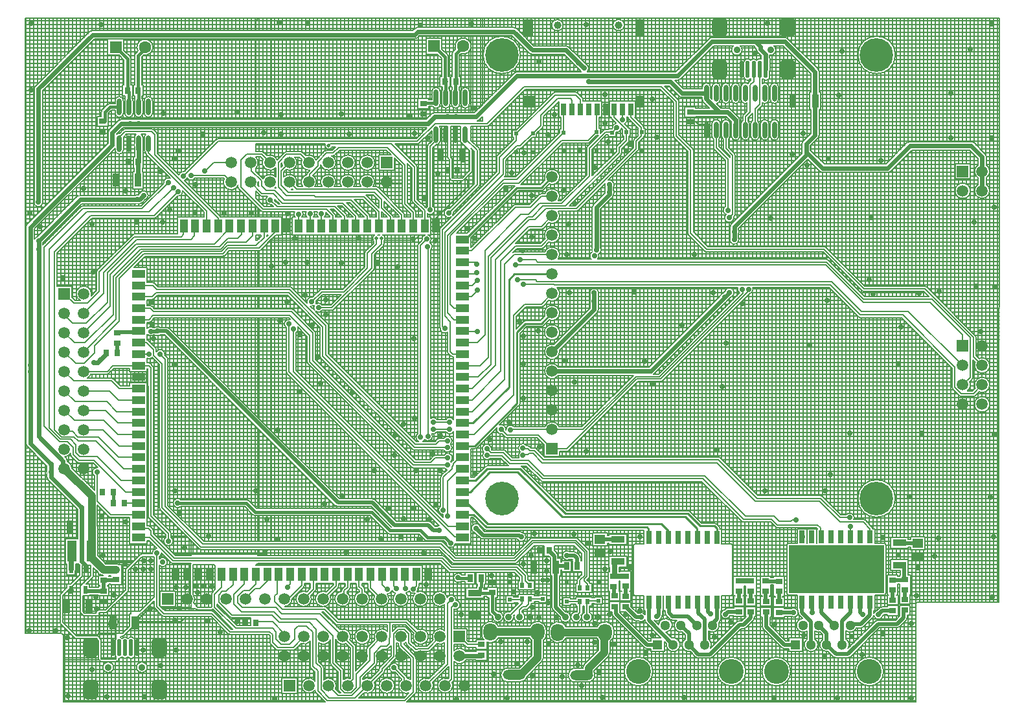
<source format=gtl>
G04*
G04 #@! TF.GenerationSoftware,Altium Limited,Altium NEXUS,2.0.14 (187)*
G04*
G04 Layer_Physical_Order=1*
G04 Layer_Color=255*
%FSLAX44Y44*%
%MOMM*%
G71*
G01*
G75*
%ADD10C,0.3000*%
%ADD11C,0.2500*%
%ADD12C,0.5080*%
%ADD13C,0.2000*%
%ADD17C,0.2032*%
G04:AMPARAMS|DCode=20|XSize=2mm|YSize=2.5mm|CornerRadius=0.5mm|HoleSize=0mm|Usage=FLASHONLY|Rotation=180.000|XOffset=0mm|YOffset=0mm|HoleType=Round|Shape=RoundedRectangle|*
%AMROUNDEDRECTD20*
21,1,2.0000,1.5000,0,0,180.0*
21,1,1.0000,2.5000,0,0,180.0*
1,1,1.0000,-0.5000,0.7500*
1,1,1.0000,0.5000,0.7500*
1,1,1.0000,0.5000,-0.7500*
1,1,1.0000,-0.5000,-0.7500*
%
%ADD20ROUNDEDRECTD20*%
%ADD21O,0.5000X2.3000*%
%ADD22O,0.6000X2.2000*%
%ADD23R,0.9000X1.8000*%
%ADD24R,0.9000X0.8000*%
%ADD25R,0.8000X0.9000*%
%ADD26R,1.8000X1.1000*%
%ADD27R,1.1000X1.8000*%
%ADD28R,0.9000X0.8000*%
%ADD29R,0.5000X0.5000*%
%ADD30R,0.5500X1.0000*%
%ADD31R,1.4000X1.2000*%
%ADD32R,0.8000X0.9000*%
%ADD33R,0.7620X1.6510*%
%ADD34R,1.8000X0.9000*%
%ADD35R,0.7400X0.9900*%
%ADD36R,0.6000X0.6500*%
%ADD37R,0.7000X1.6000*%
%ADD38R,1.2000X1.5000*%
%ADD39R,1.6000X1.5000*%
%ADD40R,1.2000X2.2000*%
%ADD41R,1.2000X2.8000*%
%ADD67C,4.4000*%
%ADD75C,0.6000*%
%ADD76C,0.4000*%
%ADD77C,0.5000*%
%ADD78C,1.0000*%
%ADD79C,0.7000*%
%ADD80C,1.5000*%
%ADD81R,1.5000X1.5000*%
%ADD82R,1.5000X1.5000*%
%ADD83C,1.3000*%
%ADD84R,1.3000X1.3000*%
%ADD85C,3.2500*%
%ADD86O,3.0000X1.3000*%
%ADD87C,0.9000*%
%ADD88O,1.8000X2.3000*%
%ADD89R,1.6000X1.6000*%
%ADD90C,1.6000*%
%ADD91C,0.7000*%
%ADD92C,0.5000*%
%ADD93C,1.0000*%
G36*
X1001218Y145250D02*
X1125500Y145250D01*
Y208242D01*
X1001218Y208242D01*
Y145250D01*
D02*
G37*
D10*
X552875Y813625D02*
X553750Y814500D01*
X554250D01*
X150519Y548480D02*
X150999Y548000D01*
X787750Y156250D02*
X787750Y156250D01*
X935750Y149750D02*
X936000Y149500D01*
D11*
X642700Y562700D02*
X691750D01*
X635250Y555250D02*
X642700Y562700D01*
X635250Y415000D02*
Y555250D01*
X907250Y218601D02*
Y230000D01*
X904000Y233250D02*
X907250Y230000D01*
X885500Y233250D02*
X904000D01*
X869250Y249500D02*
X885500Y233250D01*
X709000Y249500D02*
X869250D01*
X650250Y308250D02*
X709000Y249500D01*
X607000Y308250D02*
X650250D01*
X705000Y245250D02*
X865500D01*
X646250Y304000D02*
X705000Y245250D01*
X610500Y304000D02*
X646250D01*
X865500Y245250D02*
X880750Y230000D01*
X834750Y235750D02*
X843700Y226800D01*
X608000Y235750D02*
X834750D01*
X818000Y218852D02*
Y229500D01*
X816000Y231500D02*
X818000Y229500D01*
X605886Y231500D02*
X816000D01*
X907200Y218552D02*
X907250Y218601D01*
X580750Y263000D02*
X608000Y235750D01*
X843700Y218552D02*
Y226800D01*
X880750Y219601D02*
Y230000D01*
X589386Y248000D02*
X605886Y231500D01*
X818000Y218852D02*
X818300Y218552D01*
X880750Y219601D02*
X881800Y218552D01*
X677700Y497850D02*
X691750Y511900D01*
X645649Y675650D02*
X677700D01*
X691750Y689700D01*
X574499Y338000D02*
X590500D01*
X646000Y393500D01*
Y487000D01*
X584500Y278000D02*
X610500Y304000D01*
X591750Y293000D02*
X607000Y308250D01*
X574499Y293000D02*
X591750D01*
X574499Y278000D02*
X584500D01*
X574499Y263000D02*
X580750D01*
X574499Y248000D02*
X589386D01*
X646000Y487000D02*
X656850Y497850D01*
X677700D01*
X588250Y368000D02*
X635250Y415000D01*
X574499Y368000D02*
X588250D01*
X577999Y608000D02*
X645649Y675650D01*
X574499Y608000D02*
X577999D01*
D12*
X754500Y215750D02*
X777750D01*
X951000Y113226D02*
Y121250D01*
X941887Y104113D02*
X951000Y113226D01*
X936613Y104113D02*
X941887D01*
X898000Y65500D02*
X936613Y104113D01*
X951000Y121250D02*
X951500D01*
X883051Y65500D02*
X898000D01*
X870550Y78001D02*
X883051Y65500D01*
X860350Y103401D02*
X870550Y93201D01*
Y78001D02*
Y93201D01*
D13*
X930885Y752015D02*
X931650Y751250D01*
X873000Y616250D02*
Y724500D01*
X854000Y743500D02*
X873000Y724500D01*
X854000Y743500D02*
Y788500D01*
X834500Y808000D02*
X854000Y788500D01*
X906250Y728000D02*
Y751250D01*
Y728000D02*
X921500Y712750D01*
Y646250D02*
Y712750D01*
X918950Y726800D02*
Y751250D01*
Y726800D02*
X927500Y718250D01*
Y641192D02*
Y718250D01*
X923250Y636942D02*
X927500Y641192D01*
X923250Y636250D02*
Y636942D01*
X941000Y537250D02*
Y543500D01*
X948500Y542750D02*
Y543750D01*
Y540507D02*
Y542750D01*
X833493Y425500D02*
X948500Y540507D01*
X832250Y428500D02*
X941000Y537250D01*
X802493Y425500D02*
X833493D01*
X801250Y428500D02*
X832250D01*
X711093Y334100D02*
X802493Y425500D01*
X732250Y359500D02*
X801250Y428500D01*
X691750Y334100D02*
X711093D01*
X691750Y359500D02*
X732250D01*
X955250Y814750D02*
Y830250D01*
X950250Y809750D02*
X955250Y814750D01*
X957050Y778550D02*
X963250Y784750D01*
Y830250D01*
X957050Y751250D02*
Y778550D01*
X950250Y774250D02*
Y809750D01*
X944350Y768350D02*
X950250Y774250D01*
X944350Y751250D02*
Y768350D01*
X360249Y641114D02*
X360250Y641115D01*
X360249Y625500D02*
Y641114D01*
X375249Y640999D02*
X375500Y641250D01*
X375249Y625500D02*
Y640999D01*
X390249Y641499D02*
X390250Y641500D01*
X390249Y625500D02*
Y641499D01*
X560250Y126750D02*
X564750Y131250D01*
X420999Y621000D02*
X422874Y622875D01*
X419249Y621000D02*
X420999D01*
X323500Y659750D02*
X332500Y650750D01*
X407500D01*
X313750Y647750D02*
X396500D01*
X312550Y668000D02*
X327000D01*
X318250Y671750D02*
X329250D01*
X311750Y678250D02*
X318250Y671750D01*
X297550Y683000D02*
X312550Y668000D01*
X327000D02*
X339515Y655485D01*
X418265D01*
X329250Y671750D02*
X341500Y659500D01*
X428750D01*
X311750Y678250D02*
Y684466D01*
X404922Y625828D02*
Y639328D01*
Y625828D02*
X405249Y625500D01*
X396500Y647750D02*
X404922Y639328D01*
X407500Y650750D02*
X420249Y638001D01*
X284750Y676750D02*
X313750Y647750D01*
X284750Y676750D02*
Y711828D01*
X292422Y719500D01*
X311850D01*
X322950Y708400D01*
X357850Y673500D02*
X462001D01*
X468955Y649055D02*
Y660000D01*
X347000Y669750D02*
X459205D01*
X468955Y660000D01*
X446126Y663626D02*
X465249Y644502D01*
X382733Y663626D02*
X446126D01*
X465249Y625500D02*
Y644502D01*
X468955Y649055D02*
X480249Y637761D01*
X381054Y665304D02*
X382733Y663626D01*
X418265Y655485D02*
X435249Y638501D01*
X420249Y625500D02*
Y638001D01*
X428750Y659500D02*
X450249Y638001D01*
X435249Y625500D02*
Y638501D01*
X298316Y697900D02*
X311750Y684466D01*
X298316Y697900D02*
Y707634D01*
X297550Y708400D02*
X298316Y707634D01*
X450249Y625500D02*
Y638001D01*
X344696Y665304D02*
X381054D01*
X334000Y676000D02*
X344696Y665304D01*
X386000Y709750D02*
X397150Y720900D01*
X405500D01*
X412850Y728250D01*
X476500D01*
X399550Y730750D02*
X401550Y732750D01*
X481750D01*
X255629Y736379D02*
X515629D01*
X538750Y759500D01*
X210000Y690750D02*
X255629Y736379D01*
X476500Y728250D02*
X499374Y705376D01*
Y654251D02*
Y705376D01*
X386000Y704259D02*
Y709750D01*
X375241Y693500D02*
X386000Y704259D01*
X375241Y684491D02*
Y693500D01*
X373750Y683000D02*
X375241Y684491D01*
X337750Y679000D02*
X347000Y669750D01*
X334000Y676000D02*
Y708500D01*
X481750Y732750D02*
X511876Y702624D01*
X348350Y683000D02*
X357850Y673500D01*
X362900Y719250D02*
X373750Y708400D01*
X344750Y719250D02*
X362900D01*
X334000Y708500D02*
X344750Y719250D01*
X337750Y679000D02*
Y697800D01*
X348350Y708400D01*
X462000Y601500D02*
Y609440D01*
X450452Y589953D02*
X462000Y601500D01*
X468500Y602250D02*
Y609440D01*
X455750Y589500D02*
X468500Y602250D01*
X450452Y570452D02*
Y589953D01*
X419500Y539500D02*
X450452Y570452D01*
X390500Y539500D02*
X419500D01*
X377500Y526500D02*
X390500Y539500D01*
X455750Y570500D02*
Y589500D01*
X404000Y518750D02*
X455750Y570500D01*
X386250Y518750D02*
X404000D01*
X511876Y659001D02*
Y702624D01*
X220000Y691500D02*
X263650D01*
X272150Y683000D01*
X238125Y697375D02*
X249149Y708400D01*
X272150D01*
X126000Y501069D02*
Y557023D01*
X93931Y469000D02*
X126000Y501069D01*
X93931Y459681D02*
Y469000D01*
X80000Y445750D02*
X93931Y459681D01*
X126000Y557023D02*
X158477Y589500D01*
X122000Y558000D02*
X156500Y592500D01*
X122000Y503250D02*
Y558000D01*
X79650Y460900D02*
X122000Y503250D01*
X118000Y559500D02*
X154000Y595500D01*
X118000Y509930D02*
Y559500D01*
X81320Y473250D02*
X118000Y509930D01*
X114250Y562366D02*
X150384Y598500D01*
X114250Y520900D02*
Y562366D01*
X79650Y486300D02*
X114250Y520900D01*
X110319Y564819D02*
X147500Y602000D01*
X110319Y525569D02*
Y564819D01*
X83000Y498250D02*
X110319Y525569D01*
X105239Y564889D02*
X148351Y608001D01*
X105239Y537289D02*
Y564889D01*
X79650Y511700D02*
X105239Y537289D01*
X100000Y565750D02*
X145751Y611501D01*
X100000Y540000D02*
Y565750D01*
X84500Y524500D02*
X100000Y540000D01*
X69400Y445750D02*
X80000D01*
X67300Y473250D02*
X81320D01*
X65250Y498250D02*
X83000D01*
X167250Y222000D02*
X198000Y191250D01*
X167250Y222000D02*
Y226500D01*
X163750Y230000D02*
X167250Y226500D01*
X153999Y230000D02*
X163750D01*
X150999Y233000D02*
X153999Y230000D01*
X656500Y162000D02*
X662750Y155750D01*
Y155500D02*
Y155750D01*
X656500Y162000D02*
Y168750D01*
X652750Y155500D02*
Y167229D01*
X643979Y176000D02*
X652750Y167229D01*
X645750Y179500D02*
X656500Y168750D01*
X558500Y176000D02*
X643979D01*
X546750Y187750D02*
X558500Y176000D01*
X560000Y179500D02*
X645750D01*
X548250Y191250D02*
X560000Y179500D01*
X198000Y191250D02*
X548250D01*
X545250Y206000D02*
X563500Y187750D01*
X565000Y191250D02*
X642757D01*
X546500Y209750D02*
X565000Y191250D01*
X235000Y209750D02*
X546500D01*
X233000Y206000D02*
X545250D01*
X563500Y187750D02*
X643500D01*
X642757Y191250D02*
X665757Y214250D01*
X643500Y187750D02*
X667000Y211250D01*
X426750Y187750D02*
X546750D01*
X426700Y187800D02*
X426750Y187750D01*
X196200Y187800D02*
X426700D01*
X166000Y218000D02*
X196200Y187800D01*
X150999Y218000D02*
X166000D01*
X158477Y589500D02*
X261000D01*
X156500Y592500D02*
X259757D01*
X154000Y595500D02*
X258515D01*
X150384Y598500D02*
X257250D01*
X147500Y602000D02*
X250249D01*
X148351Y608001D02*
X219500D01*
X145751Y611501D02*
X207250D01*
X655000Y808000D02*
X834500D01*
X606500Y759500D02*
X655000Y808000D01*
X772750Y767750D02*
Y775750D01*
X770750Y773750D02*
X772750Y775750D01*
Y778250D01*
X894125Y595125D02*
X1047375D01*
X673176Y578500D02*
X1050250D01*
X873000Y616250D02*
X894125Y595125D01*
X1047375D02*
X1099150Y543350D01*
X669927Y581750D02*
X673176Y578500D01*
X1050250D02*
X1099000Y529750D01*
X644000Y574500D02*
X1050000D01*
X1098750Y525750D01*
X671905Y553000D02*
X1057250D01*
X694750Y548500D02*
X1055500D01*
X1094750Y509250D01*
X1057250Y553000D02*
X1096250Y514000D01*
X654000Y549250D02*
X694000D01*
X694750Y548500D01*
X1179143Y543350D02*
X1242250Y480243D01*
X1099000Y529750D02*
X1188500D01*
X1098750Y525750D02*
X1186250D01*
X1228600Y483400D01*
X1188500Y529750D02*
X1238100Y480150D01*
X1099150Y543350D02*
X1179143D01*
X593750Y679500D02*
Y724303D01*
X556750Y642500D02*
X593750Y679500D01*
X578300Y739753D02*
Y745250D01*
X538750Y759500D02*
X606500D01*
X78500Y648250D02*
X155750D01*
X27500Y597250D02*
X78500Y648250D01*
X27500Y364130D02*
Y597250D01*
X83149Y644000D02*
X165000D01*
X34500Y595351D02*
X83149Y644000D01*
X34500Y361372D02*
Y595351D01*
X88500Y639250D02*
X171750D01*
X41000Y591750D02*
X88500Y639250D01*
X41000Y359115D02*
Y591750D01*
X155750Y648250D02*
X190000Y682500D01*
X165000Y644000D02*
X196750Y675750D01*
X171750Y639250D02*
X203000Y670500D01*
X27500Y364130D02*
X47830Y343800D01*
X73750Y319250D02*
X93250D01*
X41000Y359115D02*
X50315Y349800D01*
X34500Y361372D02*
X49072Y346800D01*
X47830Y343800D02*
X57950D01*
X66000Y335750D01*
X49072Y346800D02*
X62200D01*
X66685Y349800D02*
X72235Y344250D01*
X50315Y349800D02*
X66685D01*
X55178Y359300D02*
X57665Y356813D01*
X54250Y359300D02*
X55178D01*
X72235Y344250D02*
X95750D01*
X57665Y356813D02*
X64596D01*
X71909Y349500D01*
X62200Y346800D02*
X69400Y339600D01*
X66000Y327000D02*
Y335750D01*
Y327000D02*
X73750Y319250D01*
X69400Y328850D02*
Y339600D01*
Y328850D02*
X74500Y323750D01*
X97500D01*
X95750Y344250D02*
X132000Y308000D01*
X97500Y323750D02*
X128250Y293000D01*
X93250Y319250D02*
X134500Y278000D01*
X326500Y81000D02*
X333000Y74500D01*
X326500Y81000D02*
Y91135D01*
X353400Y74500D02*
X367550Y88650D01*
X333000Y74500D02*
X353400D01*
X337250Y79000D02*
X348750D01*
X355250Y85500D01*
Y97750D01*
X360000Y102500D01*
X371000D01*
X379000Y94500D01*
Y50000D02*
Y94500D01*
X374500Y107250D02*
X383250Y98500D01*
Y54250D02*
Y98500D01*
X398000Y5250D02*
X499500D01*
X379000Y50000D02*
X385500Y43500D01*
Y17750D02*
Y43500D01*
Y17750D02*
X398000Y5250D01*
X389750Y19250D02*
Y47750D01*
X383250Y54250D02*
X389750Y47750D01*
Y19250D02*
X400500Y8500D01*
X434350D01*
X555000Y246250D02*
Y292001D01*
X570999Y308000D01*
X549500Y254250D02*
Y296750D01*
X560750Y308000D01*
X353750Y435011D02*
X555760Y233000D01*
X353750Y435011D02*
Y491000D01*
X555760Y233000D02*
X574499D01*
X554850Y131850D02*
X560000Y137000D01*
X554850Y52800D02*
Y131850D01*
X560250Y32800D02*
Y126750D01*
X652750Y132251D02*
Y138000D01*
X635000Y114501D02*
X652750Y132251D01*
X551950Y24500D02*
X560250Y32800D01*
X526550Y24500D02*
X554850Y52800D01*
X570999Y308000D02*
X574499D01*
X560750Y308000D02*
Y310500D01*
X563000Y312750D01*
Y315001D01*
X570999Y323000D01*
X574499D01*
X680750Y320000D02*
X909000D01*
X679093Y316000D02*
X907000D01*
X909000Y320000D02*
X959500Y269500D01*
X907000Y316000D02*
X957500Y265500D01*
X667093Y328000D02*
X679093Y316000D01*
X668750Y332000D02*
X680750Y320000D01*
X637500Y359250D02*
X637625Y359375D01*
X691625D01*
X691750Y359500D01*
X536250Y359750D02*
X558000D01*
X536750Y369250D02*
X558000D01*
X625250Y359750D02*
X633000Y352000D01*
X673850D01*
X691750Y334100D01*
X476750Y150500D02*
X478250D01*
X475250D02*
X476750D01*
X578300Y739753D02*
X593750Y724303D01*
X532500Y646500D02*
Y729550D01*
X540200Y737250D01*
Y745250D01*
X529375Y350875D02*
X529500Y350750D01*
X529375Y350875D02*
Y598125D01*
X529250Y598250D02*
X529375Y598125D01*
X520000Y600522D02*
X527728Y608250D01*
X520000Y349250D02*
Y600522D01*
X348738Y542862D02*
X396050Y495550D01*
Y457200D02*
Y495550D01*
Y457200D02*
X512750Y340500D01*
X391875Y455718D02*
X511593Y336000D01*
X391875Y455718D02*
Y493875D01*
X511593Y336000D02*
X555000D01*
X512750Y340500D02*
X540200D01*
X544200Y344500D01*
X347500Y538250D02*
X391875Y493875D01*
X175138Y542862D02*
X348738D01*
X544200Y344500D02*
X555000D01*
X351000Y513750D02*
X379250Y485500D01*
X539000Y322250D02*
X555500D01*
X379250Y449750D02*
Y485500D01*
Y449750D02*
X512250Y316750D01*
X375179Y448164D02*
X510593Y312750D01*
X375179Y448164D02*
Y482500D01*
X510593Y312750D02*
X555250D01*
X512250Y316750D02*
X533500D01*
X539000Y322250D01*
X348929Y508750D02*
X375179Y482500D01*
X97000Y265750D02*
X114750Y248000D01*
X97000Y265750D02*
Y303750D01*
X679250Y295000D02*
X888750D01*
X659000Y315250D02*
X679250Y295000D01*
X636343Y315250D02*
X659000D01*
X681450Y299000D02*
X891500D01*
X661200Y319250D02*
X681450Y299000D01*
X638000Y319250D02*
X661200D01*
X510500Y151000D02*
X514499Y154999D01*
Y170000D01*
X499499Y152001D02*
X500000Y151500D01*
X499499Y152001D02*
Y170000D01*
X484499Y154751D02*
X488000Y151250D01*
X484499Y154751D02*
Y170000D01*
X469499Y156251D02*
X475250Y150500D01*
X469499Y156251D02*
Y170000D01*
X347750Y435250D02*
X564200Y218800D01*
X347750Y435250D02*
Y497500D01*
X564200Y218800D02*
X573699D01*
X186000Y258750D02*
X235000Y209750D01*
X186000Y258750D02*
Y451500D01*
X182000Y257000D02*
X233000Y206000D01*
X182000Y257000D02*
Y445500D01*
X349499Y157249D02*
Y170000D01*
X345750Y153500D02*
X349499Y157249D01*
X332750Y168251D02*
X334499Y170000D01*
X332750Y145000D02*
Y168251D01*
X329500Y141750D02*
X332750Y145000D01*
X1226666Y406250D02*
X1242499D01*
X1254000Y417751D01*
X1218250Y414666D02*
X1226666Y406250D01*
X1218250Y414666D02*
Y441000D01*
X1150000Y509250D02*
X1218250Y441000D01*
X1094750Y509250D02*
X1150000D01*
X1157500Y514000D02*
X1228349Y443151D01*
X1096250Y514000D02*
X1157500D01*
X1228349Y443151D02*
X1228600D01*
X1238100Y427251D02*
Y480150D01*
X1242250Y454901D02*
X1254000Y443151D01*
X1242250Y454901D02*
Y480243D01*
X1228600Y468551D02*
Y483400D01*
Y417751D02*
X1238100Y427251D01*
X669905Y555000D02*
X671905Y553000D01*
X646250Y555000D02*
X669905D01*
X649750Y581750D02*
X669927D01*
X642600Y588100D02*
X691750D01*
X629750Y575250D02*
X642600Y588100D01*
X629750Y425250D02*
Y575250D01*
X644200Y599450D02*
X677700D01*
X625000Y580250D02*
X644200Y599450D01*
X625000Y435750D02*
Y580250D01*
X661100Y624850D02*
X677700D01*
X617750Y581500D02*
X661100Y624850D01*
X617750Y443250D02*
Y581500D01*
X594500Y540750D02*
Y541500D01*
X586750Y533000D02*
X594500Y540750D01*
X574499Y533000D02*
X586750D01*
X587000Y548000D02*
X593750Y554750D01*
X574499Y548000D02*
X587000D01*
X591250Y563000D02*
X593250Y565000D01*
X574499Y563000D02*
X591250D01*
X591250Y578000D02*
X593500Y575750D01*
X574499Y578000D02*
X591250D01*
X322635Y95000D02*
X326500Y91135D01*
X330750Y85500D02*
Y95000D01*
Y85500D02*
X337250Y79000D01*
X326250Y99500D02*
X330750Y95000D01*
X271000D02*
X322635D01*
X278250Y99500D02*
X326250D01*
X342150Y88650D02*
Y92600D01*
X326500Y108250D02*
X342150Y92600D01*
X306000Y108250D02*
X326500D01*
X304250Y106500D02*
X306000Y108250D01*
X335250Y107250D02*
X374500D01*
X325750Y116750D02*
X335250Y107250D01*
X273265Y116750D02*
X325750D01*
X337750Y111750D02*
X383285D01*
X328250Y121250D02*
X337750Y111750D01*
X285750Y121250D02*
X328250D01*
X338750Y118750D02*
X388250D01*
X330500Y127000D02*
X338750Y118750D01*
X286500Y127000D02*
X330500D01*
X339250Y124500D02*
X394000D01*
X329500Y134250D02*
X339250Y124500D01*
X329500Y134250D02*
Y141750D01*
X247250Y118750D02*
X271000Y95000D01*
X184250Y118750D02*
X247250D01*
X175000Y128000D02*
X184250Y118750D01*
X175000Y128000D02*
Y198000D01*
X250500Y127250D02*
X278250Y99500D01*
X250500Y127250D02*
Y144250D01*
X167250Y246250D02*
X190250Y223250D01*
Y213500D02*
Y223250D01*
X167250Y246250D02*
Y417000D01*
X167000Y417250D02*
X167250Y417000D01*
X167000Y417250D02*
Y440500D01*
X164500Y443000D02*
X167000Y440500D01*
X150999Y443000D02*
X164500D01*
X132250Y263250D02*
X132500Y263000D01*
X150999D01*
X114750Y248000D02*
X150999D01*
X134500Y278000D02*
X150999D01*
X128250Y293000D02*
X150999D01*
X132000Y308000D02*
X150999D01*
X125250Y323000D02*
X150999D01*
X98750Y349500D02*
X125250Y323000D01*
X71909Y349500D02*
X98750D01*
X573699Y218800D02*
X574499Y218000D01*
X174250Y538250D02*
X347500D01*
X330249Y618249D02*
Y625500D01*
X308750Y596750D02*
X330249Y618249D01*
X268250Y596750D02*
X308750D01*
X1081500Y219350D02*
Y232500D01*
Y219350D02*
X1082050Y218800D01*
X1098500Y238500D02*
X1107500Y229500D01*
X1068093Y238500D02*
X1098500D01*
X1041093Y265500D02*
X1068093Y238500D01*
X1042750Y269500D02*
X1068000Y244250D01*
X1080750D01*
X1107500Y218850D02*
Y229500D01*
X957500Y265500D02*
X1041093D01*
X959500Y269500D02*
X1042750D01*
X1107450Y218800D02*
X1107500Y218850D01*
X661750Y328000D02*
X667093D01*
X662750Y332000D02*
X668750D01*
X660000Y334750D02*
X662750Y332000D01*
X654000Y334750D02*
X660000D01*
X653500Y335250D02*
X654000Y334750D01*
X660207Y326457D02*
X661750Y328000D01*
X654707Y326457D02*
X660207D01*
X653750Y325500D02*
X654707Y326457D01*
X1005500Y241250D02*
X1011000D01*
X1003500Y239250D02*
X1005500Y241250D01*
X989000Y239250D02*
X1003500D01*
X982250Y246000D02*
X989000Y239250D01*
X986500Y234250D02*
X1039000D01*
X978750Y242000D02*
X986500Y234250D01*
X941750Y242000D02*
X978750D01*
X888750Y295000D02*
X941750Y242000D01*
X1039000Y234250D02*
X1042500Y230750D01*
Y220250D02*
X1043950Y218800D01*
X1042500Y220250D02*
Y230750D01*
X944500Y246000D02*
X982250D01*
X891500Y299000D02*
X944500Y246000D01*
X626343Y325250D02*
X636343Y315250D01*
X628000Y329250D02*
X638000Y319250D01*
X611500Y329250D02*
X628000D01*
X607250Y325250D02*
X626343D01*
X606500Y334250D02*
X611500Y329250D01*
X606750Y325750D02*
X607250Y325250D01*
X677700Y523250D02*
X691750Y537300D01*
X704550Y654800D02*
X740500Y690750D01*
X675050Y654800D02*
X704550D01*
X661000Y640750D02*
X675050Y654800D01*
X650999Y640750D02*
X661000D01*
X665750Y637750D02*
X679500Y651500D01*
X709250D01*
X660500Y637750D02*
X665750D01*
X683450Y648400D02*
X723400D01*
X801750Y726750D01*
X669400Y634350D02*
X683450Y648400D01*
X662100Y634350D02*
X669400D01*
X677700Y624850D02*
X691750Y638900D01*
X677700Y599450D02*
X691750Y613500D01*
X677550Y664300D02*
X691750D01*
X663500Y650250D02*
X677550Y664300D01*
X169000Y533000D02*
X174250Y538250D01*
X150999Y533000D02*
X169000D01*
X170500Y513750D02*
X351000D01*
X170250Y508750D02*
X348929D01*
X164500Y503000D02*
X170250Y508750D01*
X150999Y503000D02*
X164500D01*
X166250Y518000D02*
X170500Y513750D01*
X150999Y518000D02*
X166250D01*
X170000Y548000D02*
X175138Y542862D01*
X150999Y548000D02*
X170000D01*
X171000Y456500D02*
Y463750D01*
X161750Y473000D02*
X171000Y463750D01*
X150999Y473000D02*
X161750D01*
X165000Y458000D02*
X165000Y458000D01*
X150999Y458000D02*
X165000D01*
X179625Y457875D02*
X186000Y451500D01*
X171000Y456500D02*
X182000Y445500D01*
X667000Y211250D02*
X721757D01*
X734250Y198757D01*
X665757Y214250D02*
X723000D01*
X737250Y200000D01*
Y167500D02*
Y200000D01*
X734250Y168743D02*
Y198757D01*
X733750Y164000D02*
X737250Y167500D01*
X733750Y161750D02*
Y164000D01*
Y161750D02*
X737750Y157750D01*
Y152750D02*
Y157750D01*
Y152750D02*
X738250Y152250D01*
X728250Y162743D02*
X734250Y168743D01*
X728250Y152250D02*
Y162743D01*
X739250Y135750D02*
X752750D01*
X738250Y134750D02*
X739250Y135750D01*
X711000Y134750D02*
X728250D01*
X737250Y114251D02*
Y133750D01*
X738250Y134750D01*
X723250Y114858D02*
X728250Y119858D01*
X723250Y114251D02*
Y114858D01*
X728250Y119858D02*
Y134750D01*
X581150Y78250D02*
X599500D01*
X570750Y88650D02*
X581150Y78250D01*
X663000Y138250D02*
X679500D01*
X662750Y138000D02*
X663000Y138250D01*
X636750Y136750D02*
X651500D01*
X652750Y138000D01*
X661250Y131250D02*
Y136500D01*
X662750Y138000D01*
X657750Y127750D02*
X661250Y131250D01*
X653500Y127750D02*
X657750D01*
X649000Y123250D02*
X653500Y127750D01*
X649000Y114501D02*
Y123250D01*
X485250Y48000D02*
X498663Y34587D01*
Y26987D02*
Y34587D01*
Y26987D02*
X501150Y24500D01*
X478650Y79150D02*
Y86500D01*
X475250Y75750D02*
X478650Y79150D01*
Y86500D02*
X479750Y87600D01*
X468215Y75750D02*
X475250D01*
X485050Y62300D02*
Y92585D01*
X469350Y46600D02*
X485050Y62300D01*
X469350Y43500D02*
Y46600D01*
X641250Y508750D02*
X655750Y523250D01*
X677700D01*
X641250Y404250D02*
Y508750D01*
X590000Y353000D02*
X641250Y404250D01*
X574499Y353000D02*
X590000D01*
X587500Y383000D02*
X629750Y425250D01*
X574499Y383000D02*
X587500D01*
X587250Y398000D02*
X625000Y435750D01*
X587500Y413000D02*
X617750Y443250D01*
X574499Y413000D02*
X587500D01*
X574499Y398000D02*
X587250D01*
X783750Y763750D02*
Y778250D01*
Y763750D02*
X784000Y763500D01*
X776250Y754000D02*
X776500D01*
X770000Y747750D02*
X776250Y754000D01*
X789000Y748250D02*
Y751500D01*
X772750Y767750D02*
X789000Y751500D01*
X709250Y651500D02*
X779250Y721500D01*
Y727750D01*
X789000Y737500D01*
Y748250D01*
X761500D02*
X769500D01*
X770000Y747750D01*
X801750Y726750D02*
Y736500D01*
X740500Y727250D02*
X761500Y748250D01*
X740500Y690750D02*
Y727250D01*
X794750Y767500D02*
Y778250D01*
Y767500D02*
X808000Y754250D01*
Y749250D02*
Y754250D01*
Y749250D02*
X808500Y748750D01*
X801750Y736500D02*
X808500Y743250D01*
Y748750D01*
X704360Y737500D02*
X738500D01*
X706750Y747750D02*
Y778250D01*
X645500Y686500D02*
X706750Y747750D01*
X628507Y686500D02*
X645500D01*
X738500Y737500D02*
X749750Y748750D01*
X648610Y681750D02*
X704360Y737500D01*
X628000Y681750D02*
X648610D01*
X604000Y593751D02*
X650999Y640750D01*
X586500Y593000D02*
X643750Y650250D01*
X574499Y593000D02*
X586500D01*
X643750Y650250D02*
X663500D01*
X608500Y585750D02*
X660500Y637750D01*
X608500Y454000D02*
Y585750D01*
X611500Y583750D02*
X662100Y634350D01*
X611500Y444750D02*
Y583750D01*
X594750Y428000D02*
X611500Y444750D01*
X597500Y443000D02*
X608500Y454000D01*
X604000Y483250D02*
Y593751D01*
X593750Y473000D02*
X604000Y483250D01*
X574499Y473000D02*
X593750D01*
X699000Y792000D02*
X715750D01*
X677000Y770000D02*
X699000Y792000D01*
X677000Y757000D02*
Y770000D01*
X666500Y746500D02*
X677000Y757000D01*
X696000Y797000D02*
X722500D01*
X645250Y746250D02*
X696000Y797000D01*
X650250Y730250D02*
X666500Y746500D01*
X558750Y612500D02*
X628000Y681750D01*
X574499Y443000D02*
X597500D01*
X574499Y428000D02*
X594750D01*
X574999Y487500D02*
X594500D01*
X574499Y488000D02*
X574999Y487500D01*
X558500Y461500D02*
X561750Y458250D01*
X558500Y461500D02*
Y500500D01*
X551500Y507500D02*
X558500Y500500D01*
X551500Y507500D02*
Y616750D01*
X548250Y494750D02*
X551500Y491500D01*
Y616750D02*
X628250Y693500D01*
X561750Y458250D02*
X574249D01*
X574499Y458000D01*
X555000Y511750D02*
Y612993D01*
Y511750D02*
X563750Y503000D01*
X555000Y612993D02*
X628507Y686500D01*
X548250Y494750D02*
Y620620D01*
X628250Y693500D02*
Y713078D01*
X548250Y620620D02*
X622750Y695120D01*
X645422Y730250D02*
X650250D01*
X628250Y713078D02*
X645422Y730250D01*
X622750Y695120D02*
Y715125D01*
X645250Y737625D01*
Y746250D01*
X558750Y522750D02*
Y612500D01*
Y522750D02*
X563500Y518000D01*
X574499D01*
X563750Y503000D02*
X574499D01*
X715750Y792000D02*
X717750Y790000D01*
Y778250D02*
Y790000D01*
X722500Y797000D02*
X728750Y790750D01*
Y778250D02*
Y790750D01*
X749750Y777250D02*
X750750Y778250D01*
X749750Y748750D02*
Y777250D01*
X255950Y134065D02*
X273265Y116750D01*
X276000Y131000D02*
X285750Y121250D01*
X276000Y131000D02*
Y144000D01*
X280500Y133000D02*
X286500Y127000D01*
X280500Y133000D02*
Y141085D01*
X479750Y107250D02*
X501350D01*
X411250D02*
X479750D01*
Y87600D02*
Y107250D01*
X485050Y92585D02*
X490615Y98150D01*
X498485D01*
X459250Y66785D02*
X468215Y75750D01*
X453250Y72750D02*
X469150Y88650D01*
X459250Y54250D02*
Y66785D01*
X440850Y35850D02*
X459250Y54250D01*
X435750Y21865D02*
Y39750D01*
X420500Y15000D02*
X428885D01*
X435750Y21865D01*
X440850Y22722D02*
Y35850D01*
X429878Y11750D02*
X440850Y22722D01*
X412300Y11750D02*
X429878D01*
X434350Y8500D02*
X450350Y24500D01*
X399550D02*
X412300Y11750D01*
X513304Y71696D02*
X514961D01*
X504500Y80500D02*
X513304Y71696D01*
X514961D02*
X516015Y72750D01*
X529450D01*
X545350Y88650D01*
X504500Y80500D02*
Y92135D01*
X498485Y98150D02*
X504500Y92135D01*
X450350Y24500D02*
X469350Y43500D01*
X499500Y5250D02*
X510650Y16400D01*
X453250Y57250D02*
Y72750D01*
X435750Y39750D02*
X453250Y57250D01*
X415450Y20050D02*
X420500Y15000D01*
X415450Y20050D02*
Y44050D01*
X405500Y54000D02*
X415450Y44050D01*
X405500Y54000D02*
Y89535D01*
X383285Y111750D02*
X405500Y89535D01*
X255950Y134065D02*
Y142950D01*
X276000Y144000D02*
X289499Y157499D01*
Y170000D01*
X266000Y147750D02*
X274950Y156700D01*
X274499Y170000D02*
X274950Y169549D01*
Y156700D02*
Y169549D01*
X260750Y147750D02*
X266000D01*
X259499Y153249D02*
Y170000D01*
X250500Y144250D02*
X259499Y153249D01*
X255950Y142950D02*
X260750Y147750D01*
X288665Y149250D02*
X296250D01*
X280500Y141085D02*
X288665Y149250D01*
X296250D02*
X304499Y157499D01*
X494550Y77200D02*
Y88650D01*
Y77200D02*
X510650Y61100D01*
Y16400D02*
Y61100D01*
X501350Y107250D02*
X519950Y88650D01*
X394000Y124500D02*
X411250Y107250D01*
X388250Y118750D02*
X418350Y88650D01*
X304499Y157499D02*
Y170000D01*
X303750Y151250D02*
X309500D01*
X290850Y138350D02*
X303750Y151250D01*
X309500D02*
X319499Y161249D01*
X290850Y138000D02*
Y138350D01*
X418350Y88650D02*
X431750Y75250D01*
Y32549D02*
Y75250D01*
X424950Y25749D02*
X431750Y32549D01*
X424950Y24500D02*
Y25749D01*
X454499Y152151D02*
X468650Y138000D01*
X454499Y152151D02*
Y170000D01*
X439499Y154249D02*
X443250Y150498D01*
Y138000D02*
Y150498D01*
X439499Y154249D02*
Y170000D01*
X420000Y140150D02*
Y148500D01*
X417850Y138000D02*
X420000Y140150D01*
Y148500D02*
X424499Y152999D01*
Y170000D01*
X392450Y138000D02*
X409499Y155049D01*
Y170000D01*
X367050Y138000D02*
X379499Y150449D01*
Y170000D01*
X364499Y155749D02*
Y170000D01*
X346750Y138000D02*
X364499Y155749D01*
X341650Y138000D02*
X346750D01*
X319499Y161249D02*
Y170000D01*
X316250Y138000D02*
X318737Y140487D01*
X209500Y690750D02*
X210000D01*
X255249Y625500D02*
Y635751D01*
X172250Y718750D02*
X255249Y635751D01*
X172250Y718750D02*
Y744750D01*
X164050Y721450D02*
X240249Y645251D01*
X164050Y721450D02*
Y733250D01*
X240249Y625500D02*
Y645251D01*
X168000Y749000D02*
X172250Y744750D01*
X133700Y749000D02*
X168000D01*
X125950Y741250D02*
X133700Y749000D01*
X125950Y733250D02*
Y741250D01*
X54250Y537100D02*
X66850Y524500D01*
X84500D01*
X54250Y509000D02*
X61250Y502000D01*
X54250Y509000D02*
Y511700D01*
X61250Y502000D02*
X61500D01*
X65250Y498250D01*
X54250Y486300D02*
X67300Y473250D01*
X54250Y460900D02*
X69400Y445750D01*
X250249Y602000D02*
X270249Y622000D01*
X219500Y608001D02*
X224000Y612501D01*
X259757Y592500D02*
X267507Y600250D01*
X258515Y595500D02*
X267515Y604500D01*
X257250Y598500D02*
X268251Y609501D01*
X207250Y611501D02*
X210000Y614251D01*
X267515Y604500D02*
X292000D01*
X267507Y600250D02*
X304750D01*
X261000Y589500D02*
X268250Y596750D01*
X268251Y609501D02*
X280750D01*
X304750Y600250D02*
X315249Y610749D01*
Y625500D01*
X280750Y609501D02*
X285500Y614251D01*
X285249Y625500D02*
X285500Y625249D01*
Y614251D02*
Y625249D01*
X292000Y604500D02*
X300249Y612749D01*
Y625500D01*
X270249Y622000D02*
Y625500D01*
X79650Y435500D02*
X110250D01*
X117750Y443000D01*
X150999D01*
X54250Y435500D02*
X66750Y423000D01*
X116150D01*
X126150Y413000D01*
X150999D01*
X79650Y410100D02*
X112900D01*
X125000Y398000D01*
X150999D01*
X54250Y410100D02*
X68600Y395750D01*
X109500D01*
X122250Y383000D01*
X150999D01*
X107800Y384700D02*
X124500Y368000D01*
X79650Y384700D02*
X107800D01*
X124500Y368000D02*
X150999D01*
X54250Y384700D02*
X67450Y371500D01*
X106000D01*
X124500Y353000D01*
X150999D01*
X104450Y359300D02*
X125750Y338000D01*
X79650Y359300D02*
X104450D01*
X125750Y338000D02*
X150999D01*
X224000Y612501D02*
Y624251D01*
X225249Y625500D01*
X210000Y614251D02*
Y625251D01*
X210249Y625500D01*
X238750Y620501D02*
Y624001D01*
X240249Y625500D01*
X300249D02*
Y629502D01*
X480249Y625500D02*
Y637761D01*
X495249Y625500D02*
Y640252D01*
X462001Y673500D02*
X495249Y640252D01*
X510249Y625500D02*
Y643376D01*
X499374Y654251D02*
X510249Y643376D01*
X525249Y625500D02*
Y645629D01*
X511876Y659001D02*
X525249Y645629D01*
D17*
X1140516Y849250D02*
G03*
X1140516Y849250I-24516J0D01*
G01*
D02*
G03*
X1140516Y849250I-24516J0D01*
G01*
X1041016Y827250D02*
G03*
X1039400Y831150I-5516J0D01*
G01*
X1041016Y827250D02*
G03*
X1039400Y831150I-5516J0D01*
G01*
X999900Y870650D02*
G03*
X996000Y872266I-3900J-3900D01*
G01*
X999900Y870650D02*
G03*
X996000Y872266I-3900J-3900D01*
G01*
X984266Y855750D02*
G03*
X981626Y861234I-7016J0D01*
G01*
X984266Y855750D02*
G03*
X981626Y861234I-7016J0D01*
G01*
X976266Y848803D02*
G03*
X984266Y855750I984J6947D01*
G01*
X976266Y848803D02*
G03*
X984266Y855750I984J6947D01*
G01*
X987966Y807250D02*
G03*
X976934Y807250I-5516J0D01*
G01*
Y791250D02*
G03*
X987966Y791250I5516J0D01*
G01*
X976766Y843120D02*
G03*
X976266Y845415I-5516J0D01*
G01*
X976766Y843120D02*
G03*
X976266Y845415I-5516J0D01*
G01*
Y827955D02*
G03*
X976766Y830250I-5016J2295D01*
G01*
X976266Y827955D02*
G03*
X976766Y830250I-5016J2295D01*
G01*
X1243400Y734400D02*
G03*
X1239500Y736016I-3900J-3900D01*
G01*
X1243400Y734400D02*
G03*
X1239500Y736016I-3900J-3900D01*
G01*
X1159750D02*
G03*
X1155850Y734400I0J-5516D01*
G01*
X1039400Y740600D02*
G03*
X1041016Y744500I-3900J3900D01*
G01*
X1039400Y740600D02*
G03*
X1041016Y744500I-3900J3900D01*
G01*
X1020100Y736900D02*
G03*
X1018484Y733000I3900J-3900D01*
G01*
X1020100Y736900D02*
G03*
X1018484Y733000I3900J-3900D01*
G01*
X987966Y759250D02*
G03*
X976934Y759250I-5516J0D01*
G01*
Y743250D02*
G03*
X987966Y743250I5516J0D01*
G01*
X958484Y856979D02*
G03*
X960100Y853079I5516J0D01*
G01*
X965234Y843857D02*
G03*
X959250Y842277I-1984J-4607D01*
G01*
X958484Y856979D02*
G03*
X960100Y853079I5516J0D01*
G01*
X967250Y818223D02*
G03*
X976266Y821250I4000J3027D01*
G01*
X959250Y842277D02*
G03*
X951250Y842277I-4000J-3027D01*
G01*
X942234Y821250D02*
G03*
X951250Y818223I5016J0D01*
G01*
Y842277D02*
G03*
X942234Y839250I-4000J-3027D01*
G01*
X975266Y807250D02*
G03*
X966766Y811889I-5516J0D01*
G01*
Y786611D02*
G03*
X975266Y791250I2984J4639D01*
G01*
X940266Y855750D02*
G03*
X937626Y861234I-7016J0D01*
G01*
X940266Y855750D02*
G03*
X937626Y861234I-7016J0D01*
G01*
X928874D02*
G03*
X940266Y855750I4376J-5484D01*
G01*
X928874Y861234D02*
G03*
X940266Y855750I4376J-5484D01*
G01*
X947418Y811834D02*
G03*
X938834Y807250I-3068J-4584D01*
G01*
Y791250D02*
G03*
X946734Y786276I5516J0D01*
G01*
X937166Y807250D02*
G03*
X926134Y807250I-5516J0D01*
G01*
X924466D02*
G03*
X913434Y807250I-5516J0D01*
G01*
X926134Y791250D02*
G03*
X937166Y791250I5516J0D01*
G01*
X965736Y782264D02*
G03*
X966766Y784750I-2486J2486D01*
G01*
X965731Y782258D02*
G03*
X966766Y784750I-2481J2492D01*
G01*
X975266Y759250D02*
G03*
X964234Y759250I-5516J0D01*
G01*
X962566D02*
G03*
X960566Y763500I-5516J0D01*
G01*
X952736Y771764D02*
G03*
X953534Y772994I-2486J2486D01*
G01*
X952730Y771758D02*
G03*
X953534Y772994I-2481J2492D01*
G01*
Y763500D02*
G03*
X951534Y759250I3516J-4250D01*
G01*
X949866D02*
G03*
X947866Y763500I-5516J0D01*
G01*
X964234Y743250D02*
G03*
X975266Y743250I5516J0D01*
G01*
X951534D02*
G03*
X962566Y743250I5516J0D01*
G01*
X938834D02*
G03*
X949866Y743250I5516J0D01*
G01*
X941864Y770836D02*
G03*
X940834Y768350I2486J-2486D01*
G01*
X941870Y770842D02*
G03*
X940834Y768350I2481J-2492D01*
G01*
Y763500D02*
G03*
X938834Y759250I3516J-4250D01*
G01*
X937166Y764100D02*
G03*
X935550Y768000I-5516J0D01*
G01*
X925150Y778400D02*
G03*
X921250Y780016I-3900J-3900D01*
G01*
X913434Y791250D02*
G03*
X924466Y791250I5516J0D01*
G01*
X925150Y778400D02*
G03*
X921250Y780016I-3900J-3900D01*
G01*
X937166Y764100D02*
G03*
X935550Y768000I-5516J0D01*
G01*
X924466Y759250D02*
G03*
X913434Y759250I-5516J0D01*
G01*
X926134Y743250D02*
G03*
X937166Y743250I5516J0D01*
G01*
X922466Y739000D02*
G03*
X924466Y743250I-3516J4250D01*
G01*
X1259516Y716000D02*
G03*
X1257900Y719901I-5516J0D01*
G01*
X1259516Y716000D02*
G03*
X1257900Y719901I-5516J0D01*
G01*
X1264016Y697001D02*
G03*
X1259516Y705361I-10016J0D01*
G01*
Y688641D02*
G03*
X1264016Y697001I-5516J8360D01*
G01*
X1248484Y705361D02*
G03*
X1248484Y688641I5516J-8360D01*
G01*
Y679961D02*
G03*
X1264016Y671601I5516J-8360D01*
G01*
D02*
G03*
X1259516Y679961I-10016J0D01*
G01*
X1159750Y736016D02*
G03*
X1155850Y734400I0J-5516D01*
G01*
X1130250Y695484D02*
G03*
X1134150Y697100I0J5516D01*
G01*
X1130250Y695484D02*
G03*
X1134150Y697100I0J5516D01*
G01*
X1238616Y671601D02*
G03*
X1238616Y671601I-10016J0D01*
G01*
X1264016Y443151D02*
G03*
X1249854Y452269I-10016J0D01*
G01*
X1245766Y480243D02*
G03*
X1244731Y482734I-3516J0D01*
G01*
X1245766Y480243D02*
G03*
X1244736Y482729I-3516J0D01*
G01*
X1181634Y545831D02*
G03*
X1179143Y546866I-2492J-2481D01*
G01*
X1181629Y545836D02*
G03*
X1179143Y546866I-2486J-2486D01*
G01*
X1096658Y540870D02*
G03*
X1099150Y539834I2492J2481D01*
G01*
X1096664Y540864D02*
G03*
X1099150Y539834I2486J2486D01*
G01*
X1092258Y506769D02*
G03*
X1094750Y505734I2492J2481D01*
G01*
X1092264Y506764D02*
G03*
X1094750Y505734I2486J2486D01*
G01*
X1041600Y697100D02*
G03*
X1045500Y695484I3900J3900D01*
G01*
X1041600Y697100D02*
G03*
X1045500Y695484I3900J3900D01*
G01*
X931016Y718250D02*
G03*
X929980Y720742I-3516J0D01*
G01*
X931016Y718250D02*
G03*
X929986Y720736I-3516J0D01*
G01*
Y638706D02*
G03*
X931016Y641192I-2486J2486D01*
G01*
X929980Y638700D02*
G03*
X931016Y641192I-2481J2492D01*
G01*
X919194Y640693D02*
G03*
X929266Y636250I4056J-4443D01*
G01*
D02*
G03*
X929066Y637786I-6016J0D01*
G01*
X926100Y628400D02*
G03*
X924484Y624500I3900J-3900D01*
G01*
X936016Y618000D02*
G03*
X935516Y620401I-6016J0D01*
G01*
Y615599D02*
G03*
X936016Y618000I-5516J2401D01*
G01*
Y607500D02*
G03*
X935516Y609901I-6016J0D01*
G01*
X926100Y628400D02*
G03*
X924484Y624500I3900J-3900D01*
G01*
Y620401D02*
G03*
X924484Y615599I5516J-2401D01*
G01*
Y609901D02*
G03*
X936016Y607500I5516J-2401D01*
G01*
X1049867Y597606D02*
G03*
X1047375Y598641I-2492J-2481D01*
G01*
X1049861Y597611D02*
G03*
X1047375Y598641I-2486J-2486D01*
G01*
X1052742Y580980D02*
G03*
X1050250Y582016I-2492J-2481D01*
G01*
X1052736Y580986D02*
G03*
X1050250Y582016I-2486J-2486D01*
G01*
X954516Y542750D02*
G03*
X954086Y544984I-6016J0D01*
G01*
X949853Y536888D02*
G03*
X954516Y542750I-1353J5862D01*
G01*
X934570Y544984D02*
G03*
X936829Y538051I5680J-1984D01*
G01*
X929766Y538750D02*
G03*
X918152Y540952I-6016J0D01*
G01*
X925952Y533152D02*
G03*
X929766Y538750I-2202J5598D01*
G01*
X911766Y807250D02*
G03*
X900734Y807250I-5516J0D01*
G01*
X900750Y872266D02*
G03*
X896850Y870650I0J-5516D01*
G01*
X900750Y872266D02*
G03*
X896850Y870650I0J-5516D01*
G01*
X899066Y807250D02*
G03*
X888034Y807250I-5516J0D01*
G01*
X906836Y785765D02*
G03*
X911766Y791250I-586J5485D01*
G01*
X888034D02*
G03*
X889650Y787350I5516J0D01*
G01*
X888034Y791250D02*
G03*
X889650Y787350I5516J0D01*
G01*
X888034Y791250D02*
G03*
X889650Y787350I5516J0D01*
G01*
X855750Y816234D02*
G03*
X859650Y817850I0J5516D01*
G01*
X855750Y816234D02*
G03*
X859650Y817850I0J5516D01*
G01*
X857461Y795350D02*
G03*
X861362Y793734I3900J3900D01*
G01*
X857461Y795350D02*
G03*
X861362Y793734I3900J3900D01*
G01*
X857516Y788500D02*
G03*
X856480Y790992I-3516J0D01*
G01*
X857516Y788500D02*
G03*
X856486Y790986I-3516J0D01*
G01*
X913434Y743250D02*
G03*
X915434Y739000I5516J0D01*
G01*
X911766Y759250D02*
G03*
X900734Y759250I-5516J0D01*
G01*
X909766Y739000D02*
G03*
X911766Y743250I-3516J4250D01*
G01*
X900734D02*
G03*
X902734Y739000I5516J0D01*
G01*
X850484Y743500D02*
G03*
X851519Y741008I3516J0D01*
G01*
X850484Y743500D02*
G03*
X851514Y741014I3516J0D01*
G01*
X811516Y754250D02*
G03*
X810486Y756736I-3516J0D01*
G01*
X811516Y754250D02*
G03*
X810480Y756742I-3516J0D01*
G01*
X810986Y740764D02*
G03*
X812006Y742984I-2486J2486D01*
G01*
X810980Y740758D02*
G03*
X812006Y742984I-2481J2492D01*
G01*
X786266Y888250D02*
G03*
X786266Y888250I-7516J0D01*
G01*
D02*
G03*
X786266Y888250I-7516J0D01*
G01*
X732098Y841202D02*
G03*
X728702Y844598I-5598J-2202D01*
G01*
X739766Y831750D02*
G03*
X735952Y837348I-6016J0D01*
G01*
X720902Y836798D02*
G03*
X724298Y833402I5598J2202D01*
G01*
X713900Y859400D02*
G03*
X710000Y861016I-3900J-3900D01*
G01*
X713900Y859400D02*
G03*
X710000Y861016I-3900J-3900D01*
G01*
X737761Y827266D02*
G03*
X739766Y831750I-4011J4484D01*
G01*
X732266Y790750D02*
G03*
X731236Y793236I-3516J0D01*
G01*
X728152Y829548D02*
G03*
X729739Y827266I5598J2202D01*
G01*
X732266Y790750D02*
G03*
X731230Y793242I-3516J0D01*
G01*
X724992Y799481D02*
G03*
X722500Y800516I-2492J-2481D01*
G01*
X724986Y799486D02*
G03*
X722500Y800516I-2486J-2486D01*
G01*
X791234Y767500D02*
G03*
X792270Y765008I3516J0D01*
G01*
X791234Y767500D02*
G03*
X792264Y765014I3516J0D01*
G01*
X792040Y753266D02*
G03*
X791486Y753986I-3040J-1766D01*
G01*
X792040Y753266D02*
G03*
X791480Y753992I-3040J-1766D01*
G01*
X790016Y764750D02*
G03*
X789224Y767734I-6016J0D01*
G01*
X786287Y759186D02*
G03*
X790016Y764750I-2287J5564D01*
G01*
X775582Y759946D02*
G03*
X770530Y753253I918J-5946D01*
G01*
X775323Y748100D02*
G03*
X782446Y753082I1177J5900D01*
G01*
X799264Y738986D02*
G03*
X798234Y736500I2486J-2486D01*
G01*
X799269Y738992D02*
G03*
X798234Y736500I2481J-2492D01*
G01*
X791486Y735014D02*
G03*
X792516Y737500I-2486J2486D01*
G01*
X791480Y735008D02*
G03*
X792516Y737500I-2481J2492D01*
G01*
X769234Y767734D02*
G03*
X770270Y765258I3516J16D01*
G01*
X769234Y767734D02*
G03*
X770264Y765264I3516J16D01*
G01*
X761500Y751766D02*
G03*
X759014Y750736I0J-3516D01*
G01*
X761500Y751766D02*
G03*
X759008Y750731I0J-3516D01*
G01*
X915434Y726800D02*
G03*
X916464Y724314I3516J0D01*
G01*
X915434Y726800D02*
G03*
X916469Y724308I3516J0D01*
G01*
X902734Y728000D02*
G03*
X903770Y725508I3516J0D01*
G01*
X902734Y728000D02*
G03*
X903764Y725514I3516J0D01*
G01*
X876516Y724500D02*
G03*
X875480Y726992I-3516J0D01*
G01*
X876516Y724500D02*
G03*
X875486Y726986I-3516J0D01*
G01*
X917984Y651132D02*
G03*
X919194Y640693I3516J-4882D01*
G01*
X869484Y616250D02*
G03*
X870514Y613764I3516J0D01*
G01*
X804236Y724264D02*
G03*
X805266Y726750I-2486J2486D01*
G01*
X804230Y724258D02*
G03*
X805266Y726750I-2481J2492D01*
G01*
X776764Y730236D02*
G03*
X775734Y727750I2486J-2486D01*
G01*
X776769Y730242D02*
G03*
X775734Y727750I2481J-2492D01*
G01*
X781730Y719008D02*
G03*
X782766Y721500I-2481J2492D01*
G01*
X781736Y719014D02*
G03*
X782766Y721500I-2486J2486D01*
G01*
X772250Y677099D02*
G03*
X772750Y679500I-5516J2401D01*
G01*
Y669750D02*
G03*
X772250Y672151I-6016J0D01*
G01*
Y667349D02*
G03*
X772750Y669750I-5516J2401D01*
G01*
Y679500D02*
G03*
X765320Y685347I-6016J0D01*
G01*
X770634Y662952D02*
G03*
X772250Y666852I-3900J3900D01*
G01*
X770634Y662952D02*
G03*
X772250Y666852I-3900J3900D01*
G01*
X760887Y680914D02*
G03*
X761218Y677099I5847J-1414D01*
G01*
Y672151D02*
G03*
X760806Y668725I5516J-2401D01*
G01*
X891633Y592645D02*
G03*
X894125Y591609I2492J2481D01*
G01*
X891639Y592639D02*
G03*
X894125Y591609I2486J2486D01*
G01*
X919452Y526652D02*
G03*
X922848Y530048I-2202J5598D01*
G01*
X915048Y537848D02*
G03*
X911652Y534452I2202J-5598D01*
G01*
X869484Y616250D02*
G03*
X870519Y613758I3516J0D01*
G01*
X745959Y653878D02*
G03*
X744343Y649978I3900J-3900D01*
G01*
X745959Y653878D02*
G03*
X744343Y649978I3900J-3900D01*
G01*
X738500Y733984D02*
G03*
X740986Y735014I0J3516D01*
G01*
X738500Y733984D02*
G03*
X740992Y735020I0J3516D01*
G01*
X738014Y729736D02*
G03*
X736984Y727250I2486J-2486D01*
G01*
X738019Y729742D02*
G03*
X736984Y727250I2481J-2492D01*
G01*
X723400Y644884D02*
G03*
X725886Y645914I0J3516D01*
G01*
X723400Y644884D02*
G03*
X725892Y645919I0J3516D01*
G01*
X699782Y658316D02*
G03*
X701766Y664300I-8032J5984D01*
G01*
Y638900D02*
G03*
X699782Y644884I-10016J0D01*
G01*
X755875Y593997D02*
G03*
X755376Y596398I-6016J0D01*
G01*
X752535Y588608D02*
G03*
X755875Y593997I-2675J5389D01*
G01*
X753016Y586250D02*
G03*
X752535Y588608I-6016J0D01*
G01*
X752266Y535849D02*
G03*
X752766Y538250I-5516J2401D01*
G01*
X751274Y582016D02*
G03*
X753016Y586250I-4274J4234D01*
G01*
X744343Y596398D02*
G03*
X744325Y591639I5516J-2401D01*
G01*
X752766Y538250D02*
G03*
X741234Y535849I-6016J0D01*
G01*
X744325Y591638D02*
G03*
X742726Y582016I2675J-5389D01*
G01*
X752266Y524774D02*
G03*
X752766Y527175I-5516J2401D01*
G01*
D02*
G03*
X752266Y529576I-6016J0D01*
G01*
X750650Y512200D02*
G03*
X752266Y516100I-3900J3900D01*
G01*
X750650Y512200D02*
G03*
X752266Y516100I-3900J3900D01*
G01*
X699706Y582016D02*
G03*
X701766Y588100I-7957J6084D01*
G01*
Y537300D02*
G03*
X698175Y544984I-10016J0D01*
G01*
X741234Y529576D02*
G03*
X741234Y524774I5516J-2401D01*
G01*
X701766Y461100D02*
G03*
X701562Y463111I-10016J0D01*
G01*
X1249854Y408633D02*
G03*
X1264016Y417751I4146J9118D01*
G01*
X1244882Y447296D02*
G03*
X1264016Y443151I9118J-4146D01*
G01*
X1264016Y417751D02*
G03*
X1244882Y413605I-10016J0D01*
G01*
X1242499Y402734D02*
G03*
X1244985Y403764I0J3516D01*
G01*
X1242499Y402734D02*
G03*
X1244991Y403769I0J3516D01*
G01*
X1264016Y392351D02*
G03*
X1264016Y392351I-10016J0D01*
G01*
X1240586Y424765D02*
G03*
X1241616Y427251I-2486J2486D01*
G01*
X1240580Y424759D02*
G03*
X1241616Y427251I-2481J2492D01*
G01*
X1238616Y417751D02*
G03*
X1237718Y421896I-10016J0D01*
G01*
X1234647Y409766D02*
G03*
X1238616Y417751I-6047J7985D01*
G01*
X1224174Y403769D02*
G03*
X1226666Y402734I2492J2481D01*
G01*
X1214734Y414666D02*
G03*
X1215770Y412174I3516J0D01*
G01*
X1214734Y414666D02*
G03*
X1215764Y412180I3516J0D01*
G01*
X1224180Y403764D02*
G03*
X1226666Y402734I2486J2486D01*
G01*
X1111015Y229571D02*
G03*
X1109980Y231992I-3515J-71D01*
G01*
X1111015Y229571D02*
G03*
X1109986Y231986I-3515J-71D01*
G01*
X1140516Y269250D02*
G03*
X1140516Y269250I-24516J0D01*
G01*
D02*
G03*
X1140516Y269250I-24516J0D01*
G01*
X1100992Y240980D02*
G03*
X1098500Y242016I-2492J-2481D01*
G01*
X1100986Y240986D02*
G03*
X1098500Y242016I-2486J-2486D01*
G01*
X1086766Y244250D02*
G03*
X1075868Y247766I-6016J0D01*
G01*
X1086336Y242016D02*
G03*
X1086766Y244250I-5586J2234D01*
G01*
X1045236Y271986D02*
G03*
X1042750Y273016I-2486J-2486D01*
G01*
X1045242Y271980D02*
G03*
X1042750Y273016I-2492J-2481D01*
G01*
X984014Y231764D02*
G03*
X986500Y230734I2486J2486D01*
G01*
X984008Y231770D02*
G03*
X986500Y230734I2492J2481D01*
G01*
X939264Y239514D02*
G03*
X941750Y238484I2486J2486D01*
G01*
X939258Y239520D02*
G03*
X941750Y238484I2492J2481D01*
G01*
X1170000Y133516D02*
G03*
X1166984Y130500I0J-3016D01*
G01*
X1170000Y133516D02*
G03*
X1166984Y130500I0J-3016D01*
G01*
X1154547Y109953D02*
G03*
X1156016Y113500I-3547J3547D01*
G01*
X1154538Y109944D02*
G03*
X1156016Y113500I-3538J3556D01*
G01*
X1142750Y100234D02*
G03*
X1146306Y101712I0J5016D01*
G01*
X1142750Y100234D02*
G03*
X1146297Y101703I0J5016D01*
G01*
X1123500Y127516D02*
G03*
X1119953Y126047I0J-5016D01*
G01*
X1123500Y127516D02*
G03*
X1119944Y126038I0J-5016D01*
G01*
X1117052Y123146D02*
G03*
X1112466Y118905I1198J-5896D01*
G01*
X1118000Y110266D02*
G03*
X1114453Y108797I0J-5016D01*
G01*
X1118000Y110266D02*
G03*
X1114444Y108788I0J-5016D01*
G01*
X1112371Y115976D02*
G03*
X1124146Y116052I5879J1274D01*
G01*
X1110997Y113403D02*
G03*
X1112371Y115976I-3547J3547D01*
G01*
X1110988Y113394D02*
G03*
X1112371Y115976I-3538J3556D01*
G01*
X1095400Y99884D02*
G03*
X1098956Y101362I0J5016D01*
G01*
X1095400Y99884D02*
G03*
X1098947Y101353I0J5016D01*
G01*
X1125266Y43000D02*
G03*
X1125266Y43000I-18766J0D01*
G01*
D02*
G03*
X1125266Y43000I-18766J0D01*
G01*
X1076216Y96023D02*
G03*
X1089702Y99884I5184J7377D01*
G01*
X1045784Y85492D02*
G03*
X1052551Y69156I5016J-7492D01*
G01*
X1080216Y78000D02*
G03*
X1076216Y85492I-9016J0D01*
G01*
X1035416Y96023D02*
G03*
X1042351Y94556I5184J7377D01*
G01*
X1039416Y78000D02*
G03*
X1035416Y85492I-9016J0D01*
G01*
X1025384D02*
G03*
X1039416Y78000I5016J-7492D01*
G01*
X1078750Y60984D02*
G03*
X1082306Y62462I0J5016D01*
G01*
X1078750Y60984D02*
G03*
X1082297Y62453I0J5016D01*
G01*
X1078790Y73134D02*
G03*
X1080216Y78000I-7590J4866D01*
G01*
X1059253Y62453D02*
G03*
X1062800Y60984I3547J3547D01*
G01*
X1059244Y62462D02*
G03*
X1062800Y60984I3556J3538D01*
G01*
X1013516Y120250D02*
G03*
X1012887Y122929I-6016J0D01*
G01*
X1012224Y123975D02*
G03*
X1004178Y125266I-4724J-3725D01*
G01*
X1012887Y122929D02*
G03*
X1012224Y123975I-5387J-2679D01*
G01*
X1013534Y119950D02*
G03*
X1015012Y116394I5016J0D01*
G01*
X1013534Y119950D02*
G03*
X1015003Y116403I5016J0D01*
G01*
X1004178Y115234D02*
G03*
X1013516Y120250I3322J5016D01*
G01*
X1019062Y112344D02*
G03*
X1025384Y96023I1138J-8944D01*
G01*
X991703Y74453D02*
G03*
X995250Y72984I3547J3547D01*
G01*
X991694Y74462D02*
G03*
X995250Y72984I3556J3538D01*
G01*
X1003666Y43000D02*
G03*
X1003666Y43000I-18766J0D01*
G01*
D02*
G03*
X1003666Y43000I-18766J0D01*
G01*
X954575Y109651D02*
G03*
X956056Y113226I-3575J3575D01*
G01*
X954570Y109646D02*
G03*
X956056Y113226I-3570J3580D01*
G01*
X966484Y101750D02*
G03*
X967953Y98203I5016J0D01*
G01*
X966484Y101750D02*
G03*
X967962Y98194I5016J0D01*
G01*
X936613Y109169D02*
G03*
X933038Y107688I0J-5056D01*
G01*
X936613Y109169D02*
G03*
X933033Y107683I0J-5056D01*
G01*
X941887Y99057D02*
G03*
X945462Y100538I0J5056D01*
G01*
X941887Y99057D02*
G03*
X945467Y100543I0J5056D01*
G01*
X945016Y43001D02*
G03*
X945016Y43001I-18766J0D01*
G01*
D02*
G03*
X945016Y43001I-18766J0D01*
G01*
X911492Y322481D02*
G03*
X909000Y323516I-2492J-2481D01*
G01*
X833493Y421984D02*
G03*
X835984Y423019I0J3516D01*
G01*
X911486Y322486D02*
G03*
X909000Y323516I-2486J-2486D01*
G01*
X906663Y235913D02*
G03*
X904000Y237016I-2663J-2663D01*
G01*
X906663Y235913D02*
G03*
X904000Y237016I-2663J-2663D01*
G01*
X871913Y252163D02*
G03*
X869250Y253266I-2663J-2663D01*
G01*
X871913Y252163D02*
G03*
X869250Y253266I-2663J-2663D01*
G01*
X833493Y421984D02*
G03*
X835979Y423014I0J3516D01*
G01*
X911016Y230000D02*
G03*
X909913Y232663I-3766J0D01*
G01*
X911016Y230000D02*
G03*
X909913Y232663I-3766J0D01*
G01*
X740766Y200000D02*
G03*
X739731Y202492I-3516J0D01*
G01*
X740766Y200000D02*
G03*
X739736Y202486I-3516J0D01*
G01*
X711093Y330584D02*
G03*
X713585Y331619I0J3516D01*
G01*
X711093Y330584D02*
G03*
X713579Y331614I0J3516D01*
G01*
X725486Y216736D02*
G03*
X723000Y217766I-2486J-2486D01*
G01*
X725492Y216730D02*
G03*
X723000Y217766I-2492J-2481D01*
G01*
X729266Y191016D02*
G03*
X727788Y194572I-5016J0D01*
G01*
X729266Y191016D02*
G03*
X727797Y194563I-5016J0D01*
G01*
X739736Y165014D02*
G03*
X740766Y167500I-2486J2486D01*
G01*
X741256Y158016D02*
G03*
X740230Y160242I-3506J-266D01*
G01*
X741256Y158016D02*
G03*
X740236Y160236I-3506J-266D01*
G01*
X739731Y165008D02*
G03*
X740766Y167500I-2481J2492D01*
G01*
X724454Y197905D02*
G03*
X720899Y199383I-3556J-3538D01*
G01*
X724446Y197914D02*
G03*
X720899Y199383I-3547J-3547D01*
G01*
X715087D02*
G03*
X713905Y189351I-3837J-4633D01*
G01*
X699475Y194041D02*
G03*
X698006Y197588I-5016J0D01*
G01*
X699475Y194041D02*
G03*
X697997Y197597I-5016J0D01*
G01*
X725770Y165235D02*
G03*
X724734Y162743I2481J-2492D01*
G01*
X725764Y165229D02*
G03*
X724734Y162743I2486J-2486D01*
G01*
X921750Y126266D02*
G03*
X918194Y124788I0J-5016D01*
G01*
X921750Y126266D02*
G03*
X918203Y124797I0J-5016D01*
G01*
X917302Y123896D02*
G03*
X924251Y116234I1198J-5896D01*
G01*
X910747Y108069D02*
G03*
X912216Y111616I-3547J3547D01*
G01*
X910738Y108060D02*
G03*
X912216Y111616I-3538J3556D01*
G01*
X910166Y103401D02*
G03*
X909494Y106817I-9016J0D01*
G01*
X845453Y111703D02*
G03*
X849000Y110234I3547J3547D01*
G01*
X845444Y111712D02*
G03*
X849000Y110234I3556J3538D01*
G01*
X896166Y95888D02*
G03*
X910166Y103401I4984J7513D01*
G01*
X854467Y110234D02*
G03*
X862053Y94548I5882J-6833D01*
G01*
X839484Y119750D02*
G03*
X840953Y116203I5016J0D01*
G01*
X839484Y119750D02*
G03*
X840962Y116194I5016J0D01*
G01*
X834646Y113555D02*
G03*
X836016Y117000I-3646J3445D01*
G01*
X813284Y117294D02*
G03*
X804929Y119016I-5034J-3294D01*
G01*
X834646Y113555D02*
G03*
X836016Y117000I-3646J3445D01*
G01*
X825652Y109593D02*
G03*
X834646Y113555I3098J5157D01*
G01*
X840818Y94427D02*
G03*
X848966Y103401I-868J8974D01*
G01*
D02*
G03*
X830976Y104269I-9016J0D01*
G01*
X813284Y109851D02*
G03*
X814762Y106296I5016J0D01*
G01*
X813284Y109851D02*
G03*
X814753Y106305I5016J0D01*
G01*
X804929Y108984D02*
G03*
X813284Y110706I3322J5016D01*
G01*
X899966Y78001D02*
G03*
X896166Y85355I-9016J0D01*
G01*
X898633Y73283D02*
G03*
X899966Y78001I-7683J4718D01*
G01*
X865494Y85466D02*
G03*
X872253Y69148I5056J-7465D01*
G01*
X898000Y60444D02*
G03*
X901575Y61925I0J5056D01*
G01*
X898000Y60444D02*
G03*
X901580Y61930I0J5056D01*
G01*
X879476Y61925D02*
G03*
X883051Y60444I3575J3575D01*
G01*
X879471Y61930D02*
G03*
X883051Y60444I3580J3570D01*
G01*
X859166Y78001D02*
G03*
X848399Y86846I-9016J0D01*
G01*
X841306Y79752D02*
G03*
X859166Y78001I8844J-1751D01*
G01*
X812193Y74464D02*
G03*
X815749Y72985I3556J3538D01*
G01*
X812202Y74454D02*
G03*
X815749Y72985I3547J3547D01*
G01*
X770484Y118250D02*
G03*
X771962Y114694I5016J0D01*
G01*
X770484Y118250D02*
G03*
X771953Y114703I5016J0D01*
G01*
X744266Y114251D02*
G03*
X740766Y120323I-7016J0D01*
G01*
X733734D02*
G03*
X730250Y114725I3516J-6071D01*
G01*
X730736Y117372D02*
G03*
X731766Y119858I-2486J2486D01*
G01*
X730731Y117366D02*
G03*
X731766Y119858I-2481J2492D01*
G01*
X730250Y114725D02*
G03*
X729888Y116524I-7000J-474D01*
G01*
X724563Y121143D02*
G03*
X716250Y114725I-1313J-6892D01*
G01*
D02*
G03*
X709328Y121267I-7000J-474D01*
G01*
X798203Y110453D02*
G03*
X801750Y108984I3547J3547D01*
G01*
X798194Y110462D02*
G03*
X801750Y108984I3556J3538D01*
G01*
X772566Y96751D02*
G03*
X750684Y101767I-11516J0D01*
G01*
X767266Y82057D02*
G03*
X772566Y91751I-6216J9694D01*
G01*
X765065Y62437D02*
G03*
X767266Y67751I-5315J5315D01*
G01*
X823416Y43001D02*
G03*
X823416Y43001I-18766J0D01*
G01*
D02*
G03*
X823416Y43001I-18766J0D01*
G01*
X765054Y62426D02*
G03*
X767266Y67751I-5304J5325D01*
G01*
X730250Y113778D02*
G03*
X744266Y114251I7000J474D01*
G01*
X750684Y86735D02*
G03*
X752234Y84342I10366J5016D01*
G01*
X716250Y113778D02*
G03*
X730250Y113778I7000J474D01*
G01*
X702234Y114173D02*
G03*
X716250Y113778I7016J78D01*
G01*
X747766Y38251D02*
G03*
X746840Y42231I-9016J0D01*
G01*
X734009Y52640D02*
G03*
X731808Y47325I5315J-5315D01*
G01*
X734020Y52651D02*
G03*
X731808Y47325I5304J-5325D01*
G01*
X738750Y29235D02*
G03*
X747766Y38251I0J9016D01*
G01*
X721750Y47267D02*
G03*
X721750Y29235I0J-9016D01*
G01*
X706266Y888250D02*
G03*
X706266Y888250I-7516J0D01*
G01*
D02*
G03*
X706266Y888250I-7516J0D01*
G01*
X696000Y800516D02*
G03*
X693508Y799481I0J-3516D01*
G01*
X696000Y800516D02*
G03*
X693514Y799486I0J-3516D01*
G01*
X679486Y754514D02*
G03*
X680516Y757000I-2486J2486D01*
G01*
X679481Y754508D02*
G03*
X680516Y757000I-2481J2492D01*
G01*
X661850Y851600D02*
G03*
X665750Y849984I3900J3900D01*
G01*
X645400Y883650D02*
G03*
X641500Y885266I-3900J-3900D01*
G01*
X645400Y883650D02*
G03*
X641500Y885266I-3900J-3900D01*
G01*
X661850Y851600D02*
G03*
X665750Y849984I3900J3900D01*
G01*
X646000Y827266D02*
G03*
X642100Y825650I0J-5516D01*
G01*
X646000Y827266D02*
G03*
X642100Y825650I0J-5516D01*
G01*
X701766Y689700D02*
G03*
X682524Y685800I-10016J0D01*
G01*
X687850Y680474D02*
G03*
X701766Y689700I3900J9226D01*
G01*
X677700Y671884D02*
G03*
X680363Y672987I0J3766D01*
G01*
X687605Y629782D02*
G03*
X701766Y638900I4146J9118D01*
G01*
Y664300D02*
G03*
X682371Y667816I-10016J0D01*
G01*
X677700Y671884D02*
G03*
X680363Y672987I0J3766D01*
G01*
X677550Y667816D02*
G03*
X675064Y666786I0J-3516D01*
G01*
X677550Y667816D02*
G03*
X675058Y666780I0J-3516D01*
G01*
X650250Y726734D02*
G03*
X652742Y727769I0J3516D01*
G01*
X650250Y726734D02*
G03*
X652736Y727764I0J3516D01*
G01*
X630736Y691014D02*
G03*
X631766Y693500I-2486J2486D01*
G01*
X643750Y653766D02*
G03*
X641264Y652736I0J-3516D01*
G01*
X643750Y653766D02*
G03*
X641258Y652730I0J-3516D01*
G01*
X630731Y691008D02*
G03*
X631766Y693500I-2481J2492D01*
G01*
X650516Y849250D02*
G03*
X650516Y849250I-24516J0D01*
G01*
D02*
G03*
X650516Y849250I-24516J0D01*
G01*
X620270Y717617D02*
G03*
X619234Y715125I2481J-2492D01*
G01*
X620264Y717611D02*
G03*
X619234Y715125I2486J-2486D01*
G01*
X606500Y755984D02*
G03*
X608986Y757014I0J3516D01*
G01*
X606500Y755984D02*
G03*
X608992Y757020I0J3516D01*
G01*
X597266Y724303D02*
G03*
X596236Y726789I-3516J0D01*
G01*
X597266Y724303D02*
G03*
X596231Y726795I-3516J0D01*
G01*
X587532Y723750D02*
G03*
X586497Y726247I-3532J0D01*
G01*
X587532Y723750D02*
G03*
X586497Y726247I-3532J0D01*
G01*
X596236Y677014D02*
G03*
X597266Y679500I-2486J2486D01*
G01*
X596231Y677008D02*
G03*
X597266Y679500I-2481J2492D01*
G01*
X586497Y695502D02*
G03*
X587532Y698000I-2498J2498D01*
G01*
X586497Y695502D02*
G03*
X587532Y698000I-2498J2498D01*
G01*
X574250Y684718D02*
G03*
X576748Y685752I0J3532D01*
G01*
X574250Y684718D02*
G03*
X576748Y685752I0J3532D01*
G01*
X562766Y642500D02*
G03*
X562688Y643466I-6016J0D01*
G01*
X561605Y638948D02*
G03*
X562766Y642500I-4855J3552D01*
G01*
X557716Y648438D02*
G03*
X560302Y637645I-966J-5938D01*
G01*
X687605Y604382D02*
G03*
X701766Y613500I4146J9118D01*
G01*
X687605Y528182D02*
G03*
X701766Y537300I4146J9118D01*
G01*
Y613500D02*
G03*
X682632Y609355I-10016J0D01*
G01*
X701766Y588100D02*
G03*
X682371Y591616I-10016J0D01*
G01*
X687850Y502674D02*
G03*
X701766Y511900I3900J9226D01*
G01*
D02*
G03*
X682524Y508000I-10016J0D01*
G01*
X677700Y494084D02*
G03*
X680363Y495187I0J3766D01*
G01*
X701766Y486500D02*
G03*
X701766Y486500I-10016J0D01*
G01*
X677700Y494084D02*
G03*
X680363Y495187I0J3766D01*
G01*
X677700Y621334D02*
G03*
X680186Y622364I0J3516D01*
G01*
X677700Y621334D02*
G03*
X680192Y622369I0J3516D01*
G01*
X677700Y595934D02*
G03*
X680186Y596964I0J3516D01*
G01*
X677700Y595934D02*
G03*
X680192Y596969I0J3516D01*
G01*
X677700Y519734D02*
G03*
X680186Y520764I0J3516D01*
G01*
X677700Y519734D02*
G03*
X680192Y520770I0J3516D01*
G01*
X656850Y501616D02*
G03*
X654187Y500513I0J-3766D01*
G01*
X656850Y501616D02*
G03*
X654187Y500513I0J-3766D01*
G01*
X642600Y591616D02*
G03*
X640900Y591178I0J-3516D01*
G01*
X642600Y591616D02*
G03*
X640900Y591178I0J-3516D01*
G01*
X693761Y470912D02*
G03*
X701766Y461100I-2011J-9812D01*
G01*
X700110Y441216D02*
G03*
X700110Y430184I-8360J-5516D01*
G01*
X701129Y363016D02*
G03*
X682326Y362891I-9379J-3516D01*
G01*
X676764Y292514D02*
G03*
X679250Y291484I2486J2486D01*
G01*
X662492Y337230D02*
G03*
X660000Y338266I-2492J-2481D01*
G01*
X662486Y337236D02*
G03*
X660000Y338266I-2486J-2486D01*
G01*
X648663Y390837D02*
G03*
X649766Y393500I-2663J2663D01*
G01*
X648663Y390837D02*
G03*
X649766Y393500I-2663J2663D01*
G01*
X658705Y338266D02*
G03*
X650103Y330285I-5205J-3016D01*
G01*
X671236Y334486D02*
G03*
X668750Y335516I-2486J-2486D01*
G01*
X671242Y334481D02*
G03*
X668750Y335516I-2492J-2481D01*
G01*
X676758Y292519D02*
G03*
X679250Y291484I2492J2481D01*
G01*
X650103Y330285D02*
G03*
X648391Y322766I3647J-4785D01*
G01*
X633851Y312770D02*
G03*
X634964Y312016I2492J2481D01*
G01*
X633857Y312764D02*
G03*
X634964Y312016I2486J2486D01*
G01*
X652913Y310913D02*
G03*
X651680Y311734I-2663J-2663D01*
G01*
X652913Y310913D02*
G03*
X651680Y311734I-2663J-2663D01*
G01*
X642289Y362891D02*
G03*
X631540Y358433I-4789J-3641D01*
G01*
X631266Y359750D02*
G03*
X623250Y365424I-6016J0D01*
G01*
X631188Y358784D02*
G03*
X631266Y359750I-5938J966D01*
G01*
X619576Y361750D02*
G03*
X626216Y353812I5674J-2000D01*
G01*
X559258Y455770D02*
G03*
X561750Y454734I2492J2481D01*
G01*
X559264Y455764D02*
G03*
X561750Y454734I2486J2486D01*
G01*
X554984Y461500D02*
G03*
X556014Y459014I3516J0D01*
G01*
X554984Y461500D02*
G03*
X556020Y459008I3516J0D01*
G01*
X545564Y492481D02*
G03*
X554984Y486595I5936J-981D01*
G01*
X553118Y356234D02*
G03*
X562983Y356379I4882J3516D01*
G01*
Y372621D02*
G03*
X553118Y372766I-4983J-3371D01*
G01*
X630508Y349520D02*
G03*
X633000Y348484I2492J2481D01*
G01*
X630514Y349514D02*
G03*
X633000Y348484I2486J2486D01*
G01*
X630486Y331736D02*
G03*
X628000Y332766I-2486J-2486D01*
G01*
X612516Y334250D02*
G03*
X602371Y329875I-6016J0D01*
G01*
X612438Y333284D02*
G03*
X612516Y334250I-5938J966D01*
G01*
X590500Y334234D02*
G03*
X593163Y335337I0J3766D01*
G01*
X590500Y334234D02*
G03*
X593163Y335337I0J3766D01*
G01*
X630492Y331730D02*
G03*
X628000Y332766I-2492J-2481D01*
G01*
X602371Y329875D02*
G03*
X611229Y321734I4379J-4125D01*
G01*
X607000Y312016D02*
G03*
X604337Y310913I0J-3766D01*
G01*
X607000Y312016D02*
G03*
X604337Y310913I0J-3766D01*
G01*
X561016Y344500D02*
G03*
X550118Y348016I-6016J0D01*
G01*
X559258Y340250D02*
G03*
X561016Y344500I-4258J4250D01*
G01*
Y336000D02*
G03*
X559258Y340250I-6016J0D01*
G01*
X550118Y332484D02*
G03*
X561016Y336000I4882J3516D01*
G01*
X559063Y317403D02*
G03*
X561516Y322250I-3564J4847D01*
G01*
D02*
G03*
X550618Y325766I-6016J0D01*
G01*
X560519Y317493D02*
G03*
X559870Y316603I2481J-2492D01*
G01*
X560514Y317487D02*
G03*
X559870Y316603I2486J-2486D01*
G01*
X559870D02*
G03*
X559063Y317403I-4620J-3853D01*
G01*
X550368Y309234D02*
G03*
X554552Y306775I4882J3516D01*
G01*
X538516Y646500D02*
G03*
X536016Y651382I-6016J0D01*
G01*
X528984D02*
G03*
X526973Y648877I3516J-4882D01*
G01*
X528765Y641784D02*
G03*
X538516Y646500I3735J4716D01*
G01*
X545770Y623112D02*
G03*
X544734Y620620I2481J-2492D01*
G01*
X545764Y623106D02*
G03*
X544734Y620620I2486J-2486D01*
G01*
X495858Y654251D02*
G03*
X496893Y651759I3516J0D01*
G01*
X495858Y654251D02*
G03*
X496888Y651765I3516J0D01*
G01*
X464488Y675986D02*
G03*
X462001Y677016I-2486J-2486D01*
G01*
X457982D02*
G03*
X459812Y681250I-8032J5984D01*
G01*
X464493Y675981D02*
G03*
X462001Y677016I-2492J-2481D01*
G01*
X498765Y640252D02*
G03*
X497735Y642738I-3516J0D01*
G01*
X498765Y640252D02*
G03*
X497730Y642744I-3516J0D01*
G01*
X473516Y609440D02*
G03*
X470624Y613984I-5016J0D01*
G01*
X535266Y598250D02*
G03*
X531710Y603740I-6016J0D01*
G01*
X531710Y603740D02*
G03*
X533744Y608250I-3982J4510D01*
G01*
X532891Y593461D02*
G03*
X535266Y598250I-3641J4789D01*
G01*
X533744Y608250D02*
G03*
X529548Y613984I-6016J0D01*
G01*
X525908D02*
G03*
X521790Y607284I1820J-5734D01*
G01*
X517514Y603008D02*
G03*
X516484Y600522I2486J-2486D01*
G01*
X517519Y603014D02*
G03*
X516484Y600522I2481J-2492D01*
G01*
X544734Y494750D02*
G03*
X545564Y492481I3516J0D01*
G01*
X544734Y494750D02*
G03*
X545564Y492481I3516J0D01*
G01*
X472016Y605863D02*
G03*
X473516Y609440I-3516J3577D01*
G01*
X470986Y599764D02*
G03*
X472016Y602250I-2486J2486D01*
G01*
X459876Y613984D02*
G03*
X458484Y605863I2124J-4544D01*
G01*
X470980Y599758D02*
G03*
X472016Y602250I-2481J2492D01*
G01*
X458236Y568014D02*
G03*
X459266Y570500I-2486J2486D01*
G01*
X447966Y592439D02*
G03*
X446936Y589953I2486J-2486D01*
G01*
X447972Y592444D02*
G03*
X446936Y589953I2481J-2492D01*
G01*
X458231Y568008D02*
G03*
X459266Y570500I-2481J2492D01*
G01*
X355106Y644234D02*
G03*
X355846Y637016I5144J-3119D01*
G01*
X390500Y543016D02*
G03*
X388014Y541986I0J-3516D01*
G01*
X390500Y543016D02*
G03*
X388008Y541981I0J-3516D01*
G01*
X311264Y645264D02*
G03*
X313750Y644234I2486J2486D01*
G01*
X311258Y645269D02*
G03*
X313750Y644234I2492J2481D01*
G01*
X351230Y545343D02*
G03*
X348738Y546378I-2492J-2481D01*
G01*
X351224Y545348D02*
G03*
X348738Y546378I-2486J-2486D01*
G01*
X308750Y593234D02*
G03*
X311236Y594264I0J3516D01*
G01*
X308750Y593234D02*
G03*
X311242Y594269I0J3516D01*
G01*
X383516Y526500D02*
G03*
X383438Y527466I-6016J0D01*
G01*
X382821Y523693D02*
G03*
X383516Y526500I-5321J2807D01*
G01*
X391132Y522266D02*
G03*
X382821Y523693I-4882J-3516D01*
G01*
X380929Y521557D02*
G03*
X381453Y515119I5321J-2807D01*
G01*
X375861Y520712D02*
G03*
X380929Y521557I1639J5788D01*
G01*
X404000Y515234D02*
G03*
X406492Y516269I0J3516D01*
G01*
X404000Y515234D02*
G03*
X406486Y516264I0J3516D01*
G01*
X399566Y495550D02*
G03*
X398536Y498036I-3516J0D01*
G01*
X399566Y495550D02*
G03*
X398531Y498042I-3516J0D01*
G01*
X382619Y513953D02*
G03*
X391132Y515234I3631J4797D01*
G01*
X378466Y532438D02*
G03*
X371712Y524861I-966J-5938D01*
G01*
X353492Y516231D02*
G03*
X351000Y517266I-2492J-2481D01*
G01*
X353486Y516236D02*
G03*
X351000Y517266I-2486J-2486D01*
G01*
X359766Y491000D02*
G03*
X359235Y493472I-6016J0D01*
G01*
X349430Y503277D02*
G03*
X344234Y492618I-1680J-5777D01*
G01*
X541632Y372766D02*
G03*
X532891Y373865I-4882J-3516D01*
G01*
X534582Y353970D02*
G03*
X541132Y356234I1668J5780D01*
G01*
X544200Y348016D02*
G03*
X541714Y346986I0J-3516D01*
G01*
X544200Y348016D02*
G03*
X541708Y346981I0J-3516D01*
G01*
X535516Y350750D02*
G03*
X534582Y353970I-6016J0D01*
G01*
X525314Y346429D02*
G03*
X535516Y350750I4186J4321D01*
G01*
X522966Y344016D02*
G03*
X525314Y346429I-2966J5234D01*
G01*
X516484Y354132D02*
G03*
X517034Y344016I3516J-4882D01*
G01*
X539000Y325766D02*
G03*
X536514Y324736I0J-3516D01*
G01*
X539000Y325766D02*
G03*
X536508Y324730I0J-3516D01*
G01*
X547020Y299242D02*
G03*
X545984Y296750I2481J-2492D01*
G01*
X547014Y299236D02*
G03*
X545984Y296750I2486J-2486D01*
G01*
Y259132D02*
G03*
X549322Y248237I3516J-4882D01*
G01*
X549322D02*
G03*
X549249Y244484I5678J-1987D01*
G01*
X509101Y333520D02*
G03*
X511593Y332484I2492J2481D01*
G01*
X509107Y333514D02*
G03*
X511593Y332484I2486J2486D01*
G01*
X508107Y310264D02*
G03*
X510593Y309234I2486J2486D01*
G01*
X508101Y310270D02*
G03*
X510593Y309234I2492J2481D01*
G01*
X460547Y267297D02*
G03*
X457000Y268766I-3547J-3547D01*
G01*
X460556Y267288D02*
G03*
X457000Y268766I-3556J-3538D01*
G01*
X458943Y254693D02*
G03*
X455750Y256016I-3193J-3193D01*
G01*
X458946Y254690D02*
G03*
X455750Y256016I-3196J-3190D01*
G01*
X388359Y455718D02*
G03*
X389394Y453226I3516J0D01*
G01*
X388359Y455718D02*
G03*
X389389Y453232I3516J0D01*
G01*
X382766Y485500D02*
G03*
X381736Y487986I-3516J0D01*
G01*
X382766Y485500D02*
G03*
X381730Y487992I-3516J0D01*
G01*
X357266Y486118D02*
G03*
X359766Y491000I-3516J4882D01*
G01*
X371663Y448164D02*
G03*
X372699Y445672I3516J0D01*
G01*
X371663Y448164D02*
G03*
X372693Y445678I3516J0D01*
G01*
X344234Y435250D02*
G03*
X345270Y432758I3516J0D01*
G01*
X344234Y435250D02*
G03*
X345264Y432764I3516J0D01*
G01*
X408203Y260203D02*
G03*
X411750Y258734I3547J3547D01*
G01*
X408194Y260212D02*
G03*
X411750Y258734I3556J3538D01*
G01*
X665757Y217766D02*
G03*
X663271Y216736I0J-3516D01*
G01*
X665757Y217766D02*
G03*
X663266Y216730I0J-3516D01*
G01*
X652695Y224896D02*
G03*
X649250Y226266I-3445J-3646D01*
G01*
X652695Y224896D02*
G03*
X649250Y226266I-3445J-3646D01*
G01*
X657516Y219000D02*
G03*
X652695Y224896I-6016J0D01*
G01*
X646158Y216234D02*
G03*
X657516Y219000I5343J2766D01*
G01*
X603223Y228837D02*
G03*
X605886Y227734I2663J2663D01*
G01*
X603223Y228837D02*
G03*
X605886Y227734I2663J2663D01*
G01*
X597953Y217703D02*
G03*
X601500Y216234I3547J3547D01*
G01*
X597944Y217712D02*
G03*
X601500Y216234I3556J3538D01*
G01*
X643500Y184234D02*
G03*
X645992Y185270I0J3516D01*
G01*
X643500Y184234D02*
G03*
X645986Y185264I0J3516D01*
G01*
X648242Y181980D02*
G03*
X645750Y183016I-2492J-2481D01*
G01*
X648236Y181986D02*
G03*
X645750Y183016I-2486J-2486D01*
G01*
X660016Y168750D02*
G03*
X658986Y171236I-3516J0D01*
G01*
X660016Y168750D02*
G03*
X658980Y171242I-3516J0D01*
G01*
X602266Y150846D02*
G03*
X603366Y153800I-3416J2954D01*
G01*
X602266Y150846D02*
G03*
X603366Y153800I-3416J2954D01*
G01*
X594334Y155654D02*
G03*
X593234Y152700I3416J-2954D01*
G01*
X594334Y155654D02*
G03*
X593234Y152700I3416J-2954D01*
G01*
X598145Y231698D02*
G03*
X591052Y224604I-5896J-1198D01*
G01*
X548986Y212236D02*
G03*
X546500Y213266I-2486J-2486D01*
G01*
X553246Y210617D02*
G03*
X565180Y209984I6004J383D01*
G01*
X548992Y212230D02*
G03*
X546500Y213266I-2492J-2481D01*
G01*
X561014Y185264D02*
G03*
X563500Y184234I2486J2486D01*
G01*
X550736Y193736D02*
G03*
X548250Y194766I-2486J-2486D01*
G01*
X550742Y193731D02*
G03*
X548250Y194766I-2492J-2481D01*
G01*
X533456Y238288D02*
G03*
X529900Y239766I-3556J-3538D01*
G01*
X533447Y238297D02*
G03*
X529900Y239766I-3547J-3547D01*
G01*
X544262Y233766D02*
G03*
X540928Y232766I-12J-6016D01*
G01*
X525307Y215057D02*
G03*
X528500Y213734I3193J3193D01*
G01*
X525304Y215060D02*
G03*
X528500Y213734I3196J3190D01*
G01*
X561008Y185270D02*
G03*
X563500Y184234I2492J2481D01*
G01*
X573364Y169641D02*
G03*
X572503Y160609I-4364J-4141D01*
G01*
X556014Y173514D02*
G03*
X558500Y172484I2486J2486D01*
G01*
X556008Y173519D02*
G03*
X558500Y172484I2492J2481D01*
G01*
X566016Y137000D02*
G03*
X554696Y139839I-6016J0D01*
G01*
X554696D02*
G03*
X551334Y130366I-9846J-1839D01*
G01*
X516985Y152513D02*
G03*
X518015Y154999I-2486J2486D01*
G01*
X516980Y152507D02*
G03*
X518015Y154999I-2481J2492D01*
G01*
X516516Y151000D02*
G03*
X516438Y151966I-6016J0D01*
G01*
X514944Y146945D02*
G03*
X516516Y151000I-4444J4055D01*
G01*
X529466Y138000D02*
G03*
X514944Y146945I-10016J0D01*
G01*
X505111Y148326D02*
G03*
X512702Y145401I5389J2674D01*
G01*
X500665Y145521D02*
G03*
X505111Y148326I-665J5979D01*
G01*
X512702Y145401D02*
G03*
X529466Y138000I6748J-7401D01*
G01*
X504066D02*
G03*
X500665Y145521I-10016J0D01*
G01*
X487181Y145290D02*
G03*
X504066Y138000I6869J-7290D01*
G01*
X691443Y127042D02*
G03*
X692912Y123495I5016J0D01*
G01*
X691443Y127042D02*
G03*
X692921Y123486I5016J0D01*
G01*
X663736Y128764D02*
G03*
X664766Y131250I-2486J2486D01*
G01*
X663730Y128758D02*
G03*
X664766Y131250I-2481J2492D01*
G01*
X657750Y124234D02*
G03*
X660236Y125264I0J3516D01*
G01*
X657750Y124234D02*
G03*
X660242Y125269I0J3516D01*
G01*
X684316Y97001D02*
G03*
X662434Y102017I-11516J0D01*
G01*
X709816Y101767D02*
G03*
X687934Y96751I-10366J-5016D01*
G01*
X656016Y114501D02*
G03*
X652516Y120573I-7016J0D01*
G01*
X642000Y114028D02*
G03*
X656016Y114501I7000J474D01*
G01*
X642428Y116957D02*
G03*
X642000Y114975I6572J-2455D01*
G01*
X636807Y121281D02*
G03*
X628000Y114975I-1807J-6779D01*
G01*
D02*
G03*
X620396Y121491I-7000J-474D01*
G01*
X571516Y130500D02*
G03*
X565995Y136496I-6016J0D01*
G01*
X563766Y124739D02*
G03*
X571516Y130500I1734J5761D01*
G01*
X608984Y122001D02*
G03*
X610309Y118805I4516J0D01*
G01*
X608984Y122001D02*
G03*
X610307Y118808I4516J0D01*
G01*
X642000Y114975D02*
G03*
X641779Y116308I-7000J-474D01*
G01*
X628000Y114028D02*
G03*
X642000Y114028I7000J474D01*
G01*
X614010Y115105D02*
G03*
X628000Y114028I6990J-603D01*
G01*
X621566Y102017D02*
G03*
X599684Y97001I-10366J-5016D01*
G01*
Y92001D02*
G03*
X602241Y84766I11516J0D01*
G01*
X687934Y91751D02*
G03*
X709816Y86735I11516J0D01*
G01*
X680316Y83276D02*
G03*
X684316Y92001I-7516J8725D01*
G01*
X678115Y55487D02*
G03*
X680316Y60801I-5315J5315D01*
G01*
X662434Y86985D02*
G03*
X665284Y83276I10366J5016D01*
G01*
X678104Y55476D02*
G03*
X680316Y60801I-5304J5325D01*
G01*
X650500Y29485D02*
G03*
X659336Y36708I0J9016D01*
G01*
X606516Y81481D02*
G03*
X621566Y86985I4684J10520D01*
G01*
X578658Y75770D02*
G03*
X581150Y74734I2492J2481D01*
G01*
X578664Y75764D02*
G03*
X581150Y74734I2486J2486D01*
G01*
X578758Y69266D02*
G03*
X563766Y70429I-8008J-6016D01*
G01*
X633500Y47517D02*
G03*
X633500Y29485I0J-9016D01*
G01*
X563766Y56071D02*
G03*
X579420Y58234I6984J7179D01*
G01*
X551334Y96682D02*
G03*
X536232Y84504I-5984J-8032D01*
G01*
X529966Y88650D02*
G03*
X515804Y97768I-10016J0D01*
G01*
X510832Y92795D02*
G03*
X529966Y88650I9118J-4146D01*
G01*
X541204Y79532D02*
G03*
X551334Y80618I4146J9118D01*
G01*
X529450Y69234D02*
G03*
X531942Y70269I0J3516D01*
G01*
X529450Y69234D02*
G03*
X531936Y70264I0J3516D01*
G01*
X516015Y76266D02*
G03*
X514207Y75766I0J-3516D01*
G01*
X516015Y76266D02*
G03*
X514207Y75766I0J-3516D01*
G01*
X514961Y68180D02*
G03*
X517447Y69210I0J3516D01*
G01*
X514961Y68180D02*
G03*
X517453Y69215I0J3516D01*
G01*
X503842Y109731D02*
G03*
X501350Y110766I-2492J-2481D01*
G01*
X503836Y109736D02*
G03*
X501350Y110766I-2486J-2486D01*
G01*
X508016Y92135D02*
G03*
X506986Y94621I-3516J0D01*
G01*
X508016Y92135D02*
G03*
X506981Y94627I-3516J0D01*
G01*
X500971Y100636D02*
G03*
X498485Y101666I-2486J-2486D01*
G01*
X500977Y100631D02*
G03*
X498485Y101666I-2492J-2481D01*
G01*
X514166Y61100D02*
G03*
X513130Y63592I-3516J0D01*
G01*
X510818Y69210D02*
G03*
X513304Y68180I2486J2486D01*
G01*
X514166Y61100D02*
G03*
X513136Y63586I-3516J0D01*
G01*
X510812Y69215D02*
G03*
X513304Y68180I2492J2481D01*
G01*
X500984Y80500D02*
G03*
X502020Y78008I3516J0D01*
G01*
X500984Y80500D02*
G03*
X502014Y78014I3516J0D01*
G01*
X498066Y79271D02*
G03*
X500984Y80974I-3516J9379D01*
G01*
X491034Y77200D02*
G03*
X492064Y74714I3516J0D01*
G01*
X491034Y77200D02*
G03*
X492070Y74708I3516J0D01*
G01*
X556096Y33618D02*
G03*
X561966Y24500I-4146J-9118D01*
G01*
X530695Y33618D02*
G03*
X536566Y24500I-4146J-9118D01*
G01*
X562736Y30314D02*
G03*
X563766Y32800I-2486J2486D01*
G01*
X562730Y30308D02*
G03*
X563766Y32800I-2481J2492D01*
G01*
X561966Y24500D02*
G03*
X561068Y28646I-10016J0D01*
G01*
X536566Y24500D02*
G03*
X535668Y28646I-10016J0D01*
G01*
X502179Y34587D02*
G03*
X501143Y37079I-3516J0D01*
G01*
X502179Y34587D02*
G03*
X501149Y37074I-3516J0D01*
G01*
X507134Y32532D02*
G03*
X502179Y34463I-5984J-8032D01*
G01*
X491188Y47034D02*
G03*
X491266Y48000I-5938J966D01*
G01*
D02*
G03*
X486216Y42062I-6016J0D01*
G01*
X513130Y13908D02*
G03*
X514166Y16400I-2481J2492D01*
G01*
X513136Y13914D02*
G03*
X514166Y16400I-2486J2486D01*
G01*
X495147Y32517D02*
G03*
X504255Y14978I6003J-8017D01*
G01*
X476804Y224060D02*
G03*
X480000Y222734I3196J3190D01*
G01*
X476807Y224057D02*
G03*
X480000Y222734I3193J3193D01*
G01*
X450983Y152151D02*
G03*
X452013Y149665I3516J0D01*
G01*
X450983Y152151D02*
G03*
X452019Y149659I3516J0D01*
G01*
X446766Y150498D02*
G03*
X445736Y152984I-3516J0D01*
G01*
X446766Y150498D02*
G03*
X445731Y152990I-3516J0D01*
G01*
X476268Y144503D02*
G03*
X482515Y148779I483J5997D01*
G01*
D02*
G03*
X487181Y145290I5485J2471D01*
G01*
X453266Y138000D02*
G03*
X446766Y147379I-10016J0D01*
G01*
X435983Y154249D02*
G03*
X437019Y151757I3516J0D01*
G01*
X435983Y154249D02*
G03*
X437013Y151763I3516J0D01*
G01*
X478666Y138000D02*
G03*
X476268Y144503I-10016J0D01*
G01*
X439734Y147379D02*
G03*
X453266Y138000I3516J-9379D01*
G01*
X459532Y142146D02*
G03*
X478666Y138000I9118J-4146D01*
G01*
X426985Y150513D02*
G03*
X428015Y152999I-2486J2486D01*
G01*
X426980Y150507D02*
G03*
X428015Y152999I-2481J2492D01*
G01*
X417519Y150992D02*
G03*
X416484Y148500I2481J-2492D01*
G01*
X417514Y150986D02*
G03*
X416484Y148500I2486J-2486D01*
G01*
X411980Y152557D02*
G03*
X413015Y155049I-2481J2492D01*
G01*
X411985Y152563D02*
G03*
X413015Y155049I-2486J2486D01*
G01*
X427866Y138000D02*
G03*
X423516Y146259I-10016J0D01*
G01*
X416484Y147922D02*
G03*
X427866Y138000I1366J-9922D01*
G01*
X402466D02*
G03*
X401568Y142146I-10016J0D01*
G01*
X393250Y128016D02*
G03*
X402466Y138000I-800J9984D01*
G01*
X396486Y126986D02*
G03*
X394000Y128016I-2486J-2486D01*
G01*
X396492Y126980D02*
G03*
X394000Y128016I-2492J-2481D01*
G01*
X366980Y153257D02*
G03*
X368015Y155749I-2481J2492D01*
G01*
X366985Y153263D02*
G03*
X368015Y155749I-2486J2486D01*
G01*
X381980Y147957D02*
G03*
X383015Y150449I-2481J2492D01*
G01*
X381985Y147963D02*
G03*
X383015Y150449I-2486J2486D01*
G01*
X396595Y147118D02*
G03*
X391650Y128016I-4146J-9118D01*
G01*
X377066Y138000D02*
G03*
X376168Y142146I-10016J0D01*
G01*
X371195Y147118D02*
G03*
X366250Y128016I-4146J-9118D01*
G01*
X367850D02*
G03*
X377066Y138000I-800J9984D01*
G01*
X342450Y128016D02*
G03*
X351666Y137943I-800J9984D01*
G01*
X246250Y123718D02*
G03*
X248360Y124418I0J3532D01*
G01*
X246250Y123718D02*
G03*
X248360Y124418I0J3532D01*
G01*
X226003Y124753D02*
G03*
X228500Y123718I2498J2498D01*
G01*
X226003Y124753D02*
G03*
X228500Y123718I2498J2498D01*
G01*
X249742Y121230D02*
G03*
X247250Y122266I-2492J-2481D01*
G01*
X249736Y121236D02*
G03*
X247250Y122266I-2486J-2486D01*
G01*
X181758Y116270D02*
G03*
X184250Y115234I2492J2481D01*
G01*
X181764Y116264D02*
G03*
X184250Y115234I2486J2486D01*
G01*
X490615Y101666D02*
G03*
X488129Y100636I0J-3516D01*
G01*
X490615Y101666D02*
G03*
X488123Y100631I0J-3516D01*
G01*
X488566Y80618D02*
G03*
X491034Y79271I5984J8032D01*
G01*
X476234Y95731D02*
G03*
X460032Y84504I-7084J-7081D01*
G01*
X453766Y88650D02*
G03*
X453766Y88650I-10016J0D01*
G01*
X475250Y72234D02*
G03*
X477742Y73270I0J3516D01*
G01*
X475250Y72234D02*
G03*
X477736Y73264I0J3516D01*
G01*
X487536Y59814D02*
G03*
X488566Y62300I-2486J2486D01*
G01*
X487531Y59808D02*
G03*
X488566Y62300I-2481J2492D01*
G01*
X450770Y75242D02*
G03*
X449734Y72750I2481J-2492D01*
G01*
X450764Y75236D02*
G03*
X449734Y72750I2486J-2486D01*
G01*
X461736Y51764D02*
G03*
X462766Y54250I-2486J2486D01*
G01*
X427468Y84504D02*
G03*
X428366Y88650I-9118J4146D01*
G01*
X408758Y104769D02*
G03*
X411250Y103734I2492J2481D01*
G01*
X408764Y104764D02*
G03*
X411250Y103734I2486J2486D01*
G01*
X428366Y88650D02*
G03*
X414204Y97768I-10016J0D01*
G01*
X409016Y85017D02*
G03*
X422495Y79532I9334J3633D01*
G01*
X386766Y80771D02*
G03*
X401984Y84325I6184J7879D01*
G01*
X435266Y75250D02*
G03*
X434230Y77742I-3516J0D01*
G01*
X435266Y75250D02*
G03*
X434236Y77736I-3516J0D01*
G01*
X466864Y49086D02*
G03*
X465834Y46600I2486J-2486D01*
G01*
X471836Y41014D02*
G03*
X472866Y43500I-2486J2486D01*
G01*
X471830Y41008D02*
G03*
X472866Y43500I-2481J2492D01*
G01*
X466870Y49092D02*
G03*
X465834Y46600I2481J-2492D01*
G01*
X461730Y51758D02*
G03*
X462766Y54250I-2481J2492D01*
G01*
X460366Y24500D02*
G03*
X459468Y28646I-10016J0D01*
G01*
X485766Y24500D02*
G03*
X485766Y24500I-10016J0D01*
G01*
X454496Y33618D02*
G03*
X444366Y32532I-4146J-9118D01*
G01*
X446204Y15382D02*
G03*
X460366Y24500I4146J9118D01*
G01*
X418966Y44050D02*
G03*
X417930Y46542I-3516J0D01*
G01*
X418966Y44050D02*
G03*
X417936Y46536I-3516J0D01*
G01*
X401984Y54000D02*
G03*
X403019Y51508I3516J0D01*
G01*
X401984Y54000D02*
G03*
X403014Y51514I3516J0D01*
G01*
X393266Y47750D02*
G03*
X392230Y50242I-3516J0D01*
G01*
X393266Y47750D02*
G03*
X392236Y50236I-3516J0D01*
G01*
X428202Y33973D02*
G03*
X418966Y32532I-3252J-9473D01*
G01*
X411934Y20050D02*
G03*
X412970Y17558I3516J0D01*
G01*
X411934Y20050D02*
G03*
X412964Y17564I3516J0D01*
G01*
X409566Y24500D02*
G03*
X393266Y32299I-10016J0D01*
G01*
X408668Y20354D02*
G03*
X409566Y24500I-9118J4146D01*
G01*
X363405Y79532D02*
G03*
X375484Y82537I4146J9118D01*
G01*
X270779Y114264D02*
G03*
X273265Y113234I2486J2486D01*
G01*
X270773Y114270D02*
G03*
X273265Y113234I2492J2481D01*
G01*
X268508Y92520D02*
G03*
X271000Y91484I2492J2481D01*
G01*
X268514Y92514D02*
G03*
X271000Y91484I2486J2486D01*
G01*
X353400Y70984D02*
G03*
X355892Y72020I0J3516D01*
G01*
X330514Y72014D02*
G03*
X333000Y70984I2486J2486D01*
G01*
X375484Y50000D02*
G03*
X376514Y47514I3516J0D01*
G01*
X353400Y70984D02*
G03*
X355886Y72014I0J3516D01*
G01*
X375484Y50000D02*
G03*
X376520Y47508I3516J0D01*
G01*
X330508Y72020D02*
G03*
X333000Y70984I2492J2481D01*
G01*
X322984Y81000D02*
G03*
X324014Y78514I3516J0D01*
G01*
X322984Y81000D02*
G03*
X324020Y78508I3516J0D01*
G01*
X141981Y99487D02*
G03*
X143016Y101984I-2498J2498D01*
G01*
X141981Y99487D02*
G03*
X143016Y101984I-2498J2498D01*
G01*
X130250Y89218D02*
G03*
X132747Y90253I0J3532D01*
G01*
X130250Y89218D02*
G03*
X132747Y90253I0J3532D01*
G01*
X146516Y83000D02*
G03*
X137500Y86027I-5016J0D01*
G01*
D02*
G03*
X129500Y86027I-4000J-3027D01*
G01*
D02*
G03*
X127214Y87714I-4000J-3027D01*
G01*
X125522Y59984D02*
G03*
X129500Y61973I-22J5016D01*
G01*
X137500Y61973D02*
G03*
X146516Y65000I4000J3027D01*
G01*
X129500Y61973D02*
G03*
X137500Y61973I4000J3027D01*
G01*
X124497Y57752D02*
G03*
X125522Y59984I-2498J2498D01*
G01*
X124497Y57752D02*
G03*
X125522Y59984I-2498J2498D01*
G01*
X121250Y55968D02*
G03*
X123748Y57003I0J3532D01*
G01*
X121250Y55968D02*
G03*
X123748Y57003I0J3532D01*
G01*
X99302Y58000D02*
G03*
X102500Y55968I3198J1500D01*
G01*
X99302Y58000D02*
G03*
X102500Y55968I3198J1500D01*
G01*
X381984Y30741D02*
G03*
X381984Y18259I-7834J-6241D01*
G01*
Y17750D02*
G03*
X383019Y15258I3516J0D01*
G01*
X381984Y17750D02*
G03*
X383014Y15264I3516J0D01*
G01*
X320202Y3016D02*
G03*
X319000Y3266I-1202J-2766D01*
G01*
X162516Y48500D02*
G03*
X162516Y48500I-7016J0D01*
G01*
D02*
G03*
X162516Y48500I-7016J0D01*
G01*
X227250Y3266D02*
G03*
X226048Y3016I0J-3016D01*
G01*
X118516Y48500D02*
G03*
X118516Y48500I-7016J0D01*
G01*
X227250Y3266D02*
G03*
X226048Y3016I0J-3016D01*
G01*
X118516Y48500D02*
G03*
X118516Y48500I-7016J0D01*
G01*
X219528Y184284D02*
G03*
X219002Y181884I2972J-1909D01*
G01*
X218983Y159827D02*
G03*
X218718Y158484I3267J-1343D01*
G01*
X196266Y213500D02*
G03*
X193766Y218382I-6016J0D01*
G01*
X193708Y185320D02*
G03*
X196200Y184284I2492J2481D01*
G01*
X193714Y185314D02*
G03*
X196200Y184284I2486J2486D01*
G01*
X218718Y144524D02*
G03*
X219570Y142223I3532J0D01*
G01*
X220250Y141268D02*
G03*
X219577Y142215I-5600J-3268D01*
G01*
X218718Y144524D02*
G03*
X219577Y142215I3532J0D01*
G01*
X220127Y134530D02*
G03*
X220250Y130568I2984J-1890D01*
G01*
X220127Y134530D02*
G03*
X220250Y130568I2984J-1890D01*
G01*
X186734Y218382D02*
G03*
X196266Y213500I3516J-4882D01*
G01*
X178516Y181726D02*
G03*
X188766Y186000I4234J4274D01*
G01*
D02*
G03*
X178516Y190274I-6016J0D01*
G01*
Y193118D02*
G03*
X181016Y198000I-3516J4882D01*
G01*
X181764Y116264D02*
G03*
X184250Y115234I2486J2486D01*
G01*
X181758Y116270D02*
G03*
X184250Y115234I2492J2481D01*
G01*
X171484Y128000D02*
G03*
X172519Y125508I3516J0D01*
G01*
X171484Y128000D02*
G03*
X172514Y125514I3516J0D01*
G01*
X153563Y118563D02*
G03*
X155247Y119502I-813J3437D01*
G01*
X153563Y118563D02*
G03*
X155247Y119502I-813J3437D01*
G01*
X572201Y850765D02*
G03*
X586016Y860750I3300J9985D01*
G01*
D02*
G03*
X565672Y857009I-10516J0D01*
G01*
X562557Y853894D02*
G03*
X561234Y850701I3193J-3193D01*
G01*
X562560Y853897D02*
G03*
X561234Y850701I3190J-3196D01*
G01*
X556266Y846400D02*
G03*
X554943Y849593I-4516J0D01*
G01*
X556266Y846400D02*
G03*
X554940Y849596I-4516J0D01*
G01*
X583816Y801250D02*
G03*
X572784Y801250I-5516J0D01*
G01*
X571116D02*
G03*
X570191Y804308I-5516J0D01*
G01*
X594241Y763016D02*
G03*
X596400Y764350I-1741J5234D01*
G01*
X572784Y785250D02*
G03*
X583816Y785250I5516J0D01*
G01*
X594241Y763016D02*
G03*
X596400Y764350I-1741J5234D01*
G01*
X561159Y804522D02*
G03*
X560084Y801250I4441J-3272D01*
G01*
X558416D02*
G03*
X557033Y804903I-5516J0D01*
G01*
X560084Y785250D02*
G03*
X571116Y785250I5516J0D01*
G01*
X547384D02*
G03*
X558416Y785250I5516J0D01*
G01*
X568151Y773766D02*
G03*
X563349Y773766I-2401J-5516D01*
G01*
X557151D02*
G03*
X552349Y773766I-2401J-5516D01*
G01*
X545716Y801250D02*
G03*
X534684Y801250I-5516J0D01*
G01*
X516000Y885266D02*
G03*
X512100Y883650I0J-5516D01*
G01*
X516000Y885266D02*
G03*
X512100Y883650I0J-5516D01*
G01*
X512000Y870234D02*
G03*
X515900Y871850I0J5516D01*
G01*
X512000Y870234D02*
G03*
X515900Y871850I0J5516D01*
G01*
X548001Y803786D02*
G03*
X547384Y801250I4899J-2536D01*
G01*
X535755Y781984D02*
G03*
X545716Y785250I4445J3266D01*
G01*
Y753250D02*
G03*
X544991Y755984I-5516J0D01*
G01*
X538250Y773766D02*
G03*
X534350Y772150I0J-5516D01*
G01*
X538250Y773766D02*
G03*
X534350Y772150I0J-5516D01*
G01*
X539681Y731758D02*
G03*
X545716Y737250I519J5491D01*
G01*
X530019Y732042D02*
G03*
X528984Y729550I2481J-2492D01*
G01*
X530014Y732036D02*
G03*
X528984Y729550I2486J-2486D01*
G01*
X515629Y732863D02*
G03*
X518121Y733898I0J3516D01*
G01*
X515629Y732863D02*
G03*
X518115Y733893I0J3516D01*
G01*
X574250Y684718D02*
G03*
X576748Y685752I0J3532D01*
G01*
X555468Y715750D02*
G03*
X556502Y713252I3532J0D01*
G01*
X555468Y715750D02*
G03*
X556502Y713252I3532J0D01*
G01*
X574250Y684718D02*
G03*
X576748Y685752I0J3532D01*
G01*
X557968Y688250D02*
G03*
X561500Y684718I3532J0D01*
G01*
X557968Y688250D02*
G03*
X561500Y684718I3532J0D01*
G01*
X515392Y702624D02*
G03*
X514357Y705116I-3516J0D01*
G01*
X515392Y702624D02*
G03*
X514362Y705110I-3516J0D01*
G01*
X538516Y646500D02*
G03*
X536016Y651382I-6016J0D01*
G01*
X528984D02*
G03*
X526973Y648877I3516J-4882D01*
G01*
X528765Y641784D02*
G03*
X538516Y646500I3735J4716D01*
G01*
X513765Y643376D02*
G03*
X512735Y645862I-3516J0D01*
G01*
X513765Y643376D02*
G03*
X512730Y645868I-3516J0D01*
G01*
X508360Y659001D02*
G03*
X509390Y656515I3516J0D01*
G01*
X508360Y659001D02*
G03*
X509396Y656509I3516J0D01*
G01*
X502890Y705376D02*
G03*
X502451Y707076I-3516J0D01*
G01*
X502890Y705376D02*
G03*
X502451Y707076I-3516J0D01*
G01*
X495858Y654251D02*
G03*
X496888Y651765I3516J0D01*
G01*
X495858Y654251D02*
G03*
X496893Y651759I3516J0D01*
G01*
X457982Y677016D02*
G03*
X459966Y683000I-8032J5984D01*
G01*
X464488Y675986D02*
G03*
X462001Y677016I-2486J-2486D01*
G01*
X464493Y675981D02*
G03*
X462001Y677016I-2492J-2481D01*
G01*
X498765Y640252D02*
G03*
X497735Y642738I-3516J0D01*
G01*
X498765Y640252D02*
G03*
X497730Y642744I-3516J0D01*
G01*
X483765Y637761D02*
G03*
X482730Y640253I-3516J0D01*
G01*
X483765Y637761D02*
G03*
X482735Y640247I-3516J0D01*
G01*
X472734Y606750D02*
G03*
X473516Y609440I-4234J2690D01*
G01*
X453765Y638001D02*
G03*
X452730Y640493I-3516J0D01*
G01*
X453765Y638001D02*
G03*
X452735Y640487I-3516J0D01*
G01*
X465250Y613261D02*
G03*
X464124Y613984I-3250J-3821D01*
G01*
X466376D02*
G03*
X465250Y613261I2124J-4544D01*
G01*
X459876Y613984D02*
G03*
X457766Y606750I2124J-4544D01*
G01*
X473516Y609440D02*
G03*
X470624Y613984I-5016J0D01*
G01*
X405500Y717384D02*
G03*
X407992Y718419I0J3516D01*
G01*
X405500Y717384D02*
G03*
X407986Y718414I0J3516D01*
G01*
X459966Y708400D02*
G03*
X459966Y708400I-10016J0D01*
G01*
X434566D02*
G03*
X434566Y708400I-10016J0D01*
G01*
X395001Y732863D02*
G03*
X404331Y729234I4549J-2113D01*
G01*
X397150Y724416D02*
G03*
X394664Y723386I0J-3516D01*
G01*
X397150Y724416D02*
G03*
X394658Y723381I0J-3516D01*
G01*
X409166Y708400D02*
G03*
X403578Y717384I-10016J0D01*
G01*
X389516Y705660D02*
G03*
X409166Y708400I9634J2740D01*
G01*
X388486Y701773D02*
G03*
X389516Y704259I-2486J2486D01*
G01*
X388480Y701767D02*
G03*
X389516Y704259I-2481J2492D01*
G01*
X383162Y711826D02*
G03*
X369604Y717518I-9412J-3426D01*
G01*
X365386Y721736D02*
G03*
X362900Y722766I-2486J-2486D01*
G01*
X365392Y721730D02*
G03*
X362900Y722766I-2492J-2481D01*
G01*
X344750D02*
G03*
X342264Y721736I0J-3516D01*
G01*
X344750Y722766D02*
G03*
X342258Y721730I0J-3516D01*
G01*
X358366Y708400D02*
G03*
X355172Y715734I-10016J0D01*
G01*
X338348Y707875D02*
G03*
X339232Y704255I10002J525D01*
G01*
X372761Y695992D02*
G03*
X371725Y693500I2481J-2492D01*
G01*
X364632Y712545D02*
G03*
X375269Y698500I9118J-4146D01*
G01*
X372755Y695986D02*
G03*
X371725Y693500I2486J-2486D01*
G01*
X344204Y699282D02*
G03*
X358366Y708400I4146J9118D01*
G01*
X314336Y721986D02*
G03*
X311850Y723016I-2486J-2486D01*
G01*
X314342Y721981D02*
G03*
X311850Y723016I-2492J-2481D01*
G01*
X332360Y711832D02*
G03*
X318804Y717518I-9410J-3432D01*
G01*
X307566Y708400D02*
G03*
X304500Y715612I-10016J0D01*
G01*
X313832Y712545D02*
G03*
X330484Y701800I9118J-4146D01*
G01*
X304500Y701188D02*
G03*
X307566Y708400I-6950J7212D01*
G01*
X459966Y683000D02*
G03*
X441918Y677016I-10016J0D01*
G01*
X432582D02*
G03*
X434566Y683000I-8032J5984D01*
G01*
X438765Y638501D02*
G03*
X437730Y640993I-3516J0D01*
G01*
X434566Y683000D02*
G03*
X416518Y677016I-10016J0D01*
G01*
X409166Y683000D02*
G03*
X391118Y677016I-10016J0D01*
G01*
X407182D02*
G03*
X409166Y683000I-8032J5984D01*
G01*
X383766Y683000D02*
G03*
X378757Y691675I-10016J0D01*
G01*
X381782Y677016D02*
G03*
X383766Y683000I-8032J5984D01*
G01*
X408438Y639328D02*
G03*
X407408Y641815I-3516J0D01*
G01*
X408438Y639328D02*
G03*
X407402Y641820I-3516J0D01*
G01*
X396265Y641499D02*
G03*
X395994Y643283I-6016J0D01*
G01*
X384891Y644234D02*
G03*
X386237Y637016I5358J-2735D01*
G01*
X394261D02*
G03*
X396265Y641499I-4012J4483D01*
G01*
X438765Y638501D02*
G03*
X437735Y640987I-3516J0D01*
G01*
X423765Y638001D02*
G03*
X422735Y640487I-3516J0D01*
G01*
X423765Y638001D02*
G03*
X422730Y640493I-3516J0D01*
G01*
X371725Y692809D02*
G03*
X365718Y677016I2025J-9809D01*
G01*
X358366Y683000D02*
G03*
X341266Y690081I-10016J0D01*
G01*
X357468Y678855D02*
G03*
X358366Y683000I-9118J4146D01*
G01*
X329314Y675265D02*
G03*
X330484Y676400I-6364J7735D01*
G01*
Y676000D02*
G03*
X330635Y674982I3516J0D01*
G01*
X330484Y676000D02*
G03*
X330635Y674982I3516J0D01*
G01*
X330635D02*
G03*
X329314Y675265I-1385J-3232D01*
G01*
X330635Y674982D02*
G03*
X329314Y675265I-1385J-3232D01*
G01*
X350710Y673266D02*
G03*
X352495Y673882I-2360J9734D01*
G01*
X366266Y641115D02*
G03*
X365394Y644234I-6016J0D01*
G01*
X329516Y659750D02*
G03*
X329460Y660567I-6016J0D01*
G01*
X329438Y658784D02*
G03*
X329516Y659750I-5938J966D01*
G01*
X330484Y689600D02*
G03*
X313899Y687290I-7534J-6600D01*
G01*
X310064Y665514D02*
G03*
X312550Y664484I2486J2486D01*
G01*
X310058Y665519D02*
G03*
X312550Y664484I2492J2481D01*
G01*
X306668Y678855D02*
G03*
X307566Y683000I-9118J4146D01*
G01*
X308234Y678250D02*
G03*
X308430Y677092I3516J0D01*
G01*
X308234Y678250D02*
G03*
X308430Y677092I3516J0D01*
G01*
X319788Y664484D02*
G03*
X324466Y653812I3712J-4734D01*
G01*
X311258Y645269D02*
G03*
X313750Y644234I2492J2481D01*
G01*
X311264Y645264D02*
G03*
X313750Y644234I2486J2486D01*
G01*
X381516Y641250D02*
G03*
X380724Y644234I-6016J0D01*
G01*
X379774Y637016D02*
G03*
X381516Y641250I-4274J4234D01*
G01*
X370276Y644234D02*
G03*
X371226Y637016I5224J-2984D01*
G01*
X364654D02*
G03*
X366266Y641115I-4404J4099D01*
G01*
X355106Y644234D02*
G03*
X355846Y637016I5144J-3119D01*
G01*
X129516Y176250D02*
G03*
X129016Y178946I-7516J0D01*
G01*
X135002Y177498D02*
G03*
X133968Y175000I2498J-2498D01*
G01*
X135002Y177498D02*
G03*
X133968Y175000I2498J-2498D01*
G01*
X129016Y173554D02*
G03*
X129516Y176250I-7016J2695D01*
G01*
X125746Y182766D02*
G03*
X122000Y183766I-3746J-6516D01*
G01*
X101504Y169734D02*
G03*
X104557Y168766I3746J6516D01*
G01*
X101504Y169734D02*
G03*
X104557Y168766I3746J6516D01*
G01*
X90997Y165502D02*
G03*
X92032Y168000I-2498J2498D01*
G01*
X90997Y165502D02*
G03*
X92032Y168000I-2498J2498D01*
G01*
X99250Y123282D02*
G03*
X95718Y119750I0J-3532D01*
G01*
X99250Y123282D02*
G03*
X95718Y119750I0J-3532D01*
G01*
X281234Y676750D02*
G03*
X282264Y674264I3516J0D01*
G01*
X281234Y676750D02*
G03*
X282269Y674258I3516J0D01*
G01*
X255629Y739895D02*
G03*
X253143Y738865I0J-3516D01*
G01*
X263032Y687145D02*
G03*
X281234Y678781I9118J-4146D01*
G01*
X255629Y739895D02*
G03*
X253137Y738859I0J-3516D01*
G01*
X311264Y645264D02*
G03*
X313750Y644234I2486J2486D01*
G01*
X311258Y645269D02*
G03*
X313750Y644234I2492J2481D01*
G01*
X308750Y593234D02*
G03*
X311242Y594269I0J3516D01*
G01*
X308750Y593234D02*
G03*
X311236Y594264I0J3516D01*
G01*
X258530Y637016D02*
G03*
X257735Y638237I-3280J-1265D01*
G01*
X258530Y637016D02*
G03*
X257730Y638243I-3280J-1265D01*
G01*
X261000Y585984D02*
G03*
X263492Y587020I0J3516D01*
G01*
X261000Y585984D02*
G03*
X263486Y587014I0J3516D01*
G01*
X214958Y688219D02*
G03*
X224882Y687984I5042J3281D01*
G01*
X211038Y684934D02*
G03*
X214958Y688219I-1538J5816D01*
G01*
X210883Y696605D02*
G03*
X203684Y692288I-1383J-5855D01*
G01*
X209016Y670500D02*
G03*
X208912Y671616I-6016J0D01*
G01*
X202034Y664562D02*
G03*
X209016Y670500I966J5938D01*
G01*
X192605Y687923D02*
G03*
X184062Y681534I-2605J-5423D01*
G01*
X157736Y849150D02*
G03*
X170116Y859500I1864J10350D01*
G01*
X169566Y789250D02*
G03*
X158534Y789250I-5516J0D01*
G01*
X175766Y744750D02*
G03*
X174730Y747242I-3516J0D01*
G01*
X175766Y744750D02*
G03*
X174736Y747236I-3516J0D01*
G01*
X170486Y751486D02*
G03*
X168000Y752516I-2486J-2486D01*
G01*
X158534Y773250D02*
G03*
X169566Y773250I5516J0D01*
G01*
X170492Y751480D02*
G03*
X168000Y752516I-2492J-2481D01*
G01*
X160515Y745484D02*
G03*
X158534Y741250I3535J-4234D01*
G01*
X157366Y731750D02*
G03*
X156866Y734151I-6016J0D01*
G01*
X158534Y725250D02*
G03*
X160567Y720973I5516J0D01*
G01*
X156866Y729349D02*
G03*
X157366Y731750I-5516J2401D01*
G01*
X160567Y720973D02*
G03*
X161569Y718958I3483J477D01*
G01*
X160567Y720973D02*
G03*
X161564Y718964I3483J477D01*
G01*
X191047Y491547D02*
G03*
X187500Y493016I-3547J-3547D01*
G01*
X191056Y491538D02*
G03*
X187500Y493016I-3556J-3538D01*
G01*
X171750Y635734D02*
G03*
X174242Y636769I0J3516D01*
G01*
X171750Y635734D02*
G03*
X174236Y636764I0J3516D01*
G01*
X172492Y550481D02*
G03*
X170000Y551516I-2492J-2481D01*
G01*
X172486Y550486D02*
G03*
X170000Y551516I-2486J-2486D01*
G01*
X169000Y529484D02*
G03*
X171486Y530514I0J3516D01*
G01*
X169000Y529484D02*
G03*
X171492Y530520I0J3516D01*
G01*
X159952Y659902D02*
G03*
X163766Y665500I-2202J5598D01*
G01*
X168742Y520481D02*
G03*
X166250Y521516I-2492J-2481D01*
G01*
X168736Y520486D02*
G03*
X166250Y521516I-2486J-2486D01*
G01*
X179321Y493016D02*
G03*
X172668Y493009I-3322J-5016D01*
G01*
X164500Y499484D02*
G03*
X166992Y500520I0J3516D01*
G01*
X170311Y493009D02*
G03*
X162515Y491996I-3311J-5023D01*
G01*
X164500Y499484D02*
G03*
X166986Y500514I0J3516D01*
G01*
X300557Y248307D02*
G03*
X303750Y246984I3193J3193D01*
G01*
X300554Y248310D02*
G03*
X303750Y246984I3196J3190D01*
G01*
X295196Y266440D02*
G03*
X292000Y267766I-3196J-3190D01*
G01*
X295193Y266443D02*
G03*
X292000Y267766I-3193J-3193D01*
G01*
X230514Y203514D02*
G03*
X233000Y202484I2486J2486D01*
G01*
X206475Y267766D02*
G03*
X206475Y258734I-3975J-4516D01*
G01*
X230508Y203519D02*
G03*
X233000Y202484I2492J2481D01*
G01*
X196266Y213500D02*
G03*
X193766Y218382I-6016J0D01*
G01*
X185641Y457875D02*
G03*
X174516Y461051I-6016J0D01*
G01*
X172689Y482977D02*
G03*
X179321Y482984I3311J5023D01*
G01*
X185563Y456909D02*
G03*
X185641Y457875I-5938J966D01*
G01*
X189516Y451500D02*
G03*
X188486Y453986I-3516J0D01*
G01*
X189516Y451500D02*
G03*
X188480Y453992I-3516J0D01*
G01*
X174516Y463750D02*
G03*
X173480Y466242I-3516J0D01*
G01*
X174516Y463750D02*
G03*
X173486Y466236I-3516J0D01*
G01*
X170516Y440500D02*
G03*
X169480Y442992I-3516J0D01*
G01*
X170516Y440500D02*
G03*
X169486Y442986I-3516J0D01*
G01*
X166986Y445486D02*
G03*
X164500Y446516I-2486J-2486D01*
G01*
X166992Y445481D02*
G03*
X164500Y446516I-2492J-2481D01*
G01*
X170766Y417000D02*
G03*
X170516Y418302I-3516J0D01*
G01*
X170766Y417000D02*
G03*
X170516Y418302I-3516J0D01*
G01*
X164242Y475481D02*
G03*
X162515Y476432I-2492J-2481D01*
G01*
X164236Y475486D02*
G03*
X162515Y476432I-2486J-2486D01*
G01*
Y452521D02*
G03*
X169011Y453516I2485J5479D01*
G01*
X162515Y483976D02*
G03*
X170332Y482977I4485J4010D01*
G01*
X163484Y417250D02*
G03*
X163734Y415948I3516J0D01*
G01*
X163484Y417250D02*
G03*
X163734Y415948I3516J0D01*
G01*
X178484Y257000D02*
G03*
X179520Y254508I3516J0D01*
G01*
X178484Y257000D02*
G03*
X179514Y254514I3516J0D01*
G01*
X193766Y223250D02*
G03*
X192731Y225742I-3516J0D01*
G01*
X193766Y223250D02*
G03*
X192736Y225736I-3516J0D01*
G01*
X186734Y218382D02*
G03*
X196266Y213500I3516J-4882D01*
G01*
X170766Y226500D02*
G03*
X169730Y228992I-3516J0D01*
G01*
X170766Y226500D02*
G03*
X169736Y228986I-3516J0D01*
G01*
X175012Y204016D02*
G03*
X169109Y196782I-12J-6016D01*
G01*
X163734Y246250D02*
G03*
X164769Y243758I3516J0D01*
G01*
X163734Y246250D02*
G03*
X164764Y243764I3516J0D01*
G01*
X166242Y232481D02*
G03*
X163750Y233516I-2492J-2481D01*
G01*
X166236Y232486D02*
G03*
X163750Y233516I-2486J-2486D01*
G01*
X170116Y859500D02*
G03*
X150336Y854524I-10516J0D01*
G01*
X147557Y851744D02*
G03*
X146234Y848551I3193J-3193D01*
G01*
X147559Y851747D02*
G03*
X146234Y848551I3190J-3196D01*
G01*
X146534Y791939D02*
G03*
X145834Y789250I4816J-2689D01*
G01*
X156866D02*
G03*
X155566Y792807I-5516J0D01*
G01*
X144166Y789250D02*
G03*
X142783Y792903I-5516J0D01*
G01*
X141266Y844250D02*
G03*
X139943Y847443I-4516J0D01*
G01*
X141266Y844250D02*
G03*
X139940Y847446I-4516J0D01*
G01*
X133751Y791786D02*
G03*
X133134Y789250I4899J-2536D01*
G01*
X131466D02*
G03*
X120434Y789250I-5516J0D01*
G01*
X145834Y773250D02*
G03*
X156866Y773250I5516J0D01*
G01*
Y741250D02*
G03*
X154885Y745484I-5516J0D01*
G01*
X153651Y765016D02*
G03*
X148849Y765016I-2401J-5516D01*
G01*
Y753984D02*
G03*
X153651Y753984I2401J5516D01*
G01*
X147815Y745484D02*
G03*
X145834Y741250I3535J-4234D01*
G01*
Y734151D02*
G03*
X145834Y729349I5516J-2401D01*
G01*
X152500Y654734D02*
G03*
X156400Y656350I0J5516D01*
G01*
X163766Y665500D02*
G03*
X152152Y667702I-6016J0D01*
G01*
X152500Y654734D02*
G03*
X156400Y656350I0J5516D01*
G01*
X150612Y666162D02*
G03*
X147099Y665766I-1112J-5912D01*
G01*
Y654734D02*
G03*
X151901Y654734I2401J5516D01*
G01*
X142401Y765016D02*
G03*
X137599Y765016I-2401J-5516D01*
G01*
X133134Y773250D02*
G03*
X144166Y773250I5516J0D01*
G01*
X137599Y753984D02*
G03*
X142401Y753984I2401J5516D01*
G01*
X128750Y765016D02*
G03*
X124850Y763400I0J-5516D01*
G01*
X120434Y773250D02*
G03*
X131466Y773250I5516J0D01*
G01*
X128750Y765016D02*
G03*
X124850Y763400I0J-5516D01*
G01*
X133700Y752516D02*
G03*
X131208Y751480I0J-3516D01*
G01*
X133700Y752516D02*
G03*
X131214Y751486I0J-3516D01*
G01*
X126469Y746741D02*
G03*
X122891Y745840I-519J-5491D01*
G01*
X120434Y725250D02*
G03*
X131466Y725250I5516J0D01*
G01*
X113750Y785766D02*
G03*
X110557Y784443I0J-4516D01*
G01*
X113750Y785766D02*
G03*
X110554Y784440I0J-4516D01*
G01*
X91250Y881266D02*
G03*
X87350Y879650I0J-5516D01*
G01*
X91250Y881266D02*
G03*
X87350Y879650I0J-5516D01*
G01*
X111266Y761518D02*
G03*
X111516Y763000I-4266J1482D01*
G01*
X103810Y777696D02*
G03*
X102484Y774500I3190J-3196D01*
G01*
X103807Y777693D02*
G03*
X102484Y774500I3193J-3193D01*
G01*
X16350Y808650D02*
G03*
X14734Y804750I3900J-3900D01*
G01*
X16350Y808650D02*
G03*
X14734Y804750I3900J-3900D01*
G01*
X112850Y751400D02*
G03*
X111234Y747500I3900J-3900D01*
G01*
X112850Y751400D02*
G03*
X111234Y747500I3900J-3900D01*
G01*
X74750Y665766D02*
G03*
X70850Y664150I0J-5516D01*
G01*
X78500Y651766D02*
G03*
X76014Y650736I0J-3516D01*
G01*
X78500Y651766D02*
G03*
X76008Y650731I0J-3516D01*
G01*
X74750Y665766D02*
G03*
X70850Y664150I0J-5516D01*
G01*
X14734Y658901D02*
G03*
X26266Y656500I5516J-2401D01*
G01*
D02*
G03*
X25766Y658901I-6016J0D01*
G01*
X145751Y615017D02*
G03*
X143259Y613982I0J-3516D01*
G01*
X145751Y615017D02*
G03*
X143265Y613988I0J-3516D01*
G01*
X97520Y568242D02*
G03*
X96484Y565750I2481J-2492D01*
G01*
X97514Y568236D02*
G03*
X96484Y565750I2486J-2486D01*
G01*
X110250Y431984D02*
G03*
X112742Y433019I0J3516D01*
G01*
X110250Y431984D02*
G03*
X112736Y433014I0J3516D01*
G01*
X118642Y425480D02*
G03*
X116150Y426516I-2492J-2481D01*
G01*
X118636Y425486D02*
G03*
X116150Y426516I-2486J-2486D01*
G01*
X89241Y534213D02*
G03*
X89666Y537100I-9591J2887D01*
G01*
D02*
G03*
X75431Y528016I-10016J0D01*
G01*
X84078Y426516D02*
G03*
X89029Y431984I-4428J8984D01*
G01*
X71258Y316770D02*
G03*
X73750Y315734I2492J2481D01*
G01*
X71264Y316764D02*
G03*
X73750Y315734I2486J2486D01*
G01*
X112264Y245514D02*
G03*
X114750Y244484I2486J2486D01*
G01*
X112258Y245520D02*
G03*
X114750Y244484I2492J2481D01*
G01*
X97766Y231750D02*
G03*
X97516Y233672I-7516J0D01*
G01*
X97766Y231750D02*
G03*
X97516Y233672I-7516J0D01*
G01*
X155750Y196782D02*
G03*
X153252Y195748I0J-3532D01*
G01*
X155750Y196782D02*
G03*
X153252Y195748I0J-3532D01*
G01*
X98968Y59500D02*
G03*
X100500Y56589I3532J0D01*
G01*
X98968Y59500D02*
G03*
X100500Y56589I3532J0D01*
G01*
X97818Y309710D02*
G03*
X93484Y298868I-818J-5960D01*
G01*
X72444Y183734D02*
G03*
X73100Y182943I4556J3109D01*
G01*
X72444Y183734D02*
G03*
X73100Y182943I4556J3109D01*
G01*
X74234Y170329D02*
G03*
X73968Y168984I3266J-1345D01*
G01*
X67752Y87002D02*
G03*
X70250Y85968I2498J2498D01*
G01*
X67752Y87002D02*
G03*
X70250Y85968I2498J2498D01*
G01*
X5600Y628150D02*
G03*
X3984Y624250I3900J-3900D01*
G01*
X5600Y628150D02*
G03*
X3984Y624250I3900J-3900D01*
G01*
X18298Y611598D02*
G03*
X15016Y608474I2202J-5598D01*
G01*
X3984Y445901D02*
G03*
X3984Y441099I5516J-2401D01*
G01*
Y341500D02*
G03*
X5600Y337600I5516J0D01*
G01*
X3984Y437901D02*
G03*
X3984Y433099I5516J-2401D01*
G01*
X62484Y327000D02*
G03*
X63514Y324514I3516J0D01*
G01*
X62484Y327000D02*
G03*
X63520Y324508I3516J0D01*
G01*
X64246Y309133D02*
G03*
X58044Y317770I-9996J-633D01*
G01*
X68266Y173591D02*
G03*
X69016Y176500I-5266J2909D01*
G01*
X58044Y318472D02*
G03*
X56428Y322373I-5516J0D01*
G01*
X54896Y323905D02*
G03*
X62484Y328197I-646J9995D01*
G01*
X58044Y318472D02*
G03*
X56428Y322373I-5516J0D01*
G01*
X56984Y176500D02*
G03*
X57734Y173591I6016J0D01*
G01*
X53016Y89500D02*
G03*
X52133Y91633I-3016J0D01*
G01*
X53016Y89500D02*
G03*
X52133Y91633I-3016J0D01*
G01*
X49503Y144497D02*
G03*
X48468Y142000I2498J-2498D01*
G01*
X49503Y144497D02*
G03*
X48468Y142000I2498J-2498D01*
G01*
X51633Y92133D02*
G03*
X49500Y93016I-2133J-2133D01*
G01*
X51633Y92133D02*
G03*
X49500Y93016I-2133J-2133D01*
G01*
X48468Y107750D02*
G03*
X49503Y105253I3532J0D01*
G01*
X48468Y107750D02*
G03*
X49503Y105253I3532J0D01*
G01*
X31484Y297250D02*
G03*
X33100Y293350I5516J0D01*
G01*
X31484Y297250D02*
G03*
X33100Y293350I5516J0D01*
G01*
X3984Y341500D02*
G03*
X5600Y337600I5516J0D01*
G01*
X31484Y305901D02*
G03*
X31484Y301099I5516J-2401D01*
G01*
X248020Y146742D02*
G03*
X246984Y144250I2481J-2492D01*
G01*
X248014Y146736D02*
G03*
X246984Y144250I2486J-2486D01*
G01*
X224666Y138000D02*
G03*
X222250Y144524I-10016J0D01*
G01*
X223111Y132639D02*
G03*
X224666Y138000I-8461J5361D01*
G01*
X124516Y107250D02*
G03*
X115100Y111150I-5516J0D01*
G01*
X122900Y103350D02*
G03*
X124516Y107250I-3900J3900D01*
G01*
X113600Y109650D02*
G03*
X121400Y101850I3900J-3900D01*
G01*
X122000Y86593D02*
G03*
X120484Y83000I3500J-3593D01*
G01*
Y65000D02*
G03*
X122000Y61407I5016J0D01*
G01*
X1126319Y871488D02*
Y896984D01*
X1121239Y873200D02*
Y896984D01*
X1118847Y873600D02*
X1276225D01*
X1111079Y873267D02*
Y896984D01*
X1105999Y871633D02*
Y896984D01*
X1116159Y873765D02*
Y896984D01*
X1135992Y863440D02*
X1276222D01*
X1131156Y868520D02*
X1276224D01*
X1138761Y858360D02*
X1276220D01*
X1136479Y862727D02*
Y896984D01*
X1131399Y868326D02*
Y896984D01*
X1140182Y853280D02*
X1276219D01*
X1100919Y868579D02*
Y896984D01*
X1002031Y868520D02*
X1100844D01*
X1007111Y863440D02*
X1096008D01*
X1095839Y863199D02*
Y896984D01*
X1012191Y858360D02*
X1093240D01*
X1017271Y853280D02*
X1091817D01*
X1022351Y848200D02*
X1091507D01*
X1039959Y830497D02*
Y896984D01*
X1034879Y835672D02*
Y896984D01*
X999900Y870650D02*
X1039400Y831150D01*
X1140493Y848200D02*
X1276217D01*
X1139737Y843120D02*
X1276216D01*
X1137803Y838040D02*
X1276214D01*
X1134321Y832960D02*
X1276212D01*
X1128015Y827880D02*
X1276211D01*
X1041016Y822800D02*
X1276209D01*
X1042766Y797400D02*
X1276201D01*
X1041016Y807560D02*
X1276204D01*
X1042766Y792320D02*
X1276199D01*
X1042766Y787240D02*
X1276197D01*
X1041016Y800766D02*
Y827250D01*
X1042766Y782160D02*
X1276196D01*
X1037591Y832960D02*
X1097679D01*
X1032511Y838040D02*
X1094197D01*
X1040980Y827880D02*
X1103985D01*
X1027431Y843120D02*
X1092263D01*
X1041016Y812640D02*
X1276206D01*
X1041016Y817720D02*
X1276207D01*
X1041016Y802480D02*
X1276202D01*
X1028734Y800766D02*
X1029984D01*
X987966Y802480D02*
X1029984D01*
X1041016Y800766D02*
X1042766D01*
X1004399Y866152D02*
Y896984D01*
X994239Y872266D02*
Y896984D01*
X989159Y872266D02*
Y896984D01*
X999319Y871156D02*
Y896984D01*
X1029799Y840752D02*
Y896984D01*
X1024719Y845832D02*
Y896984D01*
X993715Y861234D02*
X1029984Y824965D01*
X1014559Y855992D02*
Y896984D01*
X1009479Y861072D02*
Y896984D01*
X1019639Y850912D02*
Y896984D01*
X981626Y861234D02*
X993715D01*
X983762Y858360D02*
X996589D01*
X984079Y872266D02*
Y896984D01*
X978999Y872266D02*
Y896984D01*
X984079Y857358D02*
Y861234D01*
X983817Y853280D02*
X1001669D01*
X984079Y812520D02*
Y854141D01*
X978999Y811553D02*
Y848956D01*
X1029984Y800766D02*
Y824965D01*
X983622Y812640D02*
X1029984D01*
X987957Y807560D02*
X1029984D01*
X1029799Y800766D02*
Y825150D01*
X976766Y832960D02*
X1021989D01*
X987966Y792320D02*
X1028734D01*
X987966Y797400D02*
X1028734D01*
X986238Y787240D02*
X1028734D01*
X987966Y791250D02*
Y807250D01*
X976934Y791250D02*
Y807250D01*
X976766Y843120D02*
X1011829D01*
X976266Y848200D02*
X1006749D01*
X976766Y838040D02*
X1016909D01*
X976266Y845415D02*
Y848803D01*
Y827880D02*
X1027069D01*
X976266Y822800D02*
X1029984D01*
X976766Y830250D02*
Y843120D01*
X976266Y821250D02*
Y827955D01*
X1227919Y736016D02*
Y896984D01*
X1222839Y736016D02*
Y896984D01*
X1232999Y736016D02*
Y896984D01*
X1212679Y736016D02*
Y896984D01*
X1207599Y736016D02*
Y896984D01*
X1217759Y736016D02*
Y896984D01*
X1258399Y719328D02*
Y896984D01*
X1253319Y724482D02*
Y896984D01*
X1263479Y700236D02*
Y896984D01*
X1243159Y734628D02*
Y896984D01*
X1238079Y736016D02*
Y896984D01*
X1248239Y729562D02*
Y896984D01*
X1197439Y736016D02*
Y896984D01*
X1192359Y736016D02*
Y896984D01*
X1202519Y736016D02*
Y896984D01*
X1182199Y736016D02*
Y896984D01*
X1177119Y736016D02*
Y896984D01*
X1187279Y736016D02*
Y896984D01*
X1161879Y736016D02*
Y896984D01*
X1151719Y730270D02*
Y896984D01*
X1172039Y736016D02*
Y896984D01*
X1141559Y720110D02*
Y896984D01*
X1090759Y706516D02*
Y896984D01*
X1146639Y725190D02*
Y896984D01*
X1166959Y736016D02*
Y896984D01*
X1156799Y735160D02*
Y896984D01*
X1136479Y715030D02*
Y835773D01*
X1131399Y709950D02*
Y830174D01*
X1126319Y706516D02*
Y827011D01*
X1121239Y706516D02*
Y825300D01*
X1111079Y706516D02*
Y825233D01*
X1105999Y706516D02*
Y826867D01*
X1116159Y706516D02*
Y824734D01*
X1041016Y772000D02*
X1276192D01*
X1041016Y777080D02*
X1276194D01*
X1041016Y766920D02*
X1276191D01*
X1041016Y756760D02*
X1276188D01*
X1041016Y761840D02*
X1276189D01*
X1041016Y751680D02*
X1276186D01*
X1041016Y746600D02*
X1276184D01*
X1040142Y741520D02*
X1276182D01*
X1035241Y736440D02*
X1276181D01*
X1095839Y706516D02*
Y835301D01*
X1085679Y706516D02*
Y896984D01*
X1100919Y706516D02*
Y829921D01*
X1070439Y706516D02*
Y896984D01*
X1045039Y709262D02*
Y896984D01*
X1042766Y777734D02*
Y800766D01*
X1041016Y744500D02*
Y777734D01*
X1029984Y746785D02*
Y777734D01*
X1041016D02*
X1042766D01*
X1075519Y706516D02*
Y896984D01*
X1065359Y706516D02*
Y896984D01*
X1080599Y706516D02*
Y896984D01*
X1055199Y706516D02*
Y896984D01*
X1050119Y706516D02*
Y896984D01*
X1060279Y706516D02*
Y896984D01*
X1028734Y777734D02*
Y800766D01*
X1024719Y741520D02*
Y830230D01*
X1028734Y777734D02*
X1029984D01*
X1019639Y736378D02*
Y835310D01*
X978999Y763553D02*
Y786947D01*
X984079Y764520D02*
Y785980D01*
X1009479Y711780D02*
Y845470D01*
X1004399Y706700D02*
Y850550D01*
X1014559Y716860D02*
Y840390D01*
X994239Y696540D02*
Y860710D01*
X989159Y691460D02*
Y861234D01*
X999319Y701620D02*
Y855630D01*
X987966Y751680D02*
X1029984D01*
X1029799Y746600D02*
Y777734D01*
X987966Y743250D02*
Y759250D01*
Y756760D02*
X1029984D01*
X1039959Y714342D02*
Y741253D01*
X1029516Y730715D02*
X1039400Y740600D01*
X1034879Y719422D02*
Y736078D01*
X1020100Y736900D02*
X1029984Y746785D01*
X987320Y761840D02*
X1029984D01*
X987966Y746600D02*
X1029799D01*
X976934Y743250D02*
Y759250D01*
X975266Y751680D02*
X976934D01*
X975266Y746600D02*
X976934D01*
X987688Y741520D02*
X1024719D01*
X984079Y686380D02*
Y737980D01*
X975266Y743250D02*
Y759250D01*
X978999Y681300D02*
Y738947D01*
X968839Y872266D02*
Y896984D01*
X963759Y872266D02*
Y896984D01*
X973919Y872266D02*
Y896984D01*
X958679Y872266D02*
Y896984D01*
X958484Y856979D02*
Y857965D01*
X965234Y843857D02*
Y847944D01*
X960100Y853079D02*
X965234Y847944D01*
X958679Y842911D02*
Y855525D01*
X963759Y844240D02*
Y849419D01*
X786243Y888840D02*
X1276230D01*
X783683Y893920D02*
X1276232D01*
X784778Y883760D02*
X1276229D01*
X953599Y872266D02*
Y896984D01*
X900750Y872266D02*
X957500D01*
X996000D01*
X955215Y861234D02*
X958484Y857965D01*
X939817Y853280D02*
X959908D01*
X890001Y848200D02*
X964978D01*
X953599Y843987D02*
Y861234D01*
X937626D02*
X955215D01*
X939762Y858360D02*
X958089D01*
X974814Y817720D02*
X1029984D01*
X970922Y812640D02*
X981278D01*
X973919Y810862D02*
Y817003D01*
X966814Y817720D02*
X967686D01*
X968839Y812690D02*
Y816851D01*
X975266Y802480D02*
X976934D01*
X975257Y807560D02*
X976943D01*
X973538Y787240D02*
X978662D01*
X975266Y797400D02*
X976934D01*
X975266Y791250D02*
Y807250D01*
Y792320D02*
X976934D01*
X958441Y843120D02*
X960059D01*
X950441D02*
X952059D01*
X950814Y817720D02*
X951686D01*
X966766Y812640D02*
X968578D01*
X966766Y811889D02*
Y817673D01*
X951734Y816206D02*
Y817673D01*
X947769Y812242D02*
X951734Y816206D01*
X948519Y872266D02*
Y896984D01*
X943439Y872266D02*
Y896984D01*
X938359Y872266D02*
Y896984D01*
X933279Y872266D02*
Y896984D01*
X948519Y844103D02*
Y861234D01*
X943439Y842512D02*
Y861234D01*
Y812690D02*
Y817989D01*
X933279Y812520D02*
Y848734D01*
X928199Y811553D02*
Y850880D01*
X942234Y821250D02*
Y839250D01*
X903035Y861234D02*
X928874D01*
X928199Y872266D02*
Y896984D01*
X900161Y858360D02*
X926738D01*
X895081Y853280D02*
X926683D01*
X884921Y843120D02*
X944059D01*
X879841Y838040D02*
X942234D01*
X859517Y817720D02*
X943686D01*
X874761Y832960D02*
X942234D01*
X869681Y827880D02*
X942234D01*
X864601Y822800D02*
X942234D01*
X948519Y812991D02*
Y816397D01*
X945522Y812640D02*
X948168D01*
X937157Y807560D02*
X938843D01*
X932822Y812640D02*
X943178D01*
X937166Y802480D02*
X938834D01*
X937166Y792320D02*
X938834D01*
X935438Y787240D02*
X940562D01*
X938834Y791250D02*
Y807250D01*
X937166Y791250D02*
Y807250D01*
Y797400D02*
X938834D01*
X920122Y812640D02*
X930478D01*
X924457Y807560D02*
X926143D01*
X924466Y802480D02*
X926134D01*
X924466Y797400D02*
X926134D01*
Y791250D02*
Y807250D01*
X922738Y787240D02*
X927862D01*
X924466Y791250D02*
Y807250D01*
Y792320D02*
X926134D01*
X968839Y764690D02*
Y785810D01*
X965632Y782160D02*
X1028734D01*
X960566Y777080D02*
X1029984D01*
X966766Y784750D02*
Y786611D01*
X973919Y762862D02*
Y787638D01*
X961920Y761840D02*
X964880D01*
X963759Y666060D02*
Y780287D01*
X960566Y763500D02*
Y777094D01*
Y772000D02*
X1029984D01*
X960566Y777094D02*
X965731Y782258D01*
X960566Y766920D02*
X1029984D01*
X947893D02*
X953534D01*
Y763500D02*
Y772994D01*
X947866Y766894D02*
X952730Y771758D01*
X948519Y762862D02*
Y767547D01*
X949220Y761840D02*
X952180D01*
X975266Y756760D02*
X976934D01*
X974620Y761840D02*
X977580D01*
X962566Y756760D02*
X964234D01*
Y743250D02*
Y759250D01*
X962566Y751680D02*
X964234D01*
X962566Y746600D02*
X964234D01*
X974988Y741520D02*
X977212D01*
X973919Y676220D02*
Y739638D01*
X962566Y743250D02*
Y759250D01*
X962288Y741520D02*
X964512D01*
X968839Y671140D02*
Y737810D01*
X949866Y751680D02*
X951534D01*
X949866Y756760D02*
X951534D01*
X949588Y741520D02*
X951812D01*
X951534Y743250D02*
Y759250D01*
X949866Y743250D02*
Y759250D01*
Y746600D02*
X951534D01*
X958679Y660980D02*
Y737980D01*
X922466Y736440D02*
X1019688D01*
X948519Y650820D02*
Y739638D01*
X953599Y655900D02*
Y738947D01*
X946734Y775706D02*
Y786276D01*
X943439Y772411D02*
Y785810D01*
X941870Y770842D02*
X946734Y775706D01*
X936391Y766920D02*
X940834D01*
X947866Y763500D02*
Y766894D01*
X940834Y763500D02*
Y768350D01*
X938359Y640660D02*
Y850942D01*
X937166Y759250D02*
Y764100D01*
X928199Y775352D02*
Y786947D01*
X910441Y782160D02*
X946734D01*
X926471Y777080D02*
X946734D01*
X931551Y772000D02*
X943028D01*
X925150Y778400D02*
X935550Y768000D01*
X933279Y770272D02*
Y785980D01*
X918965Y768984D02*
X926134Y761815D01*
X937166Y756760D02*
X938834D01*
X937166Y761840D02*
X939480D01*
X937166Y751680D02*
X938834D01*
Y743250D02*
Y759250D01*
X937166Y751250D02*
Y759250D01*
Y746600D02*
X938834D01*
X937166Y743250D02*
Y759250D01*
X936888Y741520D02*
X939112D01*
X943439Y645740D02*
Y737810D01*
X928199Y722523D02*
Y738947D01*
X933279Y635580D02*
Y737980D01*
X926134Y751250D02*
Y759250D01*
Y751250D02*
Y759250D01*
X924466Y751680D02*
X926134D01*
Y759250D02*
Y761815D01*
X923820Y761840D02*
X926109D01*
X924466Y756760D02*
X926134D01*
Y743250D02*
Y751250D01*
X924466Y746600D02*
X926134D01*
X924188Y741520D02*
X926412D01*
X924466Y743250D02*
Y759250D01*
X1259515Y716120D02*
X1276174D01*
X1256601Y721200D02*
X1276176D01*
X1259516Y711040D02*
X1276173D01*
X1259516Y705960D02*
X1276171D01*
X1263234Y700880D02*
X1276169D01*
X1263944Y695800D02*
X1276168D01*
X1259516Y705361D02*
Y716000D01*
X1263479Y674836D02*
Y693766D01*
X1246441Y731360D02*
X1276179D01*
X1243400Y734400D02*
X1257900Y719901D01*
X1251521Y726280D02*
X1276178D01*
X1237215Y724984D02*
X1248484Y713715D01*
X1153171Y716120D02*
X1246079D01*
X1148091Y711040D02*
X1248484D01*
Y705361D02*
Y713715D01*
X1238616Y705960D02*
X1248484D01*
X1248239Y705194D02*
Y713960D01*
X1238616Y700880D02*
X1244766D01*
X1238616Y695800D02*
X1244056D01*
X1261802Y690720D02*
X1276166D01*
X1259516Y685640D02*
X1276164D01*
X1259516Y680560D02*
X1276163D01*
X1248484Y679961D02*
Y688641D01*
X1238616Y690720D02*
X1246198D01*
X1259516Y679961D02*
Y688641D01*
X1263944Y670400D02*
X1276159D01*
X1263234Y675480D02*
X1276161D01*
X1261802Y665320D02*
X1276158D01*
X1248239Y679794D02*
Y688807D01*
X1063432Y584040D02*
X1276131D01*
X1058352Y589120D02*
X1276133D01*
X1068512Y578960D02*
X1276130D01*
X1237834Y675480D02*
X1244766D01*
X1233078Y680560D02*
X1248484D01*
X1236402Y665320D02*
X1246198D01*
X1078672Y568800D02*
X1276126D01*
X1073592Y573880D02*
X1276128D01*
X1083752Y563720D02*
X1276125D01*
X1093912Y553560D02*
X1276122D01*
X1088832Y558640D02*
X1276123D01*
X1098992Y548480D02*
X1276120D01*
X1162035Y724984D02*
X1237215D01*
X1159750Y736016D02*
X1239500D01*
X1158251Y721200D02*
X1240999D01*
X1227919Y707017D02*
Y724984D01*
X1232999Y707017D02*
Y724984D01*
X1238616Y686985D02*
Y707017D01*
X1238079D02*
Y724120D01*
X1218584Y707017D02*
X1238616D01*
X1222839D02*
Y724984D01*
X1218584Y686985D02*
Y707017D01*
X1143011Y705960D02*
X1218584D01*
X1137931Y700880D02*
X1218584D01*
X1134150Y697100D02*
X1162035Y724984D01*
X1132090Y695800D02*
X1218584D01*
X1127965Y706516D02*
X1155850Y734400D01*
X1085679Y561793D02*
Y695484D01*
X1080599Y566873D02*
Y695484D01*
X1095839Y551633D02*
Y695484D01*
X1070439Y577033D02*
Y695484D01*
X1065359Y582113D02*
Y695484D01*
X1075519Y571953D02*
Y695484D01*
X1238079Y674836D02*
Y686985D01*
X1218584D02*
X1238616D01*
X1238544Y670400D02*
X1244056D01*
X1227919Y681594D02*
Y686985D01*
X1222839Y679794D02*
Y686985D01*
X1232999Y680599D02*
Y686985D01*
X1090759Y556713D02*
Y695484D01*
X1085242Y548480D02*
X1089047D01*
X1080599Y553123D02*
Y556928D01*
X1080162Y553560D02*
X1083968D01*
X1085679Y548043D02*
Y551848D01*
X1060279Y573443D02*
Y577248D01*
Y587193D02*
Y695484D01*
X1059842Y573880D02*
X1063648D01*
X1055199Y578523D02*
Y582328D01*
Y592273D02*
Y695484D01*
X1054762Y578960D02*
X1058568D01*
X1075519Y558203D02*
Y562009D01*
X1070002Y563720D02*
X1073808D01*
X1075082Y558640D02*
X1078887D01*
X1065359Y568363D02*
Y572169D01*
X1064922Y568800D02*
X1068727D01*
X1070439Y563283D02*
Y567089D01*
X1232999Y494466D02*
Y662603D01*
X1222839Y504626D02*
Y663407D01*
X1227919Y499546D02*
Y661608D01*
X1212679Y514786D02*
Y724984D01*
X1207599Y519866D02*
Y724984D01*
X1217759Y509706D02*
Y724984D01*
X1263479Y446386D02*
Y668366D01*
X1258399Y452149D02*
Y662603D01*
X1253319Y453144D02*
Y661608D01*
X1243159Y484306D02*
Y719040D01*
X1238079Y489386D02*
Y668366D01*
X1248239Y453884D02*
Y663407D01*
X1192359Y535106D02*
Y724984D01*
X1184065Y543400D02*
X1276118D01*
X1189145Y538320D02*
X1276116D01*
X1187279Y540186D02*
Y724984D01*
X1177686Y539834D02*
X1184254Y533266D01*
X1100456D02*
X1184254D01*
X1199305Y528160D02*
X1276113D01*
X1194225Y533240D02*
X1276115D01*
X1204385Y523080D02*
X1276112D01*
X1202519Y524946D02*
Y724984D01*
X1197439Y530026D02*
Y724984D01*
X1181634Y545831D02*
X1244731Y482734D01*
X1245766Y477360D02*
X1276097D01*
X1244995Y482440D02*
X1276098D01*
X1245766Y472280D02*
X1276095D01*
X1245766Y462120D02*
X1276092D01*
X1245766Y467200D02*
X1276093D01*
X1245766Y457040D02*
X1276090D01*
X1263296Y446880D02*
X1276087D01*
X1258766Y451960D02*
X1276088D01*
X1263924Y441800D02*
X1276085D01*
X1245766Y456357D02*
X1249854Y452269D01*
X1245766Y456357D02*
Y480243D01*
X1214545Y512920D02*
X1276108D01*
X1209465Y518000D02*
X1276110D01*
X1219625Y507840D02*
X1276107D01*
X1229785Y497680D02*
X1276103D01*
X1224705Y502760D02*
X1276105D01*
X1234865Y492600D02*
X1276102D01*
X1239945Y487520D02*
X1276100D01*
X1241616Y446880D02*
X1244704D01*
X1241616Y450563D02*
X1244882Y447296D01*
X1241616Y441800D02*
X1244075D01*
X1172039Y546866D02*
Y724984D01*
X1166959Y546866D02*
Y724984D01*
X1177119Y546866D02*
Y724984D01*
X1161879Y546866D02*
Y724828D01*
X1156799Y546866D02*
Y719748D01*
X1141559Y546866D02*
Y704508D01*
X1182199Y545266D02*
Y724984D01*
X1151719Y546866D02*
Y714668D01*
X1146639Y546866D02*
Y709588D01*
X1136479Y546866D02*
Y699428D01*
X1131399Y546866D02*
Y695605D01*
X1126319Y546866D02*
Y695484D01*
X1121239Y546866D02*
Y695484D01*
X1111079Y546866D02*
Y695484D01*
X1105999Y546866D02*
Y695484D01*
X1116159Y546866D02*
Y695484D01*
X1100919Y546866D02*
Y695484D01*
X1100606Y546866D02*
X1179143D01*
X1090759Y542963D02*
Y546768D01*
X1090322Y543400D02*
X1094128D01*
X1095839Y537883D02*
Y541688D01*
X1146639Y533266D02*
Y539834D01*
X1141559Y533266D02*
Y539834D01*
X1151719Y533266D02*
Y539834D01*
X1131399Y533266D02*
Y539834D01*
X1126319Y533266D02*
Y539834D01*
X1136479Y533266D02*
Y539834D01*
X1177119Y533266D02*
Y539834D01*
X1172039Y533266D02*
Y539834D01*
X1182199Y533266D02*
Y535321D01*
X1161879Y533266D02*
Y539834D01*
X1156799Y533266D02*
Y539834D01*
X1166959Y533266D02*
Y539834D01*
X1121239Y533266D02*
Y539834D01*
X1099150D02*
X1177686D01*
X1095402Y538320D02*
X1179200D01*
X1105999Y533266D02*
Y539834D01*
X1111079Y533266D02*
Y539834D01*
X1116159Y533266D02*
Y539834D01*
X1100919Y533266D02*
Y539834D01*
X1094750Y505734D02*
X1148544D01*
X1030161Y731360D02*
X1152809D01*
X1029516Y726280D02*
X1147729D01*
X1033101Y721200D02*
X1142649D01*
X1029799Y724502D02*
Y730998D01*
X1029516Y724785D02*
Y730715D01*
X1038181Y716120D02*
X1137569D01*
X1043261Y711040D02*
X1132489D01*
X1029516Y724785D02*
X1047785Y706516D01*
X1127965D01*
X1026000Y712699D02*
X1041600Y697100D01*
X1024341Y711040D02*
X1027659D01*
X1018484Y722500D02*
Y733000D01*
X922466Y731360D02*
X1018484D01*
X924442Y726280D02*
X1018484D01*
Y720785D02*
Y722500D01*
X929522Y721200D02*
X1018484D01*
X931016Y716120D02*
X1013819D01*
X1019261Y705960D02*
X1032739D01*
X935516Y622215D02*
X1026000Y712699D01*
X1014181Y700880D02*
X1037819D01*
X931016Y711040D02*
X1008739D01*
X926100Y628400D02*
X1018484Y720785D01*
X931016Y705960D02*
X1003659D01*
X1004021Y690720D02*
X1218584D01*
X998941Y685640D02*
X1248484D01*
X993861Y680560D02*
X1224122D01*
X1009101Y695800D02*
X1043660D01*
X1045500Y695484D02*
X1130250D01*
X988781Y675480D02*
X1219366D01*
X978621Y665320D02*
X1220798D01*
X973541Y660240D02*
X1276156D01*
X1004399Y598641D02*
Y691098D01*
X999319Y598641D02*
Y686018D01*
X983701Y670400D02*
X1218656D01*
X968461Y655160D02*
X1276154D01*
X963381Y650080D02*
X1276153D01*
X958301Y645000D02*
X1276151D01*
X953221Y639920D02*
X1276150D01*
X948141Y634840D02*
X1276148D01*
X943061Y629760D02*
X1276146D01*
X937981Y624680D02*
X1276145D01*
X935799Y619600D02*
X1276143D01*
X935516Y614520D02*
X1276141D01*
X935695Y609440D02*
X1276140D01*
X935132Y604360D02*
X1276138D01*
X894942Y599280D02*
X1276136D01*
X931016Y695800D02*
X993499D01*
X931016Y700880D02*
X998579D01*
X931016Y690720D02*
X988419D01*
X931016Y680560D02*
X978259D01*
X931016Y685640D02*
X983339D01*
X931016Y675480D02*
X973179D01*
X968839Y598641D02*
Y655538D01*
X931016Y670400D02*
X968099D01*
X963759Y598641D02*
Y650458D01*
X931016Y650080D02*
X947779D01*
X931016Y641192D02*
Y718250D01*
Y645000D02*
X942699D01*
X922466Y728256D02*
X929980Y720742D01*
X923984Y715238D02*
Y716794D01*
X916469Y724308D02*
X923984Y716794D01*
X923102Y716120D02*
X923984D01*
X931016Y660240D02*
X957939D01*
X931016Y665320D02*
X963019D01*
X931016Y655160D02*
X952859D01*
X930778Y639920D02*
X937619D01*
X929066Y637786D02*
X929980Y638700D01*
X929099Y634840D02*
X932539D01*
X928199Y630500D02*
Y632830D01*
X948519Y598641D02*
Y635218D01*
X935516Y609901D02*
Y615599D01*
Y620401D02*
Y622215D01*
X876516Y629760D02*
X927459D01*
X876516Y624680D02*
X924487D01*
X924484Y620401D02*
Y624500D01*
X876516Y619600D02*
X924201D01*
X924484Y609901D02*
Y615599D01*
X889862Y604360D02*
X924868D01*
X879702Y614520D02*
X924484D01*
X884782Y609440D02*
X924305D01*
X1050119Y597353D02*
Y695484D01*
X1053272Y594200D02*
X1276135D01*
X1045039Y598641D02*
Y695503D01*
X1039959Y598641D02*
Y698740D01*
X1049867Y597606D02*
X1100606Y546866D01*
X1045919Y591609D02*
X1096658Y540870D01*
X1050119Y582016D02*
Y587408D01*
X1045039Y582016D02*
Y591609D01*
X895581Y598641D02*
X1047375D01*
X894125Y591609D02*
X1045919D01*
X753382Y589120D02*
X1048408D01*
X1029799Y598641D02*
Y708900D01*
X1024719Y598641D02*
Y711418D01*
X1034879Y598641D02*
Y703820D01*
X1039959Y582016D02*
Y591609D01*
X752595Y584040D02*
X1053487D01*
X751274Y582016D02*
X1050250D01*
X1029799D02*
Y591609D01*
X1024719Y582016D02*
Y591609D01*
X1034879Y582016D02*
Y591609D01*
X1052742Y580980D02*
X1100456Y533266D01*
X946205Y533240D02*
X1065788D01*
X941125Y528160D02*
X1070868D01*
X954481Y543400D02*
X1055628D01*
X954086Y544984D02*
X1054044D01*
X952570Y538320D02*
X1060708D01*
X1054044Y544984D02*
X1092258Y506769D01*
X920805Y507840D02*
X1091188D01*
X915725Y502760D02*
X1151517D01*
X936045Y523080D02*
X1075948D01*
X930965Y518000D02*
X1081028D01*
X925885Y512920D02*
X1086108D01*
X895405Y482440D02*
X1171837D01*
X890325Y477360D02*
X1176917D01*
X885245Y472280D02*
X1181998D01*
X910645Y497680D02*
X1156598D01*
X905565Y492600D02*
X1161677D01*
X900485Y487520D02*
X1166758D01*
X864925Y451960D02*
X1202318D01*
X859845Y446880D02*
X1207398D01*
X854765Y441800D02*
X1212477D01*
X880165Y467200D02*
X1187077D01*
X875085Y462120D02*
X1192158D01*
X870005Y457040D02*
X1197237D01*
X1019639Y598641D02*
Y706338D01*
X1014559Y598641D02*
Y701258D01*
X1009479Y598641D02*
Y696178D01*
X994239Y598641D02*
Y680938D01*
X989159Y598641D02*
Y675858D01*
X984079Y598641D02*
Y670778D01*
X999319Y582016D02*
Y591609D01*
X994239Y582016D02*
Y591609D01*
X1004399Y582016D02*
Y591609D01*
X984079Y582016D02*
Y591609D01*
X978999Y598641D02*
Y665698D01*
X989159Y582016D02*
Y591609D01*
X973919Y598641D02*
Y660618D01*
X958679Y598641D02*
Y645378D01*
X953599Y598641D02*
Y640298D01*
X943439Y598641D02*
Y630138D01*
X933279Y598641D02*
Y602456D01*
X928199Y598641D02*
Y601760D01*
X973919Y582016D02*
Y591609D01*
X968839Y582016D02*
Y591609D01*
X978999Y582016D02*
Y591609D01*
X958679Y582016D02*
Y591609D01*
X938359Y598641D02*
Y625058D01*
X963759Y582016D02*
Y591609D01*
X1014559Y582016D02*
Y591609D01*
X1009479Y582016D02*
Y591609D01*
X1019639Y582016D02*
Y591609D01*
X948519Y582016D02*
Y591609D01*
X943439Y582016D02*
Y591609D01*
X953599Y582016D02*
Y591609D01*
X938359Y582016D02*
Y591609D01*
X933279Y582016D02*
Y591609D01*
Y534501D02*
Y544984D01*
X927567Y543400D02*
X934247D01*
X698175Y544984D02*
X934570D01*
X929751Y538320D02*
X936470D01*
X928199Y542799D02*
Y544984D01*
Y582016D02*
Y591609D01*
Y529421D02*
Y534701D01*
X926165Y533240D02*
X932018D01*
X922848Y530048D02*
X925952Y533152D01*
X921662Y528160D02*
X926938D01*
X923119Y872266D02*
Y896984D01*
X918039Y872266D02*
Y896984D01*
Y812690D02*
Y861234D01*
X907879Y872266D02*
Y896984D01*
X902799Y872266D02*
Y896984D01*
X912959Y872266D02*
Y896984D01*
X923119Y810862D02*
Y861234D01*
X907422Y812640D02*
X917778D01*
X911757Y807560D02*
X913443D01*
X907879Y812520D02*
Y861234D01*
X902799Y811553D02*
Y860998D01*
X859650Y817850D02*
X903035Y861234D01*
X897719Y871359D02*
Y896984D01*
X892639Y866440D02*
Y896984D01*
X853465Y827266D02*
X896850Y870650D01*
X894722Y812640D02*
X905078D01*
X899057Y807560D02*
X900743D01*
X897719Y810862D02*
Y855918D01*
X892639Y812690D02*
Y850838D01*
X855772Y812640D02*
X892378D01*
X911766Y797400D02*
X913434D01*
X911766Y802480D02*
X913434D01*
X911766Y792320D02*
X913434D01*
X899066Y793535D02*
Y799250D01*
Y802480D02*
X900734D01*
X899066Y797400D02*
X900734D01*
X913434Y791250D02*
Y807250D01*
X911766Y791250D02*
Y807250D01*
X910038Y787240D02*
X915162D01*
X900734Y791867D02*
Y807250D01*
X907879Y784722D02*
Y785980D01*
X899066Y793535D02*
Y799250D01*
Y807250D01*
Y793535D02*
X900734Y791867D01*
X861362Y793734D02*
X888034D01*
X860853Y807560D02*
X888043D01*
X855152Y792320D02*
X888034D01*
X857516Y787240D02*
X889759D01*
X857516Y782160D02*
X894839D01*
X888034Y791250D02*
Y793734D01*
X882479Y856280D02*
Y896984D01*
X877399Y851200D02*
Y896984D01*
X887559Y861360D02*
Y896984D01*
X867239Y841040D02*
Y896984D01*
X862159Y835960D02*
Y896984D01*
X872319Y846120D02*
Y896984D01*
X887559Y804766D02*
Y845758D01*
X882479Y804766D02*
Y840678D01*
X877399Y804766D02*
Y835598D01*
X872319Y804766D02*
Y830518D01*
X867239Y804766D02*
Y825438D01*
X862159Y806254D02*
Y820358D01*
X851999Y827266D02*
Y896984D01*
X846919Y827266D02*
Y896984D01*
X857079Y830880D02*
Y896984D01*
X836759Y827266D02*
Y896984D01*
X831679Y827266D02*
Y896984D01*
X841839Y827266D02*
Y896984D01*
X821519Y827266D02*
Y896984D01*
X816439Y827266D02*
Y896984D01*
X826599Y827266D02*
Y896984D01*
X806279Y827266D02*
Y896984D01*
X801199Y827266D02*
Y896984D01*
X811359Y827266D02*
Y896984D01*
X888034Y804766D02*
Y807250D01*
X852179Y816234D02*
X863647Y804766D01*
X888034D01*
X857079Y811333D02*
Y816396D01*
X888034Y791250D02*
Y793734D01*
X857079Y790197D02*
Y795732D01*
X852179Y816234D02*
X855750D01*
X846919Y800553D02*
Y805892D01*
X844992Y802480D02*
X850331D01*
X841839Y805633D02*
Y808484D01*
X838988D02*
X844327D01*
X839912Y807560D02*
X845251D01*
X844327Y808484D02*
X857461Y795350D01*
X838988Y808484D02*
X856480Y790992D01*
X850072Y797400D02*
X855411D01*
X851999Y795473D02*
Y800812D01*
X833044Y804484D02*
X850484Y787044D01*
X800766Y787240D02*
X850287D01*
X923119Y779690D02*
Y787638D01*
X918039Y780016D02*
Y785810D01*
X912585Y780016D02*
X921250D01*
X912959D02*
Y861234D01*
X906836Y785765D02*
X912585Y780016D01*
X892639D02*
Y784360D01*
X918039Y764690D02*
Y768984D01*
X912959Y726263D02*
Y768984D01*
X910300D02*
X918965D01*
X902799Y763553D02*
Y768984D01*
X897719Y598641D02*
Y768984D01*
X907879Y764520D02*
Y768984D01*
X889650Y787350D02*
X896983Y780016D01*
X887559D02*
Y793734D01*
X879266Y780016D02*
X896983D01*
X882479D02*
Y793734D01*
X865234Y781016D02*
X879266D01*
Y780016D02*
Y781016D01*
X892639Y601583D02*
Y768984D01*
X887559Y606663D02*
Y768984D01*
X879266D02*
X910300D01*
X882479Y611743D02*
Y768984D01*
X879266Y767984D02*
Y768984D01*
X865234Y767984D02*
X879266D01*
X923119Y762862D02*
Y764830D01*
X911120Y761840D02*
X914080D01*
X911766Y756760D02*
X913434D01*
Y743250D02*
Y759250D01*
X911766Y751680D02*
X913434D01*
X911766Y746600D02*
X913434D01*
X923119Y727603D02*
Y739638D01*
X922466Y728256D02*
Y739000D01*
X911766Y743250D02*
Y759250D01*
X911488Y741520D02*
X913712D01*
X915434Y726800D02*
Y739000D01*
X857516Y766920D02*
X921029D01*
X857516Y761840D02*
X901380D01*
X857516Y751680D02*
X900734D01*
X857516Y756760D02*
X900734D01*
X857516Y746600D02*
X900734D01*
X909766Y729456D02*
Y739000D01*
X902734Y728000D02*
Y739000D01*
X900734Y743250D02*
Y759250D01*
X860952Y741520D02*
X901012D01*
X872319Y781016D02*
Y793734D01*
X867239Y781016D02*
Y793734D01*
X877399Y781016D02*
Y793734D01*
X865234Y767984D02*
Y781016D01*
X857516Y777080D02*
X865234D01*
X857516Y772000D02*
X865234D01*
X867239Y735233D02*
Y767984D01*
X862159Y740313D02*
Y793734D01*
X877399Y616823D02*
Y767984D01*
X857516Y744956D02*
Y788500D01*
X846919Y582016D02*
Y790609D01*
X850484Y743500D02*
Y787044D01*
X811359Y755289D02*
Y804484D01*
X800766Y782160D02*
X850484D01*
X800766Y777080D02*
X850484D01*
X806279Y760943D02*
Y804484D01*
X801199Y766023D02*
Y804484D01*
X800766Y767734D02*
Y788766D01*
X836759Y582016D02*
Y800769D01*
X831679Y582016D02*
Y804484D01*
X841839Y582016D02*
Y795688D01*
X821519Y582016D02*
Y804484D01*
X816439Y582016D02*
Y804484D01*
X826599Y582016D02*
Y804484D01*
X813766Y746600D02*
X850484D01*
X813766Y751680D02*
X850484D01*
X811561Y741520D02*
X851094D01*
X813766Y742984D02*
Y753016D01*
X811516D02*
X813766D01*
X812006Y742984D02*
X813766D01*
X872319Y730153D02*
Y767984D01*
X857516Y744956D02*
X875480Y726992D01*
X851519Y741008D02*
X869484Y723044D01*
X851999Y582016D02*
Y740528D01*
X810462Y756760D02*
X850484D01*
X805382Y761840D02*
X850484D01*
X811516Y753016D02*
Y754250D01*
X803734Y743456D02*
Y753016D01*
X811359Y582016D02*
Y741204D01*
X801199Y740921D02*
Y756078D01*
X805266Y735044D02*
X810980Y740758D01*
X785959Y890376D02*
Y896984D01*
X780879Y895458D02*
Y896984D01*
X775799Y895163D02*
Y896984D01*
X785959Y827266D02*
Y886124D01*
X796119Y827266D02*
Y896984D01*
X791039Y827266D02*
Y896984D01*
X780879Y827266D02*
Y881042D01*
X770719Y827266D02*
Y896984D01*
X765639Y827266D02*
Y896984D01*
X775799Y827266D02*
Y881338D01*
X720021Y853280D02*
X879479D01*
X714941Y858360D02*
X884559D01*
X725101Y848200D02*
X874399D01*
X706243Y888840D02*
X771257D01*
X703684Y893920D02*
X773816D01*
X704778Y883760D02*
X772722D01*
X760559Y827266D02*
Y896984D01*
X730884Y843120D02*
X869319D01*
X735261Y838040D02*
X864239D01*
X750399Y827266D02*
Y896984D01*
X745319Y827266D02*
Y896984D01*
X755479Y827266D02*
Y896984D01*
X780879Y788766D02*
Y804484D01*
X778766Y788766D02*
X788734D01*
X777734D02*
X778766D01*
X775799D02*
Y804484D01*
X770719Y788766D02*
Y804484D01*
X777734Y788766D02*
X778766D01*
X796119D02*
Y804484D01*
X791039Y788766D02*
Y804484D01*
X789766Y788766D02*
X800766D01*
X788734D02*
X789766D01*
X785959D02*
Y804484D01*
X788734Y788766D02*
X789766D01*
X739643Y832960D02*
X859159D01*
X738356Y827880D02*
X854079D01*
X737761Y827266D02*
X853465D01*
X731896Y792320D02*
X845208D01*
X727072Y797400D02*
X840127D01*
X745766Y788766D02*
X756766D01*
X766734D02*
X777734D01*
X755479D02*
Y804484D01*
X744734Y788766D02*
X745766D01*
X745319D02*
Y804484D01*
X744734Y788766D02*
X745766D01*
X734766D02*
X744734D01*
X735159Y838142D02*
Y896984D01*
X730079Y843836D02*
Y896984D01*
X719919Y853382D02*
Y896984D01*
X714839Y858462D02*
Y896984D01*
X724999Y848302D02*
Y896984D01*
X740239Y827266D02*
Y896984D01*
X732098Y841202D02*
X735952Y837348D01*
X719919Y827266D02*
Y837780D01*
X714839Y827266D02*
Y842860D01*
X709759Y861016D02*
Y896984D01*
X704679Y892869D02*
Y896984D01*
Y861016D02*
Y883631D01*
X699599Y895718D02*
Y896984D01*
Y861016D02*
Y880782D01*
X713900Y859400D02*
X728702Y844598D01*
X707715Y849984D02*
X720902Y836798D01*
X704679Y827266D02*
Y849984D01*
X699599Y827266D02*
Y849984D01*
X709759Y827266D02*
Y847940D01*
X730079Y794393D02*
Y804484D01*
X724999Y827266D02*
Y832700D01*
Y799473D02*
Y804484D01*
X740239Y788766D02*
Y804484D01*
X735159Y788766D02*
Y804484D01*
X732266Y788766D02*
X734766D01*
X732266D02*
Y790750D01*
X733734Y788766D02*
X734766D01*
X724298Y833402D02*
X728152Y829548D01*
X719919Y800516D02*
Y804484D01*
X696000Y800516D02*
X722500D01*
X709759D02*
Y804484D01*
X699599Y800516D02*
Y804484D01*
X714839Y800516D02*
Y804484D01*
X724992Y799481D02*
X731230Y793242D01*
X694519Y800189D02*
Y804484D01*
X704679Y800516D02*
Y804484D01*
X800766Y772000D02*
X850484D01*
X799488Y767734D02*
X810480Y756742D01*
X800302Y766920D02*
X850484D01*
X799488Y767734D02*
X800766D01*
X796119Y726092D02*
Y761159D01*
X792270Y765008D02*
X804262Y753016D01*
X792040Y753266D02*
X794016D01*
Y743234D02*
Y753266D01*
X789766Y767734D02*
X791234D01*
X789611Y766920D02*
X791282D01*
X789266Y761840D02*
X795438D01*
X770270Y765258D02*
X775582Y759946D01*
X753266Y761840D02*
X773688D01*
X791039Y754433D02*
Y767734D01*
X786287Y759186D02*
X791480Y753992D01*
X788712Y756760D02*
X800518D01*
X794016Y746600D02*
X803734D01*
X794016Y751680D02*
X803734D01*
X799269Y738992D02*
X803734Y743456D01*
X792516Y743234D02*
X794016D01*
X785484Y738956D02*
Y743234D01*
X792516Y741520D02*
X801798D01*
X798234Y728206D02*
Y736500D01*
X792516Y737500D02*
Y743234D01*
X782446Y753082D02*
X783984Y751544D01*
X775016Y746600D02*
X783984D01*
Y743234D02*
X785484D01*
X783984D02*
Y751544D01*
X782051Y751680D02*
X783848D01*
X764984Y742734D02*
X775016D01*
X776769Y730242D02*
X785484Y738956D01*
X759743Y741520D02*
X785484D01*
X754662Y736440D02*
X782968D01*
X780879Y734352D02*
Y749875D01*
X775799Y728423D02*
Y748025D01*
X775016Y742734D02*
Y747794D01*
X766734Y767734D02*
Y788766D01*
X756766Y772000D02*
X766734D01*
Y767734D02*
X769234D01*
X756766Y782160D02*
X766734D01*
X756766Y787240D02*
X766734D01*
X756766Y777080D02*
X766734D01*
X770719Y755666D02*
Y764809D01*
X765639Y752766D02*
Y804484D01*
X760559Y751638D02*
Y804484D01*
X756766Y767734D02*
Y788766D01*
X753266Y767734D02*
X756766D01*
X750399Y788766D02*
Y804484D01*
X753266Y766920D02*
X769333D01*
X700734Y767734D02*
Y788484D01*
X699212Y787240D02*
X700734D01*
Y767734D02*
X703234D01*
X755479Y747202D02*
Y767734D01*
X753266Y756760D02*
X771154D01*
X753266Y753766D02*
X754766D01*
X703234Y752516D02*
Y767734D01*
X699599Y745572D02*
Y787627D01*
X753266Y753766D02*
Y767734D01*
X764984Y751766D02*
Y752766D01*
X770044D01*
X761500Y751766D02*
X764984D01*
X754766Y751680D02*
X760728D01*
X765639Y712861D02*
Y742734D01*
X764984D02*
Y744734D01*
X770719Y717942D02*
Y742734D01*
X762956Y744734D02*
X764984D01*
X760559Y707782D02*
Y742337D01*
X755479Y702701D02*
Y737257D01*
X754766Y746488D02*
X759008Y750731D01*
X754766Y746488D02*
Y753766D01*
X749706Y743734D02*
X752012D01*
X701734Y752516D02*
X703234D01*
X701734Y747706D02*
Y752516D01*
X750399Y742122D02*
Y743734D01*
X744016Y725794D02*
X762956Y744734D01*
X738019Y729742D02*
X752012Y743734D01*
X747492Y741520D02*
X749798D01*
X740992Y735020D02*
X749706Y743734D01*
X745319Y737041D02*
Y739347D01*
X912942Y726280D02*
X915473D01*
X909766Y731360D02*
X915434D01*
X909766Y736440D02*
X915434D01*
X918022Y721200D02*
X919577D01*
X909766Y729456D02*
X923980Y715242D01*
X923119Y716103D02*
Y717658D01*
X918039Y721183D02*
Y722738D01*
X903770Y725508D02*
X917984Y711294D01*
Y651132D02*
Y711294D01*
X871112Y731360D02*
X902734D01*
X876032Y726280D02*
X903183D01*
X866032Y736440D02*
X902734D01*
X876516Y716120D02*
X913158D01*
X876516Y721200D02*
X908077D01*
X876516Y711040D02*
X917984D01*
X876516Y617706D02*
Y724500D01*
X801172Y721200D02*
X869484D01*
X796093Y716120D02*
X869484D01*
X876516Y685640D02*
X917984D01*
X876516Y690720D02*
X917984D01*
X876516Y680560D02*
X917984D01*
X876516Y700880D02*
X917984D01*
X876516Y705960D02*
X917984D01*
X876516Y695800D02*
X917984D01*
X876516Y670400D02*
X917984D01*
X918039Y639257D02*
Y641329D01*
X876516Y665320D02*
X917984D01*
X876516Y675480D02*
X917984D01*
X876516Y645000D02*
X915615D01*
X791012Y711040D02*
X869484D01*
X785932Y705960D02*
X869484D01*
X876516Y660240D02*
X917984D01*
X780853Y700880D02*
X869484D01*
X772656Y680560D02*
X869484D01*
X767923Y660240D02*
X869484D01*
X876516Y639920D02*
X918483D01*
X876516Y655160D02*
X917984D01*
X876516Y634840D02*
X917402D01*
X876516Y650080D02*
X916861D01*
X762843Y655160D02*
X869484D01*
X806663Y736440D02*
X856087D01*
X805266Y731360D02*
X861168D01*
X805235Y726280D02*
X866247D01*
X805266Y726750D02*
Y735044D01*
X792352Y736440D02*
X798234D01*
X787832Y731360D02*
X798234D01*
X869484Y616250D02*
Y723044D01*
X791039Y721012D02*
Y734567D01*
X785959Y715931D02*
Y729487D01*
X782766Y721500D02*
Y726294D01*
Y726280D02*
X796308D01*
X782766Y726294D02*
X791480Y735008D01*
X782753Y721200D02*
X791228D01*
X775734Y722956D02*
Y727750D01*
X765320Y685347D02*
X804230Y724258D01*
X778842Y716120D02*
X786148D01*
X780879Y710852D02*
Y718157D01*
X775799Y705771D02*
Y713077D01*
X775772Y695800D02*
X869484D01*
X773763Y711040D02*
X781068D01*
X770693Y690720D02*
X869484D01*
X770719Y684007D02*
Y690747D01*
Y700692D02*
Y707997D01*
X772715Y670400D02*
X869484D01*
X772250Y675480D02*
X869484D01*
X772033Y665320D02*
X869484D01*
X772250Y672151D02*
Y677099D01*
X768682Y705960D02*
X775988D01*
X765612Y685640D02*
X869484D01*
X765639Y695611D02*
Y702917D01*
X763603Y700880D02*
X770908D01*
X760559Y690531D02*
Y697837D01*
X761218Y672151D02*
Y677099D01*
X760559Y668478D02*
Y680587D01*
X923119Y598641D02*
Y630235D01*
X918039Y598641D02*
Y633243D01*
Y582016D02*
Y591609D01*
X912959Y598641D02*
Y716319D01*
X907879Y598641D02*
Y721398D01*
Y582016D02*
Y591609D01*
X923119Y582016D02*
Y591609D01*
X912959Y582016D02*
Y591609D01*
X918039Y540840D02*
Y544984D01*
X907879Y530680D02*
Y544984D01*
X902799Y582016D02*
Y591609D01*
X912959Y536467D02*
Y544984D01*
X902799Y598641D02*
Y727327D01*
X876516Y617706D02*
X895581Y598641D01*
X897719Y582016D02*
Y591609D01*
X870519Y613758D02*
X891633Y592645D01*
X892639Y582016D02*
Y591938D01*
X887559Y582016D02*
Y596718D01*
Y510360D02*
Y544984D01*
X882479Y582016D02*
Y601799D01*
X877399Y582016D02*
Y606879D01*
X882479Y505280D02*
Y544984D01*
X923119Y524341D02*
Y530318D01*
X915881Y523080D02*
X921858D01*
X915048Y537848D02*
X918152Y540952D01*
X902799Y525600D02*
Y544984D01*
X918039Y519261D02*
Y525238D01*
X912959Y514181D02*
Y520158D01*
X910801Y518000D02*
X916778D01*
X907879Y509101D02*
Y515078D01*
X905721Y512920D02*
X911698D01*
X902799Y504021D02*
Y509998D01*
X900641Y507840D02*
X906618D01*
X897719Y520520D02*
Y544984D01*
X895561Y502760D02*
X901538D01*
X897719Y498941D02*
Y504918D01*
X892639Y515440D02*
Y544984D01*
X890481Y497680D02*
X896458D01*
X892639Y493861D02*
Y499838D01*
X887559Y488781D02*
Y494758D01*
X885401Y492600D02*
X891378D01*
X882479Y483701D02*
Y489678D01*
X880321Y487520D02*
X886298D01*
X875241Y482440D02*
X881218D01*
X872319Y582016D02*
Y611959D01*
Y495120D02*
Y544984D01*
X862159Y582016D02*
Y730368D01*
X857079Y582016D02*
Y735449D01*
X867239Y582016D02*
Y725288D01*
X862159Y484960D02*
Y544984D01*
X857079Y479880D02*
Y544984D01*
X867239Y490040D02*
Y544984D01*
X846919Y469720D02*
Y544984D01*
X826599Y449400D02*
Y544984D01*
X851999Y474800D02*
Y544984D01*
X806279Y582016D02*
Y736057D01*
X801199Y582016D02*
Y721227D01*
X796119Y582016D02*
Y716147D01*
X791039Y582016D02*
Y711067D01*
X785959Y582016D02*
Y705987D01*
X765639Y582016D02*
Y657957D01*
X811359Y441216D02*
Y544984D01*
X780879Y582016D02*
Y700907D01*
X821519Y444320D02*
Y544984D01*
X775799Y582016D02*
Y695827D01*
X770719Y582016D02*
Y663038D01*
X760559Y582016D02*
Y652877D01*
X877399Y478621D02*
Y484598D01*
Y500200D02*
Y544984D01*
X870161Y477360D02*
X876138D01*
X872319Y473541D02*
Y479518D01*
X867239Y468461D02*
Y474438D01*
X865081Y472280D02*
X871058D01*
X862159Y463381D02*
Y469358D01*
X860001Y467200D02*
X865978D01*
X854921Y462120D02*
X860898D01*
X857079Y458301D02*
Y464278D01*
X851999Y453221D02*
Y459198D01*
X849841Y457040D02*
X855818D01*
X846919Y448141D02*
Y454118D01*
X844761Y451960D02*
X850738D01*
X839681Y446880D02*
X845658D01*
X836759Y459560D02*
Y544984D01*
X831679Y454480D02*
Y544984D01*
X841839Y464640D02*
Y544984D01*
Y443061D02*
Y449038D01*
X796119Y441216D02*
Y544984D01*
X834601Y441800D02*
X840578D01*
X770719Y441216D02*
Y544984D01*
X791039Y441216D02*
Y544984D01*
X749583Y731360D02*
X777888D01*
X744502Y726280D02*
X775734D01*
X758522Y695800D02*
X765828D01*
X750399Y697622D02*
Y732177D01*
X745319Y692542D02*
Y727097D01*
X753443Y690720D02*
X760748D01*
X755479Y685452D02*
Y692757D01*
X748363Y685640D02*
X755668D01*
X755452Y675480D02*
X761218D01*
X750399Y680371D02*
Y687677D01*
X745319Y675292D02*
Y682597D01*
X755479Y663398D02*
Y675507D01*
X744016Y716120D02*
X768898D01*
X744016Y721200D02*
X773978D01*
X744016Y711040D02*
X763818D01*
X744016Y705960D02*
X758738D01*
X742412Y736440D02*
X744718D01*
X744016Y700880D02*
X753658D01*
X744016Y691238D02*
X775734Y722956D01*
X721944Y651916D02*
X798234Y728206D01*
X714638Y651916D02*
X781730Y719008D01*
X744016Y695800D02*
X748578D01*
X725892Y645919D02*
X760887Y680914D01*
X743282Y680560D02*
X750588D01*
X757763Y650080D02*
X869484D01*
X755376Y645000D02*
X869484D01*
X755376Y639920D02*
X869484D01*
X750399Y658318D02*
Y670427D01*
X750372Y670400D02*
X760753D01*
X755376Y647693D02*
X770634Y662952D01*
X755376Y614520D02*
X869939D01*
X755376Y619600D02*
X869484D01*
X755376Y609440D02*
X874837D01*
X755376Y629760D02*
X869484D01*
X755376Y634840D02*
X869484D01*
X755376Y624680D02*
X869484D01*
X745959Y653878D02*
X760806Y668725D01*
X745293Y665320D02*
X757401D01*
X740212Y660240D02*
X752321D01*
X745319Y653110D02*
Y665347D01*
X738203Y675480D02*
X745508D01*
X735133Y655160D02*
X747241D01*
X730052Y650080D02*
X744344D01*
X700906Y634840D02*
X744343D01*
X695847Y629760D02*
X744343D01*
X699694Y619600D02*
X744343D01*
X740239Y731962D02*
Y734444D01*
X736984Y692206D02*
Y727250D01*
X735159Y690381D02*
Y733984D01*
X730079Y685302D02*
Y733984D01*
X744016Y691238D02*
Y725794D01*
X719919Y675142D02*
Y733984D01*
X714839Y670061D02*
Y733984D01*
X724999Y680221D02*
Y733984D01*
X705817D02*
X738500D01*
X703193Y731360D02*
X739638D01*
X698113Y726280D02*
X736984D01*
X699694Y695800D02*
X736984D01*
X699599Y695922D02*
Y727766D01*
X701714Y690720D02*
X735498D01*
X703094Y658316D02*
X736984Y692206D01*
X700906Y685640D02*
X730418D01*
X695847Y680560D02*
X725338D01*
X709759Y664982D02*
Y733984D01*
X704679Y659902D02*
Y732847D01*
X699599Y670522D02*
Y683478D01*
X740239Y670211D02*
Y677517D01*
X733122Y670400D02*
X740428D01*
X728043Y665320D02*
X735348D01*
X735159Y665132D02*
Y672437D01*
X730079Y660051D02*
Y667357D01*
X722962Y660240D02*
X730268D01*
X724296Y645000D02*
X744343D01*
X724999Y654971D02*
Y662277D01*
X719919Y651916D02*
Y657197D01*
X717883Y655160D02*
X725188D01*
X701714Y665320D02*
X710098D01*
X699694Y670400D02*
X715178D01*
X714638Y651916D02*
X721944D01*
X700906Y660240D02*
X705018D01*
X699782Y658316D02*
X703094D01*
X701714Y639920D02*
X744343D01*
X699782Y644884D02*
X723400D01*
X701714Y614520D02*
X744343D01*
X699599Y619722D02*
Y632678D01*
X755376Y599280D02*
X884997D01*
X755376Y604360D02*
X879918D01*
X755872Y594200D02*
X890078D01*
X755479Y596144D02*
Y647797D01*
X755376Y596398D02*
Y647693D01*
X755479Y582016D02*
Y591849D01*
X752766Y538320D02*
X915519D01*
X752266Y529576D02*
Y535849D01*
X700906Y609440D02*
X744343D01*
X695847Y604360D02*
X744343D01*
Y596398D02*
Y649978D01*
X699694Y594200D02*
X743847D01*
X749859Y543400D02*
X919933D01*
X752266Y533240D02*
X910439D01*
X745319Y544093D02*
Y544984D01*
X750399Y543033D02*
Y544984D01*
X752685Y528160D02*
X905359D01*
X752266Y523080D02*
X900279D01*
X752266Y518000D02*
X895199D01*
X752266Y516100D02*
Y524774D01*
X751257Y512920D02*
X890119D01*
X746291Y507840D02*
X885039D01*
X741211Y502760D02*
X879959D01*
X745319Y441216D02*
Y506868D01*
X736131Y497680D02*
X874879D01*
X731051Y492600D02*
X869799D01*
X725971Y487520D02*
X864719D01*
X720891Y482440D02*
X859639D01*
X715811Y477360D02*
X854559D01*
X710731Y472280D02*
X849479D01*
X705651Y467200D02*
X844399D01*
X701714Y462120D02*
X839319D01*
X700906Y457040D02*
X834239D01*
X701562Y463111D02*
X750650Y512200D01*
X695847Y451960D02*
X829159D01*
X699694Y441800D02*
X818999D01*
X740239Y582016D02*
Y660267D01*
X735159Y582016D02*
Y655187D01*
X730079Y582016D02*
Y650107D01*
X724999Y582016D02*
Y645269D01*
X719919Y582016D02*
Y644884D01*
X714839Y582016D02*
Y644884D01*
X735159Y512310D02*
Y544984D01*
X730079Y507230D02*
Y544984D01*
X740239Y517390D02*
Y544984D01*
X719919Y497070D02*
Y544984D01*
X714839Y491990D02*
Y544984D01*
X724999Y502150D02*
Y544984D01*
X701714Y589120D02*
X741713D01*
X700906Y584040D02*
X741405D01*
X699706Y582016D02*
X742726D01*
X709759D02*
Y644884D01*
X704679Y582016D02*
Y644884D01*
X699599Y594322D02*
Y607278D01*
X709759Y486910D02*
Y544984D01*
X704679Y481830D02*
Y544984D01*
X699694Y543400D02*
X743641D01*
X699599Y543522D02*
Y544984D01*
X741234Y529576D02*
Y535849D01*
X700906Y533240D02*
X741234D01*
Y518385D02*
Y524774D01*
X701714Y538320D02*
X740734D01*
X701714Y512920D02*
X735769D01*
X735159Y441216D02*
Y496708D01*
X700906Y507840D02*
X730689D01*
X719919Y441216D02*
Y481468D01*
X701714Y487520D02*
X710369D01*
X700906Y482440D02*
X705289D01*
X699694Y518000D02*
X740849D01*
X695847Y528160D02*
X740815D01*
X695847Y502760D02*
X725609D01*
X699599Y492722D02*
Y505678D01*
Y518122D02*
Y531078D01*
X694519Y496126D02*
Y502274D01*
X699694Y492600D02*
X715449D01*
X699599Y476750D02*
Y480278D01*
X695847Y477360D02*
X700209D01*
X694519Y471670D02*
Y476874D01*
X699599Y441922D02*
Y454878D01*
X1261679Y436720D02*
X1276084D01*
X1258766Y426560D02*
X1276080D01*
X1263296Y421480D02*
X1276079D01*
X1263479Y420986D02*
Y439916D01*
X1258399Y426749D02*
Y434153D01*
X1253319Y427744D02*
Y433158D01*
X1263924Y416400D02*
X1276077D01*
X1261679Y411320D02*
X1276075D01*
X1263479Y395586D02*
Y414516D01*
X1258399Y401349D02*
Y408753D01*
X1253319Y402344D02*
Y407758D01*
X1241616Y431640D02*
X1276082D01*
X1241547Y426560D02*
X1249233D01*
X1248239Y425944D02*
Y434957D01*
X1241616Y436720D02*
X1246321D01*
X1237896Y421480D02*
X1244704D01*
X1241043Y409766D02*
X1244882Y413605D01*
X1244991Y403769D02*
X1249854Y408633D01*
X1243159Y411883D02*
Y449019D01*
X1238524Y416400D02*
X1244075D01*
X1236279Y411320D02*
X1242597D01*
X1248239Y400544D02*
Y407018D01*
X1247461Y406240D02*
X1276074D01*
X1258766Y401160D02*
X1276072D01*
X1226666Y402734D02*
X1242499D01*
X1263924Y391000D02*
X1276069D01*
X1263296Y396080D02*
X1276070D01*
X1261679Y385920D02*
X1276067D01*
X1179266Y218280D02*
X1276012D01*
X1179266Y213200D02*
X1276011D01*
X1135337Y284320D02*
X1276034D01*
X1129965Y289400D02*
X1276036D01*
X1138388Y279240D02*
X1276032D01*
X1140515Y269080D02*
X1276029D01*
X1140019Y274160D02*
X1276031D01*
X1139947Y264000D02*
X1276027D01*
X1138233Y258920D02*
X1276026D01*
X1135068Y253840D02*
X1276024D01*
X1129461Y248760D02*
X1276022D01*
X1113776Y228440D02*
X1276016D01*
X1108452Y233520D02*
X1276018D01*
X1113776Y223360D02*
X1276014D01*
X1241616Y427251D02*
Y450563D01*
X1238079Y420986D02*
Y422258D01*
X1237718Y421896D02*
X1240580Y424759D01*
X1214734Y414666D02*
Y439544D01*
X1177119Y219266D02*
Y477159D01*
X1166959Y219266D02*
Y487318D01*
X1161879Y219266D02*
Y492398D01*
X1172039Y219266D02*
Y482239D01*
X1126319Y291488D02*
Y505734D01*
X1121239Y293200D02*
Y505734D01*
X1148544D02*
X1214734Y439544D01*
X1111079Y293267D02*
Y505734D01*
X1105999Y291633D02*
Y505734D01*
X1116159Y293766D02*
Y505734D01*
X1151719Y218266D02*
Y502559D01*
X1146639Y218266D02*
Y505734D01*
X1156799Y218266D02*
Y497478D01*
X1136479Y282727D02*
Y505734D01*
X1131399Y288326D02*
Y505734D01*
X1141559Y218266D02*
Y505734D01*
X1238079Y409766D02*
Y414516D01*
X1234647Y409766D02*
X1241043D01*
X1215770Y412174D02*
X1224174Y403769D01*
X1160234Y219266D02*
X1179266D01*
X1157266Y216016D02*
X1160234D01*
Y219266D01*
X1136479Y218266D02*
Y255773D01*
X1157266Y216016D02*
Y218266D01*
X1111079Y229571D02*
Y245233D01*
X1111015Y229571D02*
X1113776D01*
Y218280D02*
X1160234D01*
X1105999Y235973D02*
Y246867D01*
X1134234Y218266D02*
X1157266D01*
X1113776Y213200D02*
X1134234D01*
X1113776Y210807D02*
X1125500D01*
X1121239D02*
Y245300D01*
X1116159Y210807D02*
Y244734D01*
X1113776Y210807D02*
Y229571D01*
X1243159Y133516D02*
Y402797D01*
X1238079Y133516D02*
Y402734D01*
X1248239Y133516D02*
Y384157D01*
X1227919Y133516D02*
Y402734D01*
X1222839Y133516D02*
Y405104D01*
X1232999Y133516D02*
Y402734D01*
X1273639Y133516D02*
Y896984D01*
X1268559Y133516D02*
Y896984D01*
X1275985Y133516D02*
X1276233Y896984D01*
X1263479Y133516D02*
Y389116D01*
X1258399Y133516D02*
Y383353D01*
X1253319Y133516D02*
Y382358D01*
X1207599Y133516D02*
Y446679D01*
X1202519Y133516D02*
Y451758D01*
X1179266Y208120D02*
X1276009D01*
X1179266Y202234D02*
Y219266D01*
X1157266Y205984D02*
X1160234D01*
Y202234D02*
Y205984D01*
X1212679Y133516D02*
Y441599D01*
X1197439Y133516D02*
Y456838D01*
X1217759Y133516D02*
Y410184D01*
X1187279Y133516D02*
Y466998D01*
X1182199Y133516D02*
Y472079D01*
X1192359Y133516D02*
Y461918D01*
X1179266Y203040D02*
X1276008D01*
X1160266Y167480D02*
X1275996D01*
X1160266Y162400D02*
X1275994D01*
X1160266Y157320D02*
X1275993D01*
X1160266Y156516D02*
Y169516D01*
Y152240D02*
X1275991D01*
X1177119Y133516D02*
Y202234D01*
X1172039Y133516D02*
Y202234D01*
X1160266Y147160D02*
X1275989D01*
X1166959Y3016D02*
Y202234D01*
X1161879Y3016D02*
Y202234D01*
X1160266Y143484D02*
Y156484D01*
X1128065Y192880D02*
X1276004D01*
X1128065Y197960D02*
X1276006D01*
X1157266Y187800D02*
X1276003D01*
X1134234Y204234D02*
X1157266D01*
X1128065Y203040D02*
X1160234D01*
Y202234D02*
X1179266D01*
X1157266Y177640D02*
X1275999D01*
X1157266Y182720D02*
X1276001D01*
X1157266Y172560D02*
X1275998D01*
X1157266Y169516D02*
Y175234D01*
Y180250D01*
Y169516D02*
X1160266D01*
X1157266Y204234D02*
Y205984D01*
X1156799Y189266D02*
Y204234D01*
X1134234Y189266D02*
X1157266D01*
X1146639D02*
Y204234D01*
X1136479Y189266D02*
Y204234D01*
X1151719Y189266D02*
Y204234D01*
X1157266Y175234D02*
Y180250D01*
Y189266D01*
X1147234Y169516D02*
Y175234D01*
X1141559Y189266D02*
Y204234D01*
X1134234Y175234D02*
Y189266D01*
X1146639Y169516D02*
Y175234D01*
X1127870Y209224D02*
X1128065Y208242D01*
X1127314Y210056D02*
X1127870Y209224D01*
X1128065Y208120D02*
X1134234D01*
X1126319Y210644D02*
Y247012D01*
X1125500Y210807D02*
X1126482Y210612D01*
X1127314Y210056D01*
X1134234Y204234D02*
Y218266D01*
X1128065Y187800D02*
X1134234D01*
X1128065Y182720D02*
X1134234D01*
X1131399Y169016D02*
Y250174D01*
X1128065Y145250D02*
Y208242D01*
Y177640D02*
X1134234D01*
X1146234Y167766D02*
Y169516D01*
X1147234D01*
X1143766Y157734D02*
X1146234D01*
X1143766Y167766D02*
Y169016D01*
X1141559D02*
Y175234D01*
X1143766Y167766D02*
X1146234D01*
Y156516D02*
Y157734D01*
X1143766Y157320D02*
X1146234D01*
X1143766Y152240D02*
X1146234D01*
Y143766D02*
Y156484D01*
X1143766Y156016D02*
Y157734D01*
Y143016D02*
Y155984D01*
X1134234Y175234D02*
X1147234D01*
X1128065Y172560D02*
X1147234D01*
X1129734Y169016D02*
X1143766D01*
X1136479D02*
Y175234D01*
X1128065Y167480D02*
X1129734D01*
X1128065Y162400D02*
X1129734D01*
Y142984D02*
Y155984D01*
X1128065Y152240D02*
X1129734D01*
X1128065Y147160D02*
X1129734D01*
Y156016D02*
Y169016D01*
X1128065Y157320D02*
X1129734D01*
X803445Y421480D02*
X1214734D01*
X798365Y416400D02*
X1214734D01*
X793285Y411320D02*
X1216623D01*
X849685Y436720D02*
X1214734D01*
X844605Y431640D02*
X1214734D01*
X839525Y426560D02*
X1214734D01*
X783125Y401160D02*
X1249233D01*
X778045Y396080D02*
X1244704D01*
X772965Y391000D02*
X1244075D01*
X1100919Y288579D02*
Y505734D01*
X1095839Y283199D02*
Y505734D01*
X788205Y406240D02*
X1221703D01*
X762805Y380840D02*
X1276065D01*
X757725Y375760D02*
X1276064D01*
X752645Y370680D02*
X1276062D01*
X767885Y385920D02*
X1246321D01*
X747565Y365600D02*
X1276060D01*
X742485Y360520D02*
X1276059D01*
X737405Y355440D02*
X1276057D01*
X732325Y350360D02*
X1276055D01*
X727245Y345280D02*
X1276054D01*
X722165Y340200D02*
X1276052D01*
X717085Y335120D02*
X1276050D01*
X701766Y330040D02*
X1276049D01*
X1086739Y243680D02*
X1276021D01*
X1063382Y253840D02*
X1096933D01*
X1058302Y258920D02*
X1093766D01*
X1084731Y248760D02*
X1102539D01*
X1103372Y238600D02*
X1276019D01*
X1100919Y241052D02*
Y249921D01*
X1095839Y242016D02*
Y255301D01*
X1086336Y242016D02*
X1098500D01*
X914092Y319880D02*
X1276046D01*
X701766Y324960D02*
X1276047D01*
X919172Y314800D02*
X1276044D01*
X929332Y304640D02*
X1276041D01*
X924252Y309720D02*
X1276042D01*
X934412Y299560D02*
X1276039D01*
X944572Y289400D02*
X1102036D01*
X939492Y294480D02*
X1276037D01*
X949652Y284320D02*
X1096663D01*
X959812Y274160D02*
X1091981D01*
X954732Y279240D02*
X1093612D01*
X1053222Y264000D02*
X1092053D01*
X1024719Y273016D02*
Y544984D01*
X1019639Y273016D02*
Y544984D01*
X1029799Y273016D02*
Y544984D01*
X1009479Y273016D02*
Y544984D01*
X1004399Y273016D02*
Y544984D01*
X1014559Y273016D02*
Y544984D01*
X1055199Y262023D02*
Y543829D01*
X1050119Y267103D02*
Y544984D01*
X1060279Y256943D02*
Y538749D01*
X1039959Y273016D02*
Y544984D01*
X1034879Y273016D02*
Y544984D01*
X1045039Y272169D02*
Y544984D01*
X963759Y273016D02*
Y544984D01*
X958679Y275293D02*
Y544984D01*
X968839Y273016D02*
Y544984D01*
X953599Y280373D02*
Y539558D01*
X830794Y432016D02*
X936829Y538051D01*
X835984Y423019D02*
X949853Y536888D01*
X994239Y273016D02*
Y544984D01*
X989159Y273016D02*
Y544984D01*
X999319Y273016D02*
Y544984D01*
X978999Y273016D02*
Y544984D01*
X973919Y273016D02*
Y544984D01*
X984079Y273016D02*
Y544984D01*
X1080599Y250264D02*
Y518429D01*
X1048142Y269080D02*
X1091485D01*
X1068462Y248760D02*
X1076769D01*
X1070439Y247766D02*
Y528589D01*
X1065359Y251863D02*
Y533669D01*
X1075519Y247766D02*
Y523509D01*
X1090759Y242016D02*
Y508269D01*
X1085679Y247699D02*
Y513349D01*
X1045242Y271980D02*
X1069456Y247766D01*
X1075868D01*
X948519Y285453D02*
Y535554D01*
X911492Y322481D02*
X960956Y273016D01*
X1042750D01*
X943439Y290533D02*
Y530474D01*
X938359Y295613D02*
Y525394D01*
X933279Y300693D02*
Y520314D01*
X885476Y238600D02*
X940854D01*
X887294Y291484D02*
X939258Y239520D01*
X880396Y243680D02*
X935098D01*
X1100992Y240980D02*
X1109980Y231992D01*
X1037544Y230734D02*
X1038707Y229571D01*
X1037624D02*
X1038707D01*
X1024719Y229571D02*
Y230734D01*
X1019639Y229571D02*
Y230734D01*
X1034879Y229571D02*
Y230734D01*
X1037624Y210807D02*
Y229571D01*
X1024924Y229571D02*
X1037576D01*
Y210807D02*
Y229571D01*
X1029799D02*
Y230734D01*
X1024876Y210807D02*
Y229571D01*
X1024924Y210807D02*
Y229571D01*
X1014559Y229571D02*
Y230734D01*
X986500D02*
X1037544D01*
X1012224Y229571D02*
X1024876D01*
X913526Y228440D02*
X1012224D01*
X913526Y223360D02*
X1012224D01*
X1009479Y210807D02*
Y230734D01*
X1004399Y210807D02*
Y230734D01*
X1012224Y210807D02*
Y229571D01*
X994239Y167516D02*
Y230734D01*
X989159Y167516D02*
Y230734D01*
X999319Y209929D02*
Y230734D01*
X1001218Y210807D02*
X1012224D01*
X1000236Y210612D02*
X1001218Y210807D01*
X999404Y210056D02*
X1000236Y210612D01*
X998848Y209224D02*
X999404Y210056D01*
X998653Y208242D02*
X998848Y209224D01*
X995266Y167480D02*
X998653D01*
X995266Y152240D02*
X998653D01*
X995266Y157320D02*
X998653D01*
X995266Y147160D02*
X998653D01*
Y145250D02*
Y208242D01*
X995266Y154516D02*
Y167516D01*
Y141484D02*
Y154484D01*
X913526Y213200D02*
X1012224D01*
X913526Y218280D02*
X1012224D01*
X927581Y208120D02*
X998653D01*
X927706Y197960D02*
X998653D01*
X927706Y203040D02*
X998653D01*
X927706Y192880D02*
X998653D01*
X927706Y182720D02*
X998653D01*
X927706Y187800D02*
X998653D01*
X927706Y177640D02*
X998653D01*
X981234Y167516D02*
X995266D01*
X927706Y172560D02*
X998653D01*
X995266Y162400D02*
X998653D01*
X977294Y238484D02*
X984008Y231770D01*
X984079Y167516D02*
Y231700D01*
X973919Y167766D02*
Y238484D01*
X968839Y167766D02*
Y238484D01*
X963984Y167766D02*
X978016D01*
X978999Y166141D02*
Y236779D01*
X978016Y166141D02*
Y167766D01*
X981234Y166141D02*
Y167516D01*
X963984Y154766D02*
Y167766D01*
X963759Y3016D02*
Y238484D01*
X958766Y167480D02*
X963984D01*
X941750Y238484D02*
X977294D01*
X909056Y233520D02*
X982258D01*
X944734Y167766D02*
X958766D01*
X953599D02*
Y238484D01*
X958679Y167766D02*
Y238484D01*
X948519Y167766D02*
Y238484D01*
X958766Y154766D02*
Y167766D01*
X943439Y167266D02*
Y238484D01*
X938359Y167766D02*
Y240418D01*
X928734Y167766D02*
X942766D01*
X978016Y166141D02*
X981234D01*
X978016Y167480D02*
X981234D01*
X978016Y156109D02*
X981234D01*
Y154516D02*
Y156109D01*
X978016Y154766D02*
Y156109D01*
X958766Y152240D02*
X963984D01*
X981234Y141484D02*
Y154484D01*
X978999Y101345D02*
Y156109D01*
X978016Y152240D02*
X981234D01*
X978016Y141734D02*
Y154734D01*
X963984Y141734D02*
Y154734D01*
X958766Y147160D02*
X963984D01*
X958766Y162400D02*
X963984D01*
X942766Y167266D02*
X944734D01*
X958766Y157320D02*
X963984D01*
X942766Y155234D02*
X944734D01*
X942766Y167480D02*
X944734D01*
X942766Y152240D02*
X944734D01*
X958766Y141734D02*
Y154734D01*
X944734Y141766D02*
Y154734D01*
X942766Y147160D02*
X944734D01*
X943439Y112815D02*
Y155234D01*
X942766Y141766D02*
Y154734D01*
X1159766Y137000D02*
X1275986D01*
X1159766Y142080D02*
X1275988D01*
X1170000Y133516D02*
X1275985D01*
X1159766Y130734D02*
Y143484D01*
X1145734Y130734D02*
Y143766D01*
X1159766Y131920D02*
X1167339D01*
X1159766Y116734D02*
Y129766D01*
X1151719D02*
Y130734D01*
X1146639Y129766D02*
Y130734D01*
X1156799Y129766D02*
Y130734D01*
X1144016Y142080D02*
X1145734D01*
X1143766Y147160D02*
X1146234D01*
X1145734Y130734D02*
X1159766D01*
X1144016Y137000D02*
X1145734D01*
X1141891Y143016D02*
X1143766D01*
X1144016Y131920D02*
X1145734D01*
Y116734D02*
Y129766D01*
X1144016Y129984D02*
Y143016D01*
X1145734Y129766D02*
X1159766D01*
X1141559Y129016D02*
Y129984D01*
X1129984D02*
X1144016D01*
X1129984Y129016D02*
X1144016D01*
X1159766Y121760D02*
X1166984D01*
X1159766Y126840D02*
X1166984D01*
X1156016Y116680D02*
X1166984D01*
X1156016Y113500D02*
Y116734D01*
X1145984Y115578D02*
Y116734D01*
X1156016D02*
X1159766D01*
X1155642Y111600D02*
X1166984D01*
X1151114Y106520D02*
X1166984D01*
X1146013Y101440D02*
X1166984D01*
X1146306Y101712D02*
X1154538Y109944D01*
X1144016Y121760D02*
X1145734D01*
X1144016Y126840D02*
X1145734D01*
X1144016Y116680D02*
X1145984D01*
X1144016Y115984D02*
Y129016D01*
X1129984Y115984D02*
X1144016D01*
X1120317Y111600D02*
X1142006D01*
X1140672Y110266D02*
X1145984Y115578D01*
X1141559Y111153D02*
Y115984D01*
X1118000Y110266D02*
X1140672D01*
X1120078Y100234D02*
X1142750D01*
X1129984Y129984D02*
Y142984D01*
X1127870Y144268D02*
X1128065Y145250D01*
X1129984Y142984D02*
X1131859D01*
X1127314Y143436D02*
X1127870Y144268D01*
X1126482Y142880D02*
X1127314Y143436D01*
X1125500Y142685D02*
X1126482Y142880D01*
X1136479Y129016D02*
Y129984D01*
X1131399Y129016D02*
Y129984D01*
X1123500Y127516D02*
X1129984D01*
X1126319D02*
Y142848D01*
X1121239Y126978D02*
Y142685D01*
X1129984Y127516D02*
Y129016D01*
X1113776Y137000D02*
X1129984D01*
X1113776Y142080D02*
X1129984D01*
X1113776Y131920D02*
X1129984D01*
X1113776Y142685D02*
X1125500D01*
X1113776Y126840D02*
X1120985D01*
X1117052Y123146D02*
X1119944Y126038D01*
X1116159Y122891D02*
Y142685D01*
X1113776Y122929D02*
Y142685D01*
X1112466Y118905D02*
Y122929D01*
X1129984Y115984D02*
Y117484D01*
X1125578D02*
X1129984D01*
X1124774Y116680D02*
X1129984D01*
X1124146Y116052D02*
X1125578Y117484D01*
X1112466Y121760D02*
X1114269D01*
X1126319Y110266D02*
Y117484D01*
X1136479Y110266D02*
Y115984D01*
X1131399Y110266D02*
Y115984D01*
X1121239Y110266D02*
Y112029D01*
X1116159Y109916D02*
Y111609D01*
X1112466Y122929D02*
X1113776D01*
X1109194Y111600D02*
X1116183D01*
X1104114Y106520D02*
X1112176D01*
X1111079Y105423D02*
Y113487D01*
X1098956Y101362D02*
X1110988Y113394D01*
X1099034Y101440D02*
X1107096D01*
X1105999Y100343D02*
Y108405D01*
X1151719Y3016D02*
Y107126D01*
X1116204Y96360D02*
X1166984D01*
X1111124Y91280D02*
X1166984D01*
X1146639Y3016D02*
Y102045D01*
X1121239Y54616D02*
Y100234D01*
X1116159Y59089D02*
Y96315D01*
X1166984Y3016D02*
X1166984Y130500D01*
X1156799Y3016D02*
Y116734D01*
X1141559Y3016D02*
Y100234D01*
X1131399Y3016D02*
Y100234D01*
X1126319Y3016D02*
Y100234D01*
X1136479Y3016D02*
Y100234D01*
X1100919Y95263D02*
Y103325D01*
X1087033Y96360D02*
X1102016D01*
X1076216Y91280D02*
X1096936D01*
X1095839Y90183D02*
Y99903D01*
X1089702Y99884D02*
X1095400D01*
X1076216Y86200D02*
X1091856D01*
X1082306Y62462D02*
X1120078Y100234D01*
X1078790Y73134D02*
X1114444Y108788D01*
X1106044Y86200D02*
X1166984D01*
X1111079Y61199D02*
Y91236D01*
X1090759Y85103D02*
Y99884D01*
X1105999Y61759D02*
Y86156D01*
X1125096Y40480D02*
X1166984D01*
X1125091Y45560D02*
X1166984D01*
X1123658Y35400D02*
X1166984D01*
X1120297Y55720D02*
X1166984D01*
X1112443Y60800D02*
X1166984D01*
X1123640Y50640D02*
X1166984D01*
X1121239Y3016D02*
Y31384D01*
X1120334Y30320D02*
X1166984D01*
X1112562Y25240D02*
X1166984D01*
X1116159Y3016D02*
Y26911D01*
X1111079Y3016D02*
Y24801D01*
X1105999Y3016D02*
Y24241D01*
X1100964Y81120D02*
X1166984D01*
X1095884Y76040D02*
X1166984D01*
X1090804Y70960D02*
X1166984D01*
X1100919Y60917D02*
Y81075D01*
X1095839Y58444D02*
Y75995D01*
X1085724Y65880D02*
X1166984D01*
X1100919Y3016D02*
Y25083D01*
X1090759Y3016D02*
Y32783D01*
Y53217D02*
Y70915D01*
X1095839Y3016D02*
Y27556D01*
X1076216Y85492D02*
Y96023D01*
X1042351Y94556D02*
X1045784Y91122D01*
Y85492D02*
Y91122D01*
X1045039Y84935D02*
Y91867D01*
X1038859Y81120D02*
X1042341D01*
X1085679Y80023D02*
Y95464D01*
X1080599Y74943D02*
Y94420D01*
X1079659Y81120D02*
X1086776D01*
X1039959Y3016D02*
Y94407D01*
X1035416Y91280D02*
X1045626D01*
X1035416Y86200D02*
X1045784D01*
X1035416Y85492D02*
Y96023D01*
X1025384Y85492D02*
Y96023D01*
X1019016Y86200D02*
X1025384D01*
X1024719Y85001D02*
Y95598D01*
X1019639Y3016D02*
Y94402D01*
X1019016Y68984D02*
Y87016D01*
Y81120D02*
X1021941D01*
X1080000Y76040D02*
X1081696D01*
X1062800Y60984D02*
X1078750D01*
X1085679Y3016D02*
Y65835D01*
X1080599Y3016D02*
Y61337D01*
X1075519Y3016D02*
Y60984D01*
X1065359Y3016D02*
Y60984D01*
X1060279Y3016D02*
Y61663D01*
X1070439Y3016D02*
Y60984D01*
X1052551Y69156D02*
X1059244Y62462D01*
X1050119Y3016D02*
Y69010D01*
X1039200Y76040D02*
X1042000D01*
X1036033Y70960D02*
X1045167D01*
X1019016D02*
X1024767D01*
X1045039Y3016D02*
Y71065D01*
X1034879Y3016D02*
Y70175D01*
X1055199Y3016D02*
Y66507D01*
X1024719Y3016D02*
Y70999D01*
X1029799Y3016D02*
Y69004D01*
X1001218Y142685D02*
X1012224D01*
X1000236Y142880D02*
X1001218Y142685D01*
X995266Y137000D02*
X1012224D01*
X998848Y144268D02*
X999404Y143436D01*
X998653Y145250D02*
X998848Y144268D01*
X999404Y143436D02*
X1000236Y142880D01*
X1012224Y123975D02*
Y142685D01*
X1009479Y125931D02*
Y142685D01*
X995266Y131920D02*
X1012224D01*
X1004399Y125405D02*
Y142685D01*
X999319Y125266D02*
Y143563D01*
X995266Y127734D02*
Y140766D01*
X995266Y142080D02*
X1012224D01*
X993266Y141484D02*
X995266D01*
X993266Y140766D02*
X995266D01*
X978016Y142080D02*
X981234D01*
X978016Y147160D02*
X981234D01*
Y141484D02*
X983234D01*
X984079Y126766D02*
Y127734D01*
X981234Y140766D02*
X983234D01*
X989159Y126766D02*
Y127734D01*
X981234D02*
Y140766D01*
X978516Y137000D02*
X981234D01*
X978516Y131920D02*
X981234D01*
X1013534Y119950D02*
Y122929D01*
X1012342Y116680D02*
X1014746D01*
X995266Y125266D02*
X1004178D01*
X1015012Y116394D02*
X1019062Y112344D01*
X1014559Y110433D02*
Y116911D01*
X995266Y113734D02*
Y115234D01*
X981234Y127734D02*
X995266D01*
X978516Y126840D02*
X1012224D01*
X981234Y126766D02*
X995266D01*
Y125266D02*
Y126766D01*
X994239D02*
Y127734D01*
X978516Y121760D02*
X981234D01*
X995266Y115234D02*
X1004178D01*
X981234Y113734D02*
X995266D01*
X976516Y111600D02*
X1016452D01*
X981234Y113734D02*
Y126766D01*
X978516Y116680D02*
X981234D01*
X976516Y114234D02*
X978516D01*
X976266Y141734D02*
X978016D01*
X963984D02*
X966234D01*
X976266Y141266D02*
X978516D01*
X958766Y142080D02*
X963984D01*
X956641Y141734D02*
X958516D01*
X964484Y141266D02*
X966234D01*
X978516Y128234D02*
Y141266D01*
X958516Y131920D02*
X964484D01*
Y128234D02*
X978516D01*
X964484D02*
Y141266D01*
X958516Y128734D02*
Y141734D01*
Y137000D02*
X964484D01*
X944734Y141766D02*
X946609D01*
X942766Y142080D02*
X944734D01*
X943266Y137000D02*
X944484D01*
Y128734D02*
Y141766D01*
X941016D02*
X942766D01*
X943266Y131920D02*
X944484D01*
X953599Y127766D02*
Y128734D01*
X948519Y127766D02*
Y128734D01*
X944484D02*
X958516D01*
X943266D02*
Y141766D01*
X929234Y128734D02*
X943266D01*
X938359Y127766D02*
Y128734D01*
X973919Y127266D02*
Y128234D01*
X968839Y127266D02*
Y128234D01*
X964484Y127266D02*
X978516D01*
X958516Y121760D02*
X964484D01*
X958516Y126840D02*
X964484D01*
X958516Y116680D02*
X964484D01*
X978516Y114234D02*
Y127266D01*
X964484Y114234D02*
Y127266D01*
Y114234D02*
X966484D01*
X958516Y114734D02*
Y127766D01*
X956056Y114734D02*
X958516D01*
X956056Y113226D02*
Y114734D01*
X944484Y127766D02*
X958516D01*
X943266Y126840D02*
X944484D01*
Y114734D02*
X945358D01*
X943266Y121760D02*
X944484D01*
X929234Y127766D02*
X943266D01*
Y116680D02*
X944484D01*
Y114734D02*
Y127766D01*
X929234Y114734D02*
X943266D01*
X955788Y111600D02*
X966484D01*
X943266Y114734D02*
Y127766D01*
X912216Y111600D02*
X942224D01*
X1014559Y87016D02*
Y96367D01*
X1000984Y87016D02*
X1019016D01*
X1009479D02*
Y114569D01*
X1004399Y87016D02*
Y115095D01*
X994144Y86200D02*
X1000984D01*
Y83016D02*
Y87016D01*
X997328Y83016D02*
X1000984D01*
X1019016Y76040D02*
X1021600D01*
X999319Y83016D02*
Y115234D01*
X994239Y86105D02*
Y113734D01*
X983984Y96360D02*
X1014567D01*
X976516Y106520D02*
X1011741D01*
X989064Y91280D02*
X1025384D01*
X989159Y91185D02*
Y113734D01*
X984079Y96265D02*
Y113734D01*
X978904Y101440D02*
X1011400D01*
X976516Y103828D02*
X997328Y83016D01*
X967962Y98194D02*
X991694Y74462D01*
X989159Y61276D02*
Y76997D01*
X920770Y81120D02*
X985036D01*
X915690Y76040D02*
X990116D01*
X1003491Y45560D02*
X1087909D01*
X1002040Y50640D02*
X1089360D01*
X1003496Y40480D02*
X1087904D01*
X1000984Y68984D02*
Y72984D01*
X999319Y55010D02*
Y72984D01*
X1000984Y68984D02*
X1019016D01*
X1014559Y3016D02*
Y68984D01*
X1002058Y35400D02*
X1089342D01*
X998734Y30320D02*
X1092666D01*
X1009479Y3016D02*
Y68984D01*
X1004399Y3016D02*
Y68984D01*
X999319Y3016D02*
Y30989D01*
X990843Y60800D02*
X1100557D01*
X905530Y65880D02*
X1055826D01*
X998697Y55720D02*
X1092703D01*
X995250Y72984D02*
X1000984D01*
X994239Y59277D02*
Y73087D01*
X910610Y70960D02*
X1000984D01*
X990962Y25240D02*
X1100438D01*
X994239Y3016D02*
Y26723D01*
X989159Y3016D02*
Y24724D01*
X984079Y3016D02*
Y24252D01*
X976516Y103828D02*
Y114234D01*
X951445Y106520D02*
X966484D01*
X946365Y101440D02*
X966494D01*
X966484Y101750D02*
Y114234D01*
X958679Y3016D02*
Y141734D01*
X953599Y3016D02*
Y108675D01*
X945467Y100543D02*
X954570Y109646D01*
X948519Y3016D02*
Y103595D01*
X939793Y109169D02*
X945358Y114734D01*
X938359Y109169D02*
Y114734D01*
X936613Y109169D02*
X939793D01*
X933279Y107914D02*
Y114734D01*
X943439Y50531D02*
Y99301D01*
X938707Y99057D02*
X941887D01*
X901580Y61930D02*
X938707Y99057D01*
X938359Y57338D02*
Y98709D01*
X978999Y60814D02*
Y87157D01*
X973919Y58218D02*
Y92237D01*
X984079Y61748D02*
Y82077D01*
X968839Y52706D02*
Y97317D01*
X943391Y50640D02*
X967760D01*
X944841Y45560D02*
X966309D01*
X973919Y3016D02*
Y27782D01*
X968839Y3016D02*
Y33294D01*
X978999Y3016D02*
Y25186D01*
X944846Y40480D02*
X966304D01*
X943439Y3016D02*
Y35472D01*
X943408Y35400D02*
X967742D01*
X930930Y91280D02*
X974876D01*
X925850Y86200D02*
X979956D01*
X932197Y60800D02*
X978957D01*
X936010Y96360D02*
X969796D01*
X933279Y60401D02*
Y93629D01*
X940048Y55720D02*
X971103D01*
X940083Y30320D02*
X971066D01*
X932308Y25240D02*
X978838D01*
X938359Y3016D02*
Y28665D01*
X902799Y323516D02*
Y489834D01*
X897719Y323516D02*
Y484754D01*
X892639Y323516D02*
Y479674D01*
X887559Y323516D02*
Y474594D01*
X882479Y323516D02*
Y469514D01*
X877399Y323516D02*
Y464434D01*
X928199Y305773D02*
Y515234D01*
X923119Y310853D02*
Y510154D01*
X918039Y315933D02*
Y505074D01*
X912959Y321013D02*
Y499994D01*
X907879Y323516D02*
Y494914D01*
X824817Y432016D02*
X919452Y526652D01*
X818415Y441216D02*
X911652Y534452D01*
X862159Y323516D02*
Y449194D01*
X857079Y323516D02*
Y444114D01*
X836759Y437981D02*
Y443958D01*
X872319Y323516D02*
Y459354D01*
X867239Y323516D02*
Y454274D01*
X851999Y323516D02*
Y439034D01*
X846919Y323516D02*
Y433954D01*
X841839Y323516D02*
Y428874D01*
X836759Y323516D02*
Y423794D01*
X902799Y237016D02*
Y275979D01*
X887060Y237016D02*
X904000D01*
X882479Y241597D02*
Y291484D01*
X877399Y246677D02*
Y291484D01*
X897719Y237016D02*
Y281059D01*
X907879Y234697D02*
Y270898D01*
X906663Y235913D02*
X909913Y232663D01*
X892639Y237016D02*
Y286138D01*
X887559Y237016D02*
Y291218D01*
X862159Y253266D02*
Y291484D01*
X857079Y253266D02*
Y291484D01*
X867239Y253266D02*
Y291484D01*
X841839Y253266D02*
Y291484D01*
X836759Y253266D02*
Y291484D01*
X851999Y253266D02*
Y291484D01*
X872319Y251757D02*
Y291484D01*
X871913Y252163D02*
X887060Y237016D01*
X875316Y248760D02*
X930017D01*
X846919Y253266D02*
Y291484D01*
X831679Y432901D02*
Y438878D01*
X829521Y436720D02*
X835498D01*
X824817Y432016D02*
X830794D01*
X816439Y441216D02*
Y544984D01*
X806279Y441216D02*
Y544984D01*
X826599Y432016D02*
Y433798D01*
X803949Y421984D02*
X833493D01*
X831679Y323516D02*
Y421984D01*
X811359Y323516D02*
Y421984D01*
X806279Y323516D02*
Y421984D01*
X826599Y323516D02*
Y421984D01*
X801199Y441216D02*
Y544984D01*
X785959Y441216D02*
Y544984D01*
X796119Y428341D02*
Y430184D01*
X775799Y441216D02*
Y544984D01*
X765639Y441216D02*
Y544984D01*
X780879Y441216D02*
Y544984D01*
X785959Y418181D02*
Y430184D01*
X780879Y413102D02*
Y430184D01*
X791039Y423261D02*
Y430184D01*
X770719Y402942D02*
Y430184D01*
X765639Y397862D02*
Y430184D01*
X775799Y408022D02*
Y430184D01*
X831679Y253266D02*
Y291484D01*
X821519Y323516D02*
Y421984D01*
Y253266D02*
Y291484D01*
X816439Y323516D02*
Y421984D01*
X801199Y323516D02*
Y419234D01*
X796119Y323516D02*
Y414154D01*
X816439Y253266D02*
Y291484D01*
X811359Y253266D02*
Y291484D01*
X826599Y253266D02*
Y291484D01*
X801199Y253266D02*
Y291484D01*
X796119Y253266D02*
Y291484D01*
X806279Y253266D02*
Y291484D01*
X791039Y323516D02*
Y409074D01*
X785959Y323516D02*
Y403994D01*
X780879Y323516D02*
Y398914D01*
X775799Y323516D02*
Y393834D01*
X770719Y323516D02*
Y388754D01*
X765639Y323516D02*
Y383674D01*
X785959Y253266D02*
Y291484D01*
X780879Y253266D02*
Y291484D01*
X791039Y253266D02*
Y291484D01*
X770719Y253266D02*
Y291484D01*
X765639Y253266D02*
Y291484D01*
X775799Y253266D02*
Y291484D01*
X923119Y210057D02*
Y255658D01*
X918039Y210057D02*
Y260739D01*
X913526Y210057D02*
X925141D01*
X912959Y229322D02*
Y265819D01*
X911016Y229322D02*
X913526D01*
X933279Y167766D02*
Y245499D01*
X928199Y126266D02*
Y250578D01*
X926955Y209306D02*
X927511Y208474D01*
X925141Y210057D02*
X926123Y209862D01*
X913526Y210057D02*
Y229322D01*
X926123Y209862D02*
X926955Y209306D01*
X789266Y218280D02*
X811974D01*
X789266Y213200D02*
X811974D01*
X806279Y210057D02*
Y227734D01*
X801199Y210057D02*
Y227734D01*
X811974Y210057D02*
Y227734D01*
X811359Y210057D02*
Y227734D01*
X800859Y210057D02*
X811974D01*
X799877Y209862D02*
X800859Y210057D01*
X799045Y209306D02*
X799877Y209862D01*
X796119Y126725D02*
Y227734D01*
X798489Y208474D02*
X799045Y209306D01*
X928734Y154766D02*
Y167766D01*
X927706Y167480D02*
X928734D01*
X927706Y162400D02*
X928734D01*
X927511Y208474D02*
X927706Y207492D01*
X798294Y207492D02*
X798489Y208474D01*
X927706Y157320D02*
X928734D01*
Y141734D02*
Y154734D01*
X927706Y152240D02*
X928734D01*
X927706Y147160D02*
X928734D01*
X927706Y144500D02*
Y207492D01*
X798294Y144500D02*
Y207492D01*
X927511Y143518D02*
X927706Y144500D01*
X794766Y172560D02*
X798294D01*
X779266Y177640D02*
X798294D01*
X794766Y167480D02*
X798294D01*
X789266Y187800D02*
X798294D01*
X789266Y192880D02*
X798294D01*
X789266Y182720D02*
X798294D01*
X794766Y157320D02*
X798294D01*
X794766Y162400D02*
X798294D01*
X794766Y152240D02*
X798294D01*
X794766Y134984D02*
Y148016D01*
X792766D02*
X794766D01*
Y147160D02*
X798294D01*
X789266Y208734D02*
Y222766D01*
X785959D02*
Y227734D01*
Y193766D02*
Y208734D01*
X780879Y222766D02*
Y227734D01*
X775799Y222766D02*
Y227734D01*
X780879Y193766D02*
Y208734D01*
X791039Y174266D02*
Y227734D01*
X789266Y179734D02*
Y193766D01*
X779266Y179734D02*
X789266D01*
X780879Y174266D02*
Y179734D01*
X779266Y173766D02*
Y179734D01*
X785959Y174266D02*
Y179734D01*
X770719Y222766D02*
Y227734D01*
X766234Y222766D02*
X789266D01*
X766234Y208734D02*
X789266D01*
X766234Y220806D02*
Y222766D01*
X765639Y220806D02*
Y227734D01*
X766234Y208734D02*
Y210694D01*
X775799Y193766D02*
Y208734D01*
X770719Y193766D02*
Y208734D01*
X766234Y193766D02*
X789266D01*
X766234Y179734D02*
Y193766D01*
X765639Y173766D02*
Y210694D01*
X767234Y173766D02*
Y179734D01*
X794766Y161266D02*
Y174266D01*
X780734D02*
X794766D01*
X792766Y148234D02*
X794766D01*
X780734Y173266D02*
Y174266D01*
X779266Y173266D02*
X780734D01*
X779266Y161234D02*
X780734D01*
X794766Y148234D02*
Y161234D01*
X780734Y148234D02*
X782734D01*
X780734Y148016D02*
X782734D01*
X780734Y148234D02*
Y161234D01*
X780516Y135234D02*
Y148266D01*
X780734Y134984D02*
Y148016D01*
X779266Y157320D02*
X780734D01*
X779266Y148266D02*
Y160734D01*
Y152240D02*
X780734D01*
X766234Y179734D02*
X767234D01*
X765234Y173766D02*
X767234D01*
X765234Y160766D02*
Y173766D01*
X779266Y148266D02*
X780516D01*
X765234Y147734D02*
X766484D01*
Y135234D02*
Y147734D01*
X765234D02*
Y160734D01*
X765639Y107313D02*
Y147734D01*
X760559Y441216D02*
Y544984D01*
X755479Y441216D02*
Y544984D01*
X760559Y392781D02*
Y430184D01*
X755479Y387701D02*
Y430184D01*
X750399Y441216D02*
Y511948D01*
Y382621D02*
Y430184D01*
X760559Y323516D02*
Y378594D01*
X755479Y323516D02*
Y373514D01*
X760559Y253266D02*
Y291484D01*
X750399Y253266D02*
Y291484D01*
Y323516D02*
Y368434D01*
X755479Y253266D02*
Y291484D01*
X700110Y430184D02*
X797962D01*
X700110Y441216D02*
X818415D01*
X695847Y426560D02*
X794338D01*
X745319Y377542D02*
Y430184D01*
X740239Y441216D02*
Y501788D01*
Y372462D02*
Y430184D01*
X730794Y363016D02*
X797962Y430184D01*
X713585Y331619D02*
X803949Y421984D01*
X745319Y323516D02*
Y363354D01*
X740239Y253266D02*
Y291484D01*
Y323516D02*
Y358274D01*
X745319Y253266D02*
Y291484D01*
X760559Y224266D02*
Y227734D01*
X744984Y224266D02*
X764016D01*
Y223360D02*
X811974D01*
X750399Y224266D02*
Y227734D01*
X745319Y224266D02*
Y227734D01*
X755479Y224266D02*
Y227734D01*
X764016Y210694D02*
X766234D01*
X764016Y220806D02*
X766234D01*
X764016Y208120D02*
X798419D01*
X764016Y220806D02*
Y224266D01*
X744984Y207234D02*
Y224266D01*
X764016Y207234D02*
Y210694D01*
X704906Y258920D02*
X919857D01*
X699826Y264000D02*
X914778D01*
X709986Y253840D02*
X924938D01*
X710560Y253266D02*
X869250D01*
X694746Y269080D02*
X909697D01*
X729022Y213200D02*
X744984D01*
Y207234D02*
X764016D01*
X734102Y208120D02*
X744984D01*
X739182Y203040D02*
X798294D01*
X740239Y201851D02*
Y227734D01*
X735159Y367382D02*
Y430184D01*
X730079Y441216D02*
Y491628D01*
Y363016D02*
Y430184D01*
X724999Y441216D02*
Y486548D01*
X714839Y441216D02*
Y476388D01*
X719919Y363016D02*
Y430184D01*
X735159Y323516D02*
Y353194D01*
X724999Y363016D02*
Y430184D01*
X730079Y323516D02*
Y348114D01*
X724999Y323516D02*
Y343034D01*
X714839Y363016D02*
Y430184D01*
X719919Y323516D02*
Y337954D01*
X709759Y441216D02*
Y471308D01*
X699694Y365600D02*
X733378D01*
X701129Y363016D02*
X730794D01*
X709759D02*
Y430184D01*
X704679Y441216D02*
Y466228D01*
X699599Y365722D02*
Y429478D01*
X714839Y323516D02*
Y332874D01*
X704679Y323516D02*
Y330584D01*
Y363016D02*
Y430184D01*
X701766Y324084D02*
Y330584D01*
X730079Y253266D02*
Y291484D01*
X724999Y253266D02*
Y291484D01*
X735159Y253266D02*
Y291484D01*
X719919Y253266D02*
Y291484D01*
X714839Y253266D02*
Y291484D01*
X719919Y217766D02*
Y227734D01*
X735159Y207063D02*
Y227734D01*
X730079Y212143D02*
Y227734D01*
X725492Y216730D02*
X739731Y202492D01*
X724999Y217142D02*
Y227734D01*
X709759Y323516D02*
Y330584D01*
X701766D02*
X711093D01*
X709759Y254067D02*
Y291484D01*
X704679Y259147D02*
Y291484D01*
X699599Y264227D02*
Y291484D01*
Y217766D02*
Y227734D01*
X714839Y217766D02*
Y227734D01*
X709759Y217766D02*
Y227734D01*
X714839Y199578D02*
Y207734D01*
X704679Y217766D02*
Y227734D01*
X709759Y200578D02*
Y207734D01*
X740766Y192880D02*
X766234D01*
X740766Y197960D02*
X798294D01*
X740766Y177640D02*
X767234D01*
X740766Y187800D02*
X766234D01*
X730734Y188216D02*
Y197301D01*
X740766Y182720D02*
X766234D01*
X755479Y140766D02*
Y207234D01*
X750399Y140766D02*
Y207234D01*
X760559Y108257D02*
Y207234D01*
X745319Y139266D02*
Y207234D01*
X740766Y167500D02*
Y200000D01*
X730734Y170199D02*
Y173284D01*
X724399Y197960D02*
X730075D01*
X720301Y207734D02*
X730734Y197301D01*
X728907Y192880D02*
X730734D01*
X724454Y197905D02*
X727788Y194572D01*
X729266Y188216D02*
X730734D01*
X718634Y173284D02*
X730734D01*
X703475Y172560D02*
X730734D01*
X730079Y188216D02*
Y197956D01*
X729266Y188216D02*
Y191016D01*
X730079Y169544D02*
Y173284D01*
X740766Y172560D02*
X765234D01*
X740766Y167480D02*
X765234D01*
X741256Y158016D02*
X743766D01*
X740239Y160233D02*
Y165649D01*
X743766Y152240D02*
X765234D01*
X743766Y157320D02*
X765234D01*
X743766Y147160D02*
X766484D01*
X743766Y146484D02*
Y158016D01*
X740239Y140516D02*
Y146484D01*
X737597Y162875D02*
X740230Y160242D01*
X738072Y162400D02*
X765234D01*
X725770Y165235D02*
X730734Y170199D01*
X701475Y167480D02*
X728015D01*
X737597Y162875D02*
X739731Y165008D01*
X735159Y140516D02*
Y146484D01*
X732734D02*
X733766D01*
X743766D01*
X730079Y140516D02*
Y146484D01*
X722734D02*
X732734D01*
X733766D01*
X724999Y197361D02*
Y203036D01*
X719919Y199383D02*
Y207734D01*
X715087Y199383D02*
X720899D01*
X713905Y189351D02*
X718821D01*
X718634Y173284D02*
Y188216D01*
X716866Y173284D02*
Y188216D01*
Y187800D02*
X718634D01*
X704679Y188216D02*
Y207734D01*
X714839Y188216D02*
Y189351D01*
X699599Y191016D02*
Y207734D01*
X697634Y197960D02*
X706162D01*
X699475Y192880D02*
X705532D01*
X699475Y191016D02*
Y194041D01*
X704434Y185766D02*
Y188216D01*
X716866D01*
X703475Y187800D02*
X704434D01*
X703475Y185766D02*
Y191016D01*
X699475D02*
X703475D01*
Y185766D02*
X704434D01*
X724999Y164082D02*
Y173284D01*
X716866Y177640D02*
X718634D01*
X716866Y182720D02*
X718634D01*
X724734Y158016D02*
Y162743D01*
X722734Y158016D02*
X724734D01*
X722734Y146484D02*
Y158016D01*
X724999Y140516D02*
Y146484D01*
X714839Y139766D02*
Y173284D01*
X709759Y139766D02*
Y173284D01*
X719919Y138266D02*
Y173284D01*
X704434D02*
X716866D01*
X703475Y175734D02*
X704434D01*
X701475Y162400D02*
X724734D01*
X704434Y173284D02*
Y175734D01*
X703475Y167984D02*
Y175734D01*
X701475Y167984D02*
X703475D01*
X701475Y152240D02*
X722734D01*
X701475Y157320D02*
X722734D01*
X701475Y147160D02*
X722734D01*
X704679Y125916D02*
Y173284D01*
X701475Y129120D02*
Y167984D01*
X929234Y128734D02*
Y141734D01*
X925872Y142080D02*
X928734D01*
X929234Y141734D02*
X930984D01*
X926955Y142686D02*
X927511Y143518D01*
X926123Y142130D02*
X926955Y142686D01*
X925141Y141935D02*
X926123Y142130D01*
X933279Y127766D02*
Y128734D01*
X929234Y126266D02*
Y127766D01*
X921750Y126266D02*
X929234D01*
X923119D02*
Y141935D01*
X913526Y131920D02*
X929234D01*
X913526Y137000D02*
X929234D01*
X913526Y126840D02*
X929234D01*
X918039Y124633D02*
Y141935D01*
X913526D02*
X925141D01*
X917302Y123896D02*
X918194Y124788D01*
X912216Y122680D02*
X913526D01*
X912216Y121760D02*
X913804D01*
X913526Y122680D02*
Y141935D01*
X912959Y120343D02*
Y122680D01*
X912216Y111616D02*
Y122680D01*
X929234Y114734D02*
Y116234D01*
X924251D02*
X929234D01*
X909609Y106520D02*
X931870D01*
X909494Y106817D02*
X910738Y108060D01*
X928199Y102849D02*
Y116234D01*
X923119Y97769D02*
Y114146D01*
X909950Y101440D02*
X926790D01*
X918039Y92689D02*
Y112002D01*
X906781Y96360D02*
X921710D01*
X851999Y106800D02*
Y110234D01*
X849000D02*
X854467D01*
X848409Y106520D02*
X851891D01*
X848750Y101440D02*
X851550D01*
X862053Y94548D02*
X865494Y91107D01*
X896166Y91280D02*
X916630D01*
X845581Y96360D02*
X854719D01*
X843965Y91280D02*
X865321D01*
X839484Y119750D02*
Y122680D01*
X837374D02*
X839484D01*
X836016Y121760D02*
X839484D01*
X837374Y122680D02*
Y141935D01*
X837326Y122680D02*
Y141935D01*
X836016Y122680D02*
X837326D01*
X836006Y116680D02*
X840533D01*
X836759Y111834D02*
Y122680D01*
X836016Y117000D02*
Y122680D01*
X811974D02*
X813284D01*
X800859Y141935D02*
X811974D01*
X801084Y121760D02*
X813284D01*
X801199Y121645D02*
Y141935D01*
X799877Y142130D02*
X800859Y141935D01*
X811974Y122680D02*
Y141935D01*
X813284Y117294D02*
Y122680D01*
X811359Y119150D02*
Y141935D01*
X806279Y119684D02*
Y141935D01*
X803828Y119016D02*
X804929D01*
X843701Y111600D02*
X845559D01*
X840962Y116194D02*
X845444Y111712D01*
X846919Y109122D02*
Y110686D01*
X841839Y112217D02*
Y115317D01*
X833876Y111600D02*
X836199D01*
X841839Y93406D02*
Y94586D01*
X831679Y106990D02*
Y109495D01*
X825652Y109593D02*
X830976Y104269D01*
X828725Y106520D02*
X831491D01*
X799404Y101440D02*
X819618D01*
X813284Y109851D02*
Y110706D01*
X801750Y108984D02*
X804929D01*
X811359Y89485D02*
Y108850D01*
X804484Y96360D02*
X824698D01*
X809564Y91280D02*
X829778D01*
X801199Y99645D02*
Y109014D01*
X806279Y94565D02*
Y108316D01*
X912959Y87609D02*
Y115657D01*
X898633Y73283D02*
X933033Y107683D01*
X907879Y82529D02*
Y97401D01*
X902799Y77449D02*
Y94537D01*
X899409Y81120D02*
X906470D01*
X899750Y76040D02*
X901390D01*
X928199Y61666D02*
Y88549D01*
X923119Y61504D02*
Y83469D01*
X918039Y59876D02*
Y78389D01*
X912959Y56249D02*
Y73309D01*
X907879Y46832D02*
Y68229D01*
X902799Y3016D02*
Y63149D01*
X897719Y83957D02*
Y95064D01*
X896166Y86200D02*
X911550D01*
X896166Y85355D02*
Y95888D01*
X865494Y85466D02*
Y91107D01*
X853901Y86200D02*
X865494D01*
X872253Y69148D02*
X879471Y61930D01*
X877399Y3016D02*
Y64002D01*
X867239Y3016D02*
Y69615D01*
X872319Y3016D02*
Y69082D01*
X933279Y3016D02*
Y25601D01*
X899864Y60800D02*
X920303D01*
X923119Y3016D02*
Y24498D01*
X918039Y3016D02*
Y26127D01*
X912959Y3016D02*
Y29753D01*
X907879Y3016D02*
Y39171D01*
X928199Y3016D02*
Y24337D01*
X892639Y3016D02*
Y60444D01*
X887559Y3016D02*
Y60444D01*
X897719Y3016D02*
Y60444D01*
X883051D02*
X898000D01*
X818448Y55720D02*
X912452D01*
X821791Y50640D02*
X909109D01*
X810597Y60800D02*
X881188D01*
X821808Y35400D02*
X909092D01*
X818483Y30320D02*
X912417D01*
X810708Y25240D02*
X920192D01*
X882479Y3016D02*
Y60476D01*
X823241Y45560D02*
X907659D01*
X823246Y40480D02*
X907654D01*
X857079Y83770D02*
Y95000D01*
X851999Y86826D02*
Y100003D01*
X862159Y81300D02*
Y94442D01*
X846919Y88326D02*
Y97681D01*
X840818Y94427D02*
X848399Y86846D01*
X838766Y81120D02*
X839938D01*
X858609D02*
X862091D01*
X858950Y76040D02*
X861750D01*
X838766Y82292D02*
X841306Y79752D01*
X838766Y68985D02*
Y82292D01*
X831679Y87017D02*
Y89379D01*
X814762Y106296D02*
X834040Y87017D01*
X820734D02*
X834040D01*
X826599D02*
Y94459D01*
X821519Y87017D02*
Y99539D01*
X814644Y86200D02*
X820734D01*
Y83017D02*
Y87017D01*
X817826Y83017D02*
X820734D01*
X838766Y76040D02*
X841350D01*
X816439Y84405D02*
Y104619D01*
X801199Y61447D02*
Y85457D01*
X806279Y61697D02*
Y80377D01*
X862159Y3016D02*
Y74703D01*
X857079Y3016D02*
Y72233D01*
X855781Y70960D02*
X864919D01*
X846919Y3016D02*
Y69584D01*
X838766Y70960D02*
X844519D01*
X821519Y51223D02*
Y68985D01*
X851999Y3016D02*
Y69177D01*
X841839Y3016D02*
Y74506D01*
X836759Y3016D02*
Y68985D01*
X831679Y3016D02*
Y68985D01*
X826599Y3016D02*
Y68985D01*
X821519Y3016D02*
Y34780D01*
X820734Y68985D02*
Y72985D01*
X815749D02*
X820734D01*
Y68985D02*
X838766D01*
X811359Y60527D02*
Y75297D01*
X816439Y3016D02*
Y28401D01*
Y57602D02*
Y72985D01*
X811359Y3016D02*
Y25476D01*
X801199Y3016D02*
Y24555D01*
X806279Y3016D02*
Y24306D01*
X799045Y142686D02*
X799877Y142130D01*
X794766Y142080D02*
X800128D01*
X794766Y137000D02*
X811974D01*
X798489Y143518D02*
X799045Y142686D01*
X798294Y144500D02*
X798489Y143518D01*
X780734Y134984D02*
X794766D01*
X791039Y134016D02*
Y134984D01*
X780734Y134016D02*
X794766D01*
Y128078D02*
Y134016D01*
X785959D02*
Y134984D01*
X780879Y134016D02*
Y134984D01*
X780734Y120984D02*
Y134016D01*
X757766Y137000D02*
X766484D01*
X701475Y142080D02*
X766484D01*
Y135234D02*
X780516D01*
X747734Y139266D02*
Y140766D01*
X757766D01*
X743766Y139266D02*
X747734D01*
X780516Y126250D02*
Y134266D01*
X775799D02*
Y135234D01*
X766484Y134266D02*
X780516D01*
X770719D02*
Y135234D01*
X757766Y130734D02*
Y140766D01*
X766484Y121234D02*
Y134266D01*
X796004Y126840D02*
X811974D01*
X794766Y131920D02*
X811974D01*
X780734Y120984D02*
X787672D01*
X780516Y121234D02*
Y126250D01*
Y121234D02*
Y126250D01*
Y120328D02*
Y121234D01*
X794766Y128078D02*
X803828Y119016D01*
X787672Y120984D02*
X798194Y110462D01*
X789244Y111600D02*
X797056D01*
X785959Y114885D02*
Y120984D01*
X780879Y119965D02*
Y120984D01*
X784164Y116680D02*
X791976D01*
X757766Y131920D02*
X766484D01*
X740766Y126840D02*
X766484D01*
X740766Y121760D02*
X766484D01*
X743766Y131920D02*
X747734D01*
X743766Y132234D02*
X747734D01*
Y130734D02*
X757766D01*
X743746Y111600D02*
X775056D01*
X770484Y118250D02*
Y121234D01*
X766484D02*
X770484D01*
X743832Y116680D02*
X770736D01*
X743766Y139266D02*
Y140516D01*
X732734D02*
X733766D01*
X743766D01*
X722734D02*
X732734D01*
X722734Y138266D02*
Y140516D01*
X732734D02*
X733766D01*
X747734Y130734D02*
Y132234D01*
X743766Y128984D02*
Y132234D01*
X731766Y128984D02*
X732734D01*
X722734D02*
Y131234D01*
X719919Y120426D02*
Y131234D01*
X731766Y119858D02*
Y128984D01*
X716016Y138266D02*
X722734D01*
X716016D02*
Y139766D01*
Y131234D02*
X722734D01*
X705984Y139766D02*
X716016D01*
X701475Y137000D02*
X705984D01*
X701475Y131920D02*
X705984D01*
X716016Y129734D02*
Y131234D01*
X705984Y129734D02*
X716016D01*
X714839Y118492D02*
Y129734D01*
X709759Y121249D02*
Y129734D01*
X705984D02*
Y139766D01*
X701475Y129120D02*
X709328Y121267D01*
X740766Y120323D02*
Y128984D01*
X732734D02*
X733734D01*
X740766D02*
X743766D01*
X732734D02*
X733734D01*
X731766Y126840D02*
X733734D01*
X731766Y121760D02*
X733734D01*
Y120323D02*
Y128984D01*
X730079Y115860D02*
Y116715D01*
X722734Y128984D02*
X724734D01*
X703755Y126840D02*
X724734D01*
X729888Y116524D02*
X730731Y117366D01*
X724734Y121314D02*
Y128984D01*
X708835Y121760D02*
X724734D01*
X715832Y116680D02*
X716668D01*
X729746Y111600D02*
X730754D01*
X715746D02*
X716754D01*
X794324Y106520D02*
X814550D01*
X796119Y104725D02*
Y112537D01*
X791039Y109805D02*
Y117617D01*
X772566Y96360D02*
X790296D01*
X791039Y55921D02*
Y95617D01*
X780516Y120328D02*
X817826Y83017D01*
X796119Y59716D02*
Y90537D01*
X780879Y3016D02*
Y105777D01*
X775799Y3016D02*
Y110857D01*
X785959Y44679D02*
Y100697D01*
X767148Y106520D02*
X780136D01*
X771568Y101440D02*
X785216D01*
X770719Y103006D02*
Y116733D01*
X755479Y106830D02*
Y130734D01*
X705548Y106520D02*
X754952D01*
X772556Y91280D02*
X795376D01*
X771962Y114694D02*
X812193Y74464D01*
X771140Y86200D02*
X800456D01*
X772566Y91751D02*
Y96751D01*
X770719Y3016D02*
Y85496D01*
X767266Y70960D02*
X820734D01*
X767266Y76040D02*
X810616D01*
X767029Y65880D02*
X875521D01*
X767266Y81120D02*
X805536D01*
X767266Y67751D02*
Y82057D01*
X796119Y3016D02*
Y26286D01*
X785959Y3016D02*
Y41324D01*
X765639Y3016D02*
Y63081D01*
X791039Y3016D02*
Y30082D01*
X763428Y60800D02*
X798703D01*
X758348Y55720D02*
X790852D01*
X753268Y50640D02*
X787509D01*
X703877Y81120D02*
X752234D01*
X748188Y45560D02*
X786059D01*
X747486Y40480D02*
X786054D01*
X747303Y35400D02*
X787492D01*
X743038Y30320D02*
X790817D01*
X760559Y3016D02*
Y57931D01*
X746840Y44212D02*
X765054Y62426D01*
X755479Y3016D02*
Y52851D01*
X750399Y101767D02*
Y130734D01*
X745319Y101767D02*
Y132234D01*
X740239Y101767D02*
Y107904D01*
X730079Y101767D02*
Y112643D01*
X735159Y101767D02*
Y107554D01*
X750399Y69030D02*
Y86735D01*
X745319Y63950D02*
Y86735D01*
X735159Y53790D02*
Y86735D01*
X724999Y47267D02*
Y86735D01*
X740239Y58870D02*
Y86735D01*
X714839Y101767D02*
Y110010D01*
X704679Y107012D02*
Y108929D01*
X699599Y108266D02*
Y116809D01*
X709759Y101884D02*
Y107254D01*
X724999Y101767D02*
Y107457D01*
X709816Y101767D02*
X750684D01*
X709816Y86735D02*
X750684D01*
X719919Y47080D02*
Y86735D01*
Y101767D02*
Y108076D01*
X714839Y44042D02*
Y86735D01*
X752234Y70865D02*
Y84342D01*
X734020Y52651D02*
X752234Y70865D01*
X746840Y42231D02*
Y44212D01*
X750399Y3016D02*
Y47771D01*
X745319Y3016D02*
Y32076D01*
X740239Y3016D02*
Y29359D01*
X735159Y3016D02*
Y29235D01*
X730079Y3016D02*
Y29235D01*
X721750Y47267D02*
X731808D01*
X709540Y86200D02*
X750960D01*
X721750Y29235D02*
X738750D01*
X730079Y47267D02*
Y86735D01*
X724999Y3016D02*
Y29235D01*
X714839Y3016D02*
Y32461D01*
X709759Y3016D02*
Y86619D01*
X719919Y3016D02*
Y29423D01*
X704679Y3016D02*
Y81491D01*
X699599Y3016D02*
Y80236D01*
X694519Y894462D02*
Y896984D01*
X689439Y861016D02*
Y896984D01*
X679279Y861016D02*
Y896984D01*
X694519Y861016D02*
Y882038D01*
Y827266D02*
Y849984D01*
X668035Y861016D02*
X710000D01*
X689439Y827266D02*
Y849984D01*
X684359Y827266D02*
Y849984D01*
Y861016D02*
Y896984D01*
X679279Y827266D02*
Y849984D01*
X655451Y873600D02*
X1113153D01*
X650371Y878680D02*
X1276227D01*
X660531Y868520D02*
X894719D01*
X665611Y863440D02*
X889639D01*
X645287Y883760D02*
X692722D01*
X665750Y849984D02*
X707715D01*
X644321Y832960D02*
X724739D01*
X638015Y827880D02*
X729144D01*
X646000Y827266D02*
X729739D01*
X650493Y848200D02*
X709499D01*
X649737Y843120D02*
X714579D01*
X647803Y838040D02*
X719659D01*
X694132Y782160D02*
X700734D01*
X689052Y777080D02*
X700734D01*
X689439Y795412D02*
Y804484D01*
X684359Y790331D02*
Y804484D01*
X680516Y761840D02*
X703234D01*
X680516Y766920D02*
X703234D01*
X680508Y756760D02*
X703234D01*
X683972Y772000D02*
X700734D01*
X680516Y768544D02*
X700456Y788484D01*
X680516Y757000D02*
Y768544D01*
X656456Y804484D02*
X833044D01*
X654453Y802480D02*
X835048D01*
X649372Y797400D02*
X691428D01*
X644293Y792320D02*
X686348D01*
X639212Y787240D02*
X681268D01*
X676653Y751680D02*
X701734D01*
X671572Y746600D02*
X700628D01*
X671516Y741520D02*
X695548D01*
X645294Y751266D02*
X693508Y799481D01*
X671516Y746544D02*
X679481Y754508D01*
X669119Y861016D02*
Y896984D01*
X664039Y865012D02*
Y896984D01*
X674199Y861016D02*
Y896984D01*
X653879Y875172D02*
Y896984D01*
X648799Y880252D02*
Y896984D01*
X658959Y870092D02*
Y896984D01*
Y827266D02*
Y854490D01*
X650182Y853280D02*
X660169D01*
X653879Y827266D02*
Y859570D01*
X648799Y858263D02*
Y864650D01*
X648761Y858360D02*
X655089D01*
X643719Y884800D02*
Y896984D01*
X638639Y885266D02*
Y896984D01*
X633559Y885266D02*
Y896984D01*
Y872571D02*
Y874234D01*
X645400Y883650D02*
X668035Y861016D01*
X639215Y874234D02*
X661850Y851600D01*
X645992Y863440D02*
X650009D01*
X643719Y866193D02*
Y869730D01*
X638639Y870257D02*
Y874234D01*
X641156Y868520D02*
X644929D01*
X679279Y785251D02*
Y804484D01*
X674199Y827266D02*
Y849984D01*
Y780172D02*
Y804484D01*
X664039Y827266D02*
Y850256D01*
X669119Y827266D02*
Y849984D01*
X671516Y741484D02*
Y746544D01*
X669119Y775091D02*
Y804484D01*
X666456Y741484D02*
X671516D01*
X664039Y770012D02*
Y804484D01*
X658959Y764931D02*
Y804484D01*
X653879Y759852D02*
Y801907D01*
X648799Y827266D02*
Y840237D01*
X643719Y826772D02*
Y832307D01*
X638639Y822190D02*
Y828243D01*
X633559Y817110D02*
Y825928D01*
X648799Y754771D02*
Y796827D01*
X634132Y782160D02*
X676188D01*
X640234Y751266D02*
X645294D01*
X643719D02*
Y791747D01*
X640234Y741234D02*
Y751266D01*
Y741234D02*
X641734D01*
X694519Y740491D02*
Y782547D01*
X693033Y721200D02*
X736984D01*
X687953Y716120D02*
X736984D01*
X689439Y735412D02*
Y777467D01*
X684359Y730331D02*
Y772387D01*
X679279Y725251D02*
Y754307D01*
X694519Y699326D02*
Y722686D01*
X682873Y711040D02*
X736984D01*
X689439Y699446D02*
Y717607D01*
X684359Y696460D02*
Y712526D01*
X679279Y682555D02*
Y707447D01*
X661413Y736440D02*
X690468D01*
X656332Y731360D02*
X685388D01*
X677793Y705960D02*
X736984D01*
X674199Y720172D02*
Y749227D01*
X646424Y726280D02*
X680308D01*
X641344Y721200D02*
X675228D01*
X651249Y679416D02*
X705817Y733984D01*
X644044Y690016D02*
X701734Y747706D01*
X672713Y700880D02*
X736984D01*
X674199Y679416D02*
Y702366D01*
X667633Y695800D02*
X683806D01*
X662553Y690720D02*
X681786D01*
X694519Y673926D02*
Y680074D01*
X682856Y675480D02*
X720258D01*
X689439Y674046D02*
Y679954D01*
X680363Y672987D02*
X687850Y680474D01*
X680192Y622369D02*
X687605Y629782D01*
X684359Y671060D02*
Y676983D01*
X679279Y667816D02*
Y672231D01*
X676140Y679416D02*
X682524Y685800D01*
X657473Y685640D02*
X682364D01*
X645725Y670400D02*
X683806D01*
X652393Y680560D02*
X677284D01*
X651249Y679416D02*
X676140D01*
X647209Y671884D02*
X677700D01*
X677550Y667816D02*
X682371D01*
X674199Y665921D02*
Y671884D01*
X662044Y653766D02*
X675058Y666780D01*
X640645Y665320D02*
X673598D01*
X669119Y715091D02*
Y741484D01*
X652742Y727769D02*
X666456Y741484D01*
X641734Y739081D02*
Y741234D01*
X646878Y726734D02*
X650250D01*
X664039Y710012D02*
Y739067D01*
X658959Y704931D02*
Y733987D01*
X669119Y679416D02*
Y697287D01*
X653879Y699852D02*
Y728907D01*
X648799Y694771D02*
Y726734D01*
X643719Y690016D02*
Y723575D01*
X636264Y716120D02*
X670148D01*
X631766Y711040D02*
X665068D01*
X631766Y705960D02*
X659988D01*
X638639Y735986D02*
Y786667D01*
X633559Y730906D02*
Y781587D01*
X631766Y711622D02*
X646878Y726734D01*
X638639Y690016D02*
Y718495D01*
X631766Y700880D02*
X654908D01*
X631766Y695800D02*
X649828D01*
X633559Y690016D02*
Y713415D01*
X631766Y693500D02*
Y711622D01*
X669119Y660842D02*
Y671884D01*
X664039Y679416D02*
Y692206D01*
Y655761D02*
Y671884D01*
X658959Y679416D02*
Y687126D01*
X653879Y679416D02*
Y682047D01*
X658959Y653766D02*
Y671884D01*
X653879Y653766D02*
Y671884D01*
X648799Y653766D02*
Y671884D01*
X643750Y653766D02*
X662044D01*
X643719Y653766D02*
Y668394D01*
X630443Y690720D02*
X644748D01*
X629738Y690016D02*
X644044D01*
X629456Y678234D02*
X642907D01*
X629738Y690016D02*
X630731Y691008D01*
X638639Y673966D02*
Y678234D01*
Y650111D02*
Y663314D01*
X635565Y660240D02*
X668518D01*
X630485Y655160D02*
X663438D01*
X633559Y668886D02*
Y678234D01*
Y645032D02*
Y658234D01*
X628479Y885266D02*
Y896984D01*
X628847Y873600D02*
X639849D01*
X623399Y885266D02*
Y896984D01*
X618319Y885266D02*
Y896984D01*
Y872532D02*
Y874234D01*
X628479Y812030D02*
Y824860D01*
X608992Y757020D02*
X656456Y804484D01*
X618319Y801870D02*
Y825968D01*
X613239Y796790D02*
Y828317D01*
X623399Y806950D02*
Y824872D01*
X586016Y893920D02*
X693816D01*
X586016Y896984D02*
X1276233D01*
X586016Y888840D02*
X691257D01*
X586016Y874234D02*
X639215D01*
X586016Y885266D02*
X641500D01*
X586016Y873600D02*
X623153D01*
X590215Y773766D02*
X642100Y825650D01*
X586016Y822800D02*
X639249D01*
X586016Y817720D02*
X634169D01*
X586016Y827880D02*
X613985D01*
X586016Y812640D02*
X629089D01*
X586016Y807560D02*
X624009D01*
X629053Y777080D02*
X671108D01*
X623973Y772000D02*
X666028D01*
X618893Y766920D02*
X660948D01*
X628479Y725826D02*
Y776507D01*
X613812Y761840D02*
X655868D01*
X608703Y756760D02*
X650788D01*
X623399Y720746D02*
Y771427D01*
X620270Y717617D02*
X641734Y739081D01*
X619234Y696577D02*
Y715125D01*
X597266Y711040D02*
X619234D01*
X586016Y746600D02*
X640234D01*
X586016Y751680D02*
X645708D01*
X586016Y741520D02*
X640234D01*
X586016Y797400D02*
X613849D01*
X586016Y802480D02*
X618929D01*
X586586Y736440D02*
X639093D01*
X596658Y726280D02*
X628933D01*
X591665Y731360D02*
X634013D01*
X597266Y721200D02*
X623853D01*
X597266Y705960D02*
X619234D01*
X597266Y716120D02*
X619378D01*
X597266Y700880D02*
X619234D01*
X613239Y885266D02*
Y896984D01*
X608159Y885266D02*
Y896984D01*
X613239Y870183D02*
Y874234D01*
X597999Y885266D02*
Y896984D01*
X592919Y885266D02*
Y896984D01*
X603079Y885266D02*
Y896984D01*
X608159Y866065D02*
Y874234D01*
X603079Y857949D02*
Y874234D01*
X608159Y791710D02*
Y832435D01*
X597999Y781550D02*
Y874234D01*
X592919Y776470D02*
Y874234D01*
X603079Y786630D02*
Y840551D01*
X586016Y868520D02*
X610844D01*
X586016Y863440D02*
X606008D01*
X586016Y858360D02*
X603240D01*
X587839Y885266D02*
Y896984D01*
X586016Y885266D02*
X586016Y896984D01*
X586016Y853280D02*
X601818D01*
X586016Y838040D02*
X604197D01*
X586016Y843120D02*
X602263D01*
X586016Y832960D02*
X607679D01*
X587839Y773766D02*
Y874234D01*
X586016Y773766D02*
X586016Y874234D01*
X586016Y848200D02*
X601507D01*
X592919Y730107D02*
Y755984D01*
X587839Y735186D02*
Y755984D01*
X587532Y716120D02*
X590234D01*
X587532Y721200D02*
X590234D01*
X587532Y711040D02*
X590234D01*
X587532Y705960D02*
X590234D01*
X587532Y698000D02*
Y723750D01*
Y700880D02*
X590234D01*
X586016Y787240D02*
X603689D01*
X586016Y792320D02*
X608769D01*
X586016Y755984D02*
X606500D01*
X586016Y777080D02*
X593529D01*
X586016Y782160D02*
X598609D01*
X586016Y773766D02*
X590215D01*
X586016Y737010D02*
X596231Y726795D01*
X586016Y727065D02*
X590234Y722847D01*
X586016Y737010D02*
X586016Y755984D01*
X618319Y695662D02*
Y766347D01*
X597266Y695800D02*
X618458D01*
X597266Y690720D02*
X613378D01*
X613239Y690582D02*
Y761267D01*
X608159Y685502D02*
Y756400D01*
X597266Y685640D02*
X608298D01*
X628479Y663806D02*
Y677257D01*
X626702Y675480D02*
X640153D01*
X623399Y658726D02*
Y672177D01*
X603079Y680422D02*
Y755984D01*
X597999Y675342D02*
Y755984D01*
X597266Y679500D02*
Y724303D01*
Y680560D02*
X603218D01*
X594702Y675480D02*
X598138D01*
X581715Y690720D02*
X590234D01*
X589622Y670400D02*
X593058D01*
X580689Y616016D02*
X642907Y678234D01*
X567239Y616016D02*
X629456Y678234D01*
X586015Y610690D02*
X647209Y671884D01*
X562688Y643466D02*
X596231Y677008D01*
X561605Y638948D02*
X619234Y696577D01*
X592919Y670262D02*
Y673697D01*
X621623Y670400D02*
X635073D01*
X616543Y665320D02*
X629993D01*
X625405Y650080D02*
X638608D01*
X618319Y653646D02*
Y667097D01*
X613239Y648566D02*
Y662017D01*
X611463Y660240D02*
X624913D01*
X628479Y639952D02*
Y653154D01*
X620325Y645000D02*
... [196606 chars truncated]
</source>
